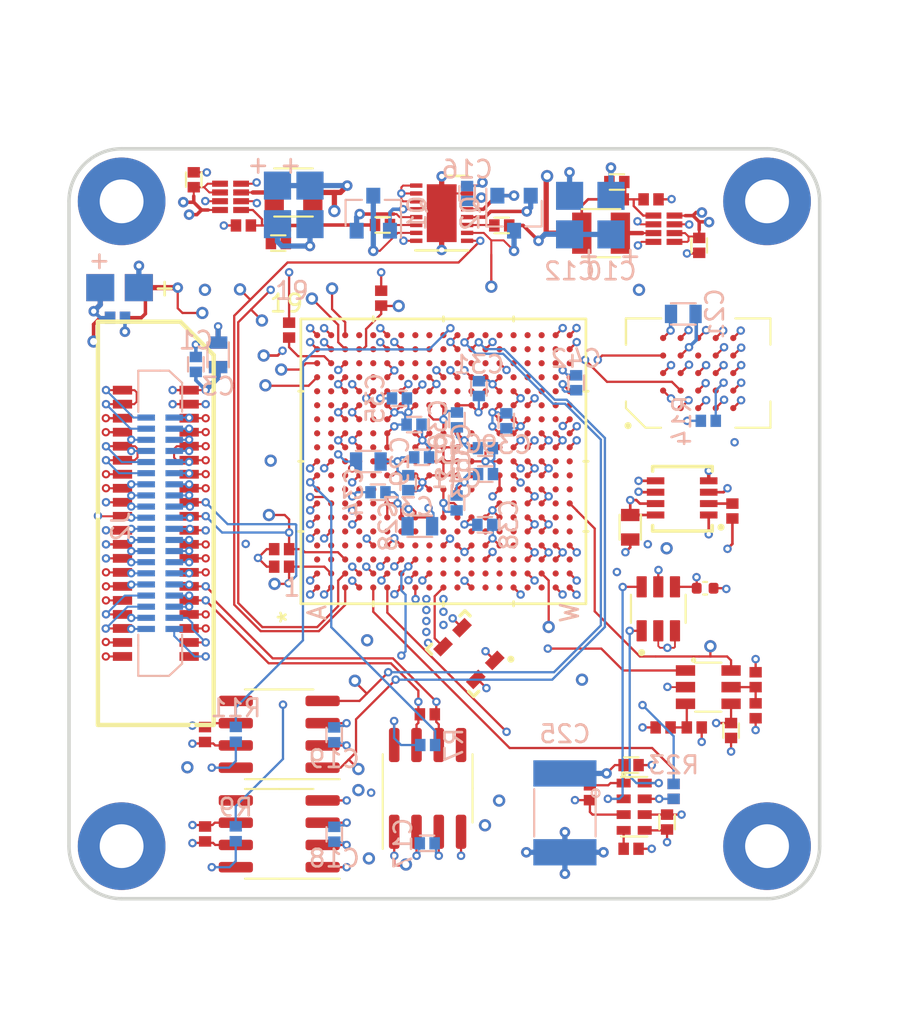
<source format=kicad_pcb>
(kicad_pcb (version 20211014) (generator pcbnew)
  (layers (0 "F.Cu" signal) (1 "In1.Cu" power "In1_GND.Cu") (2 "In2.Cu" signal) (3 "In3.Cu" signal) (4 "In4.Cu" power "In4_GND.Cu") (31 "B.Cu" signal) (34 "B.Paste" user) (35 "F.Paste" user) (36 "B.SilkS" user "B.Silkscreen") (37 "F.SilkS" user "F.Silkscreen") (38 "B.Mask" user) (39 "F.Mask" user) (44 "Edge.Cuts" user))
  (net 0 "")
  (net 1 "OBC_3V3")
  (net 2 "GND")
  (net 3 "Net-(C4-Pad2)")
  (net 4 "Net-(C8-Pad2)")
  (net 5 "Net-(C9-Pad2)")
  (net 6 "Net-(C14-Pad2)")
  (net 7 "Net-(C15-Pad2)")
  (net 8 "OBC_RTC_Vbackup")
  (net 9 "/Connectors/ADS_nRST")
  (net 10 "/CAN_XCVR_PL/CAN_H_PL")
  (net 11 "/CAN_XCVR_PL/CAN_L_PL")
  (net 12 "/CAN_XCVR_R/CAN_H_PL")
  (net 13 "/CAN_XCVR_R/CAN_L_PL")
  (net 14 "/Connectors/CAN_H_PA")
  (net 15 "/Connectors/CAN_L_PA")
  (net 16 "/Connectors/GPS_STS")
  (net 17 "/Connectors/GPS_P1PPS")
  (net 18 "/Connectors/GPS_RXD0")
  (net 19 "PAYLOAD_3V3")
  (net 20 "PAYLOAD_5V")
  (net 21 "Net-(R7-Pad2)")
  (net 22 "/CAN_XCVR_PL/CAN_PL_Rs")
  (net 23 "Net-(R9-Pad2)")
  (net 24 "/CAN_XCVR_R/CAN_PL_Rs")
  (net 25 "/TMS570_uC/CAN_PA_Rs")
  (net 26 "Net-(R11-Pad2)")
  (net 27 "/FRAM_1/FRAM_1_CIPO")
  (net 28 "Net-(R13-Pad2)")
  (net 29 "Net-(R14-Pad2)")
  (net 30 "/FL_1/FL_1_SO_IO1")
  (net 31 "/TMS570_uC/JTAG_nTRST")
  (net 32 "/TMS570_uC/uC_nRST")
  (net 33 "/Power/GATE_2")
  (net 34 "/Power/GATE_1")
  (net 35 "/CAN_XCVR_PL/CAN_PL_D")
  (net 36 "/CAN_XCVR_PL/CAN_PL_R")
  (net 37 "Net-(U4-Pad5)")
  (net 38 "Net-(U5-Pad5)")
  (net 39 "/CAN_XCVR_R/CAN_PL_R")
  (net 40 "/CAN_XCVR_R/CAN_PL_D")
  (net 41 "/TMS570_uC/CAN_PA_D")
  (net 42 "/TMS570_uC/CAN_PA_R")
  (net 43 "Net-(U6-Pad5)")
  (net 44 "Net-(U11-PadW17)")
  (net 45 "Net-(U11-PadW14)")
  (net 46 "Net-(U11-PadW10)")
  (net 47 "Net-(U11-PadW9)")
  (net 48 "Net-(U11-PadW8)")
  (net 49 "Net-(U11-PadW6)")
  (net 50 "Net-(U11-PadW5)")
  (net 51 "Net-(U11-PadW3)")
  (net 52 "Net-(U11-PadV18)")
  (net 53 "Net-(U11-PadV17)")
  (net 54 "Net-(U11-PadV16)")
  (net 55 "Net-(U11-PadV15)")
  (net 56 "Net-(U11-PadV14)")
  (net 57 "Net-(U11-PadV13)")
  (net 58 "Net-(U11-PadV10)")
  (net 59 "Net-(U11-PadV9)")
  (net 60 "Net-(U11-PadV8)")
  (net 61 "Net-(U11-PadV7)")
  (net 62 "Net-(U11-PadV6)")
  (net 63 "Net-(U11-PadV5)")
  (net 64 "Net-(U11-PadV2)")
  (net 65 "Net-(U11-PadU19)")
  (net 66 "Net-(U11-PadU18)")
  (net 67 "Net-(U11-PadU17)")
  (net 68 "Net-(U11-PadU16)")
  (net 69 "Net-(U11-PadU15)")
  (net 70 "Net-(U11-PadU14)")
  (net 71 "Net-(U11-PadU13)")
  (net 72 "/TMS570_uC/JTAG_TEST")
  (net 73 "Net-(U11-PadU1)")
  (net 74 "Net-(U11-PadT19)")
  (net 75 "Net-(U11-PadT18)")
  (net 76 "Net-(U11-PadT17)")
  (net 77 "Net-(U11-PadT16)")
  (net 78 "Net-(U11-PadT15)")
  (net 79 "Net-(U11-PadT12)")
  (net 80 "Net-(U11-PadT1)")
  (net 81 "Net-(U11-PadR19)")
  (net 82 "Net-(U11-PadR18)")
  (net 83 "Net-(U11-PadR17)")
  (net 84 "Net-(U11-PadR16)")
  (net 85 "Net-(U11-PadR2)")
  (net 86 "Net-(U11-PadP19)")
  (net 87 "Net-(U11-PadP18)")
  (net 88 "Net-(U11-PadP3)")
  (net 89 "Net-(U11-PadP2)")
  (net 90 "Net-(U11-PadP1)")
  (net 91 "Net-(U11-PadN19)")
  (net 92 "/FRAM_1/FRAM_1_nCS")
  (net 93 "Net-(U11-PadN2)")
  (net 94 "Net-(U11-PadM17)")
  (net 95 "Net-(U11-PadM3)")
  (net 96 "Net-(U11-PadM2)")
  (net 97 "Net-(U11-PadL17)")
  (net 98 "Net-(U11-PadL2)")
  (net 99 "Net-(U11-PadL1)")
  (net 100 "Net-(U11-PadK18)")
  (net 101 "Net-(U11-PadK17)")
  (net 102 "Net-(U11-PadK2)")
  (net 103 "/TMS570_uC/uC_OSC_IN")
  (net 104 "Net-(U11-PadJ17)")
  (net 105 "Net-(U11-PadJ5)")
  (net 106 "Net-(U11-PadJ4)")
  (net 107 "Net-(U11-PadJ3)")
  (net 108 "Net-(U11-PadJ1)")
  (net 109 "Net-(U11-PadH18)")
  (net 110 "Net-(U11-PadH17)")
  (net 111 "Net-(U11-PadH16)")
  (net 112 "Net-(U11-PadH5)")
  (net 113 "Net-(U11-PadH4)")
  (net 114 "/FL_1/FL_1_nHOLD_IO3")
  (net 115 "Net-(U11-PadG19)")
  (net 116 "Net-(U11-PadG17)")
  (net 117 "Net-(U11-PadG16)")
  (net 118 "/FL_1/FL_1_nCS2")
  (net 119 "Net-(U11-PadG2)")
  (net 120 "/FL_1/FL_1_SI_IO0")
  (net 121 "/FL_1/FL_1_CLK")
  (net 122 "/FL_1/FL_1_nCS1")
  (net 123 "/FL_1/FL_1_nRESET")
  (net 124 "Net-(U11-PadE18)")
  (net 125 "Net-(U11-PadE17)")
  (net 126 "Net-(U11-PadE16)")
  (net 127 "Net-(U11-PadE12)")
  (net 128 "Net-(U11-PadE3)")
  (net 129 "/FRAM_1/FRAM_1_CLK")
  (net 130 "Net-(U11-PadD19)")
  (net 131 "Net-(U11-PadD3)")
  (net 132 "/FRAM_1/FRAM_1_COPI")
  (net 133 "/TMS570_uC/JTAG_TMS")
  (net 134 "/TMS570_uC/JTAG_TDO")
  (net 135 "/TMS570_uC/JTAG_TCK")
  (net 136 "Net-(U11-PadB16)")
  (net 137 "Net-(U11-PadB15)")
  (net 138 "Net-(U11-PadB14)")
  (net 139 "Net-(U11-PadB13)")
  (net 140 "Net-(U11-PadB12)")
  (net 141 "Net-(U11-PadB11)")
  (net 142 "Net-(U11-PadB9)")
  (net 143 "Net-(U11-PadB8)")
  (net 144 "Net-(U11-PadB6)")
  (net 145 "Net-(U11-PadB4)")
  (net 146 "Net-(U11-PadB3)")
  (net 147 "/TMS570_uC/JTAG_TDI")
  (net 148 "/TMS570_uC/JTAG_RTCK")
  (net 149 "Net-(U11-PadA15)")
  (net 150 "Net-(U11-PadA14)")
  (net 151 "Net-(U11-PadA13)")
  (net 152 "Net-(U11-PadA12)")
  (net 153 "Net-(U11-PadA11)")
  (net 154 "Net-(U11-PadA8)")
  (net 155 "Net-(U11-PadA4)")
  (net 156 "Net-(U11-PadA3)")
  (net 157 "/Connectors/GPS_nRST")
  (net 158 "OBC_1V25_P")
  (net 159 "OBC_1V25")
  (net 160 "Net-(L1-Pad1)")
  (net 161 "Net-(L2-Pad1)")
  (net 162 "/Power/OBC_1V25_P_PG")
  (net 163 "/Power/OBC_1V25_R_PG")
  (net 164 "OBC_1V25_R")
  (net 165 "Net-(U11-PadC4)")
  (net 166 "Net-(U11-PadC5)")
  (net 167 "Net-(U11-PadC6)")
  (net 168 "Net-(U11-PadC7)")
  (net 169 "Net-(U11-PadC8)")
  (net 170 "Net-(U11-PadC9)")
  (net 171 "Net-(U11-PadC10)")
  (net 172 "Net-(U11-PadD4)")
  (net 173 "Net-(U11-PadD5)")
  (net 174 "Net-(U11-PadD16)")
  (net 175 "Net-(U11-PadD17)")
  (net 176 "Net-(U11-PadE5)")
  (net 177 "Net-(U11-PadE6)")
  (net 178 "Net-(U11-PadE7)")
  (net 179 "Net-(U11-PadE8)")
  (net 180 "Net-(U11-PadE9)")
  (net 181 "Net-(U11-PadE10)")
  (net 182 "Net-(U11-PadE11)")
  (net 183 "Net-(U11-PadE13)")
  (net 184 "Net-(U11-PadF5)")
  (net 185 "Net-(U11-PadG5)")
  (net 186 "Net-(U11-PadK3)")
  (net 187 "Net-(U11-PadK5)")
  (net 188 "Net-(U11-PadK15)")
  (net 189 "Net-(U11-PadL3)")
  (net 190 "Net-(U11-PadL5)")
  (net 191 "Net-(U11-PadL15)")
  (net 192 "Net-(U11-PadM5)")
  (net 193 "Net-(U11-PadM15)")
  (net 194 "Net-(U11-PadN5)")
  (net 195 "Net-(U11-PadN15)")
  (net 196 "Net-(U11-PadN17)")
  (net 197 "Net-(U11-PadP5)")
  (net 198 "Net-(U11-PadR3)")
  (net 199 "Net-(U11-PadR4)")
  (net 200 "Net-(U11-PadR5)")
  (net 201 "Net-(U11-PadR6)")
  (net 202 "Net-(U11-PadR7)")
  (net 203 "Net-(U11-PadR8)")
  (net 204 "/Connectors/GPS_TXD0")
  (net 205 "Net-(U8-PadC4)")
  (net 206 "/RTC/OBC_I2C_SCL")
  (net 207 "/RTC/OBC_I2C_SDA")
  (net 208 "/Supervisor/WDT")
  (net 209 "/Supervisor/WDR")
  (net 210 "/RTC/RTC_CLKOUT")
  (net 211 "Net-(R23-Pad1)")
  (net 212 "Net-(R24-Pad1)")
  (net 213 "Net-(R25-Pad2)")
  (net 214 "/RTC/RTC_nINT")
  (net 215 "/Supervisor/SPVSR_nRST")
  (net 216 "/Supervisor/SPVSR_PET")
  (net 217 "Net-(U11-PadE19)")
  (net 218 "Net-(U11-PadH19)")
  (net 219 "Net-(U11-PadJ18)")
  (net 220 "Net-(U11-PadJ19)")
  (net 221 "Net-(U11-PadN1)")
  (footprint "TFT_C_passive_SMD:0603_CAP" (layer "F.Cu") (at 97.4025 83.2609 180)
    (fp_text reference "C2" hide)
    (fp_text value "1u-10V-0603-10%-CER")
  )
  (footprint "TFT_C_passive_SMD:1206_CAP_TANT" (layer "F.Cu") (at 91.7811 79.4258 -90)
    (fp_text reference "C4" hide)
    (fp_text value "10u-10V-1206-10%-TANT")
  )
  (footprint "TFT_C_passive_SMD:0402_CAP" (layer "F.Cu") (at 124.83258 76.98684 180)
    (fp_text reference "C6" hide)
    (fp_text value "100n-10V-0402-5%-CER")
  )
  (footprint "TFT_C_passive_SMD:0402_CAP" (layer "F.Cu") (at 96.01268 73.29308)
    (fp_text reference "C7" hide)
    (fp_text value "100n-10V-0402-5%-CER")
  )
  (footprint "TFT_C_passive_SMD:0402_CAP" (layer "F.Cu") (at 120.11078 73.39534 -90)
    (fp_text reference "C8" hide)
    (fp_text value "10p-50V-0402-0.5p-CER")
  )
  (footprint "TFT_C_passive_SMD:0402_CAP" (layer "F.Cu") (at 100.8626 76.88276 90)
    (fp_text reference "C9" hide)
    (fp_text value "10p-50V-0402-0.5p-CER")
  )
  (footprint "TFT_C_passive_SMD:0402_CAP" (layer "F.Cu") (at 106.75 75.85 -90)
    (fp_text reference "C14" hide)
    (fp_text value "56n-16V-0402-10%-CER")
  )
  (footprint "TFT_C_passive_SMD:0402_CAP" (layer "F.Cu") (at 113.6 75.875 90)
    (fp_text reference "C15" hide)
    (fp_text value "56n-16V-0402-10%-CER")
  )
  (footprint "TFT_C_passive_SMD:0603_CAP" (layer "F.Cu") (at 120.9 93.1)
    (fp_text reference "C20" hide)
    (fp_text value "100n-10V-0402-5%-CER")
  )
  (footprint "MountingHole:MountingHole_2.5mm_Pad" (layer "F.Cu") (at 128.7 74.5)
    (fp_text reference "H1" hide)
    (fp_text value "MountingHole_Pad")
  )
  (footprint "MountingHole:MountingHole_2.5mm_Pad" (layer "F.Cu") (at 91.9 74.5)
    (fp_text reference "H2" hide)
    (fp_text value "MountingHole_Pad")
  )
  (footprint "MountingHole:MountingHole_2.5mm_Pad" (layer "F.Cu") (at 128.7 111.3)
    (fp_text reference "H4" hide)
    (fp_text value "MountingHole_Pad")
  )
  (footprint "TFT_connectors:ERM8-020-XX.X-X-DV" (layer "F.Cu") (at 93.85 92.875 -90)
    (fp_text reference "J1" hide)
    (fp_text value "ERM8-020-X")
  )
  (footprint "TFT_R_passive_SMD:0402_RES" (layer "F.Cu") (at 91.6666 81.1403 -90)
    (fp_text reference "R1" hide)
    (fp_text value "100K-50V-0402-1%")
  )
  (footprint "TFT_R_passive_SMD:0402_RES" (layer "F.Cu") (at 109.33088 103.77678 90)
    (fp_text reference "R8" hide)
    (fp_text value "120R-50V-0402-1%")
  )
  (footprint "TFT_R_passive_SMD:0402_RES" (layer "F.Cu") (at 96.65942 110.60376 180)
    (fp_text reference "R10" hide)
    (fp_text value "120R-50V-0402-1%")
  )
  (footprint "TFT_R_passive_SMD:0402_RES" (layer "F.Cu") (at 96.6532 104.93048 180)
    (fp_text reference "R12" hide)
    (fp_text value "120R-50V-0402-1%")
  )
  (footprint "TFT_R_passive_SMD:0402_RES" (layer "F.Cu") (at 126.725 92.175 180)
    (fp_text reference "R13" hide)
    (fp_text value "39R0-50V-0402-1%")
  )
  (footprint "TFT_R_passive_SMD:0402_RES" (layer "F.Cu") (at 106.7 80.025 180)
    (fp_text reference "R17" hide)
    (fp_text value "4K7-50V-0402-1%")
  )
  (footprint "TFT_R_passive_SMD:0402_RES" (layer "F.Cu") (at 101.45 81.85 180)
    (fp_text reference "R18" hide)
    (fp_text value "4K7-50V-0402-1%")
  )
  (footprint "TFT_R_passive_SMD:0402_RES" (layer "F.Cu") (at 101.025 95.35 90)
    (fp_text reference "R19" hide)
    (fp_text value "4K7-50V-0402-1%")
  )
  (footprint "TFT_R_passive_SMD:0402_RES" (layer "F.Cu") (at 101.025 94.35 90)
    (fp_text reference "R20" hide)
    (fp_text value "4K7-50V-0402-1%")
  )
  (footprint "Package_DFN_QFN:DFN-16-1EP_3x4mm_P0.45mm_EP1.7x3.3mm" (layer "F.Cu") (at 110.15 75.175)
    (fp_text reference "U3" hide)
    (fp_text value "LTC4353")
  )
  (footprint "Package_SO:SOIC-8_3.9x4.9mm_P1.27mm" (layer "F.Cu") (at 109.34812 108.00438 90)
    (fp_text reference "U4" hide)
    (fp_text value "SN65HVD230M-EP")
  )
  (footprint "Package_SO:SOIC-8_3.9x4.9mm_P1.27mm" (layer "F.Cu") (at 100.88598 110.59668 180)
    (fp_text reference "U5" hide)
    (fp_text value "SN65HVD230M-EP")
  )
  (footprint "Package_SO:SOIC-8_3.9x4.9mm_P1.27mm" (layer "F.Cu") (at 100.8838 104.91724 180)
    (fp_text reference "U6" hide)
    (fp_text value "SN65HVD230M-EP")
  )
  (footprint "MountingHole:MountingHole_2.5mm_Pad" (layer "F.Cu") (at 91.9 111.3)
    (fp_text reference "H3" hide)
    (fp_text value "MountingHole_Pad")
  )
  (footprint "TFT_BGA:ZWT337" (layer "F.Cu") (at 110.24792 89.33844 90)
    (fp_text reference "U11" hide)
    (fp_text value "TMS5701227CZWTQQ1" hide)
  )
  (footprint "TFT_R_passive_SMD:0402_RES" (layer "F.Cu") (at 120.10618 74.38594 90)
    (fp_text reference "R3" hide)
    (fp_text value "16K2-50V-0402-1%")
  )
  (footprint "TFT_R_passive_SMD:0402_RES" (layer "F.Cu") (at 122.08738 74.38594 90)
    (fp_text reference "R4" hide)
    (fp_text value "15K-50V-0402-1%")
  )
  (footprint "TFT_R_passive_SMD:0402_RES" (layer "F.Cu") (at 100.83548 75.87692 -90)
    (fp_text reference "R5" hide)
    (fp_text value "16K2-50V-0402-1%")
  )
  (footprint "TFT_R_passive_SMD:0402_RES" (layer "F.Cu") (at 98.84584 75.87692 -90)
    (fp_text reference "R6" hide)
    (fp_text value "15K-50V-0402-1%")
  )
  (footprint "TFT_SOT:SOT-583" (layer "F.Cu") (at 123.42288 76.81164 90)
    (fp_text reference "U1" hide)
    (fp_text value "TPS62850x-Q1")
  )
  (footprint "TFT_SOT:SOT-583" (layer "F.Cu") (at 97.51268 73.49308 -90)
    (fp_text reference "U2" hide)
    (fp_text value "TPS62850x-Q1")
  )
  (footprint "TFT_I_passive_SMD:2.5x2mm_I_SMD" (layer "F.Cu") (at 119.23678 76.31634 180)
    (fp_text reference "L1" hide)
    (fp_text value "470nH-4A-20%")
  )
  (footprint "TFT_I_passive_SMD:2.5x2mm_I_SMD" (layer "F.Cu") (at 101.7008 73.99224)
    (fp_text reference "L2" hide)
    (fp_text value "470nH-4A-20%")
  )
  (footprint "TFT_BGA:BGA-24_5x5_6.0x8.0mm" (layer "F.Cu") (at 124.775 84.3 90)
    (fp_text reference "U8" hide)
    (fp_text value "S70FL01GS")
  )
  (footprint "TFT_GQFN:CY15B108QI" (layer "F.Cu") (at 125.375 92.4 180)
    (fp_text reference "U7" hide)
    (fp_text value "CY15B108QI")
  )
  (footprint "TFT_C_passive_SMD:0402_CAP" (layer "F.Cu") (at 126.65 104.675 180)
    (fp_text reference "C22" hide)
    (fp_text value "100n-10V-0402-5%-CER")
  )
  (footprint "TFT_C_passive_SMD:0402_CAP" (layer "F.Cu") (at 123 109.9 180)
    (fp_text reference "C23" hide)
    (fp_text value "100n-10V-0402-5%-CER")
  )
  (footprint "TFT_C_passive_SMD:0402_CAP" (layer "F.Cu") (at 120.925 106.675 -90)
    (fp_text reference "C24" hide)
    (fp_text value "100n-10V-0402-5%-CER")
  )
  (footprint "TFT_R_passive_SMD:0402_RES" (layer "F.Cu") (at 122.775 104.525 90)
    (fp_text reference "R15" hide)
    (fp_text value "0R-50V-0402")
  )
  (footprint "TFT_R_passive_SMD:0402_RES" (layer "F.Cu") (at 124.55 104.525 90)
    (fp_text reference "R16" hide)
    (fp_text value "0R-50V-0402")
  )
  (footprint "TFT_R_passive_SMD:0402_RES" (layer "F.Cu") (at 128.05 101.8)
    (fp_text reference "R21" hide)
    (fp_text value "0R-50V-0402")
  )
  (footprint "TFT_R_passive_SMD:0402_RES" (layer "F.Cu") (at 128.05 103.575)
    (fp_text reference "R22" hide)
    (fp_text value "0R-50V-0402")
  )
  (footprint "TFT_R_passive_SMD:0402_RES" (layer "F.Cu") (at 123.375 108.175)
    (fp_text reference "R24" hide)
    (fp_text value "0R-50V-0402")
  )
  (footprint "TFT_R_passive_SMD:0402_RES" (layer "F.Cu") (at 120.95 111.45 -90)
    (fp_text reference "R25" hide)
    (fp_text value "10K-50V-0402-1%")
  )
  (footprint "TFT_R_passive_SMD:0402_RES" (layer "F.Cu") (at 118.6 108.25)
    (fp_text reference "R26" hide)
    (fp_text value "10K-50V-0402-1%")
  )
  (footprint "TFT_SOT:SOT-236" (layer "F.Cu") (at 125.35 102.225)
    (fp_text reference "U9" hide)
    (fp_text value "TPS3813K33-EP" hide)
  )
  (footprint "TFT_misc:RV-3032-C7" (layer "F.Cu") (at 121.125 109.05 -90)
    (fp_text reference "U10" hide)
    (fp_text value "RV-3032-C7")
  )
  (footprint "TFT_XTAL:LFTCXO075797" (layer "F.Cu") (at 113.175 100.7 135)
    (fp_text reference "X2" hide)
    (fp_text value "LFTCXO075797")
  )
  (footprint "Capacitor_SMD:C_0402_1005Metric" (layer "F.Cu") (at 125.17 96.58)
    (fp_text reference "C26" hide)
    (fp_text value "10n-10V-0402-5%-CER")
  )
  (footprint "TFT_SOT:SOT-23" (layer "F.Cu") (at 122.5 97.755 90)
    (fp_text reference "U12" hide)
    (fp_text value "TMP100" hide)
  )
  (footprint "TFT_TestPoints:TP_0.4mmholesize_0.3mmring" (layer "F.Cu") (at 122.975 94.3)
    (fp_text reference "TP15" hide)
    (fp_text value "TEST-POINT" hide)
  )
  (footprint "TFT_TestPoints:TP_0.4mmholesize_0.3mmring" (layer "F.Cu") (at 105.9 99.55)
    (fp_text reference "TP8" hide)
    (fp_text value "TEST-POINT")
  )
  (footprint "TFT_TestPoints:TP_0.4mmholesize_0.3mmring" (layer "F.Cu") (at 100.4 89.3)
    (fp_text reference "TP10" hide)
    (fp_text value "TEST-POINT")
  )
  (footprint "TFT_TestPoints:TP_0.4mmholesize_0.3mmring" (layer "F.Cu") (at 113.425 108.7)
    (fp_text reference "TP9" hide)
    (fp_text value "TEST-POINT")
  )
  (footprint "TFT_TestPoints:TP_0.4mmholesize_0.3mmring" (layer "F.Cu") (at 118.15 101.8)
    (fp_text reference "TP11" hide)
    (fp_text value "TEST-POINT")
  )
  (footprint "TFT_TestPoints:TP_0.4mmholesize_0.3mmring" (layer "F.Cu") (at 96.65 79.55)
    (fp_text reference "TP14" hide)
    (fp_text value "TEST-POINT")
  )
  (footprint "TFT_TestPoints:TP_0.4mmholesize_0.3mmring" (layer "F.Cu") (at 95.65 106.8)
    (fp_text reference "TP12" hide)
    (fp_text value "TEST-POINT")
  )
  (footprint "TFT_TestPoints:TP_0.4mmholesize_0.3mmring" (layer "F.Cu") (at 121.4 79.55)
    (fp_text reference "TP13" hide)
    (fp_text value "TEST-POINT" hide)
  )
  (footprint "TFT_TestPoints:TP_0.4mmholesize_0.3mmring" (layer "F.Cu") (at 107.7 80.47)
    (fp_text reference "TP4" hide)
    (fp_text value "TEST-POINT")
  )
  (footprint "TFT_TestPoints:TP_0.4mmholesize_0.3mmring" (layer "F.Cu") (at 103.9 79.475)
    (fp_text reference "TP7" hide)
    (fp_text value "TEST-POINT")
  )
  (footprint "TFT_TestPoints:TP_0.4mmholesize_0.3mmring" (layer "F.Cu") (at 102.75 80.05)
    (fp_text reference "TP6" hide)
    (fp_text value "TEST-POINT")
  )
  (footprint "TFT_TestPoints:TP_0.4mmholesize_0.3mmring" (layer "F.Cu") (at 98.65 79.525)
    (fp_text reference "TP36" hide)
    (fp_text value "TEST-POINT")
  )
  (footprint "TFT_TestPoints:TP_0.4mmholesize_0.3mmring" (layer "F.Cu") (at 99.9 81.3)
    (fp_text reference "TP37" hide)
    (fp_text value "TEST-POINT")
  )
  (footprint "TFT_TestPoints:TP_0.4mmholesize_0.3mmring" (layer "F.Cu") (at 100.1 85)
    (fp_text reference "TP1" hide)
    (fp_text value "TEST-POINT")
  )
  (footprint "TFT_TestPoints:TP_0.4mmholesize_0.3mmring" (layer "F.Cu") (at 101 84.1)
    (fp_text reference "TP2" hide)
    (fp_text value "TEST-POINT")
  )
  (footprint "TFT_TestPoints:TP_0.4mmholesize_0.3mmring" (layer "F.Cu") (at 100 83.3)
    (fp_text reference "TP5" hide)
    (fp_text value "TEST-POINT")
  )
  (footprint "TFT_TestPoints:TP_0.4mmholesize_0.3mmring" (layer "F.Cu") (at 90.3 82.5)
    (fp_text reference "TP16" hide)
    (fp_text value "TEST-POINT")
  )
  (footprint "TFT_TestPoints:TP_0.4mmholesize_0.3mmring" (layer "F.Cu") (at 100.3 92.4)
    (fp_text reference "TP29" hide)
    (fp_text value "TEST-POINT")
  )
  (footprint "TFT_TestPoints:TP_0.4mmholesize_0.3mmring" (layer "F.Cu") (at 105.4 108.1)
    (fp_text reference "TP20" hide)
    (fp_text value "TEST-POINT")
  )
  (footprint "TFT_TestPoints:TP_0.4mmholesize_0.3mmring" (layer "F.Cu") (at 106 112)
    (fp_text reference "TP21" hide)
    (fp_text value "TEST-POINT")
  )
  (footprint "TFT_TestPoints:TP_0.4mmholesize_0.3mmring" (layer "F.Cu") (at 105.4 106.9)
    (fp_text reference "TP25" hide)
    (fp_text value "TEST-POINT")
  )
  (footprint "TFT_TestPoints:TP_0.4mmholesize_0.3mmring" (layer "F.Cu") (at 108.11 112.35)
    (fp_text reference "TP22" hide)
    (fp_text value "TEST-POINT")
  )
  (footprint "TFT_TestPoints:TP_0.4mmholesize_0.3mmring" (layer "F.Cu") (at 112.62 110.11)
    (fp_text reference "TP24" hide)
    (fp_text value "TEST-POINT")
  )
  (footprint "TFT_TestPoints:TP_0.4mmholesize_0.3mmring" (layer "F.Cu") (at 125.47 99.89)
    (fp_text reference "TP27" hide)
    (fp_text value "TEST-POINT")
  )
  (footprint "TFT_TestPoints:TP_0.4mmholesize_0.3mmring" (layer "F.Cu") (at 116.25 98.79)
    (fp_text reference "TP3" hide)
    (fp_text value "TEST-POINT")
  )
  (footprint "TFT_TestPoints:TP_0.4mmholesize_0.3mmring" (layer "F.Cu") (at 100.62 96.33)
    (fp_text reference "TP28" hide)
    (fp_text value "TEST-POINT")
  )
  (footprint "TFT_TestPoints:TP_0.4mmholesize_0.3mmring" (layer "F.Cu") (at 112.98 79.37)
    (fp_text reference "TP19" hide)
    (fp_text value "TEST-POINT")
  )
  (footprint "TFT_TestPoints:TP_0.4mmholesize_0.3mmring" (layer "F.Cu") (at 116.16 73.06)
    (fp_text reference "TP17" hide)
    (fp_text value "TEST-POINT")
  )
  (footprint "TFT_TestPoints:TP_0.4mmholesize_0.3mmring" (layer "F.Cu") (at 105.2 101.86)
    (fp_text reference "TP23" hide)
    (fp_text value "TEST-POINT")
  )
  (footprint "TFT_TestPoints:TP_0.4mmholesize_0.3mmring" (layer "F.Cu") (at 104.03 75.05)
    (fp_text reference "TP18" hide)
    (fp_text value "TEST-POINT")
  )
  (footprint "TFT_TestPoints:TP_0.4mmholesize_0.3mmring" (layer "F.Cu") (at 96.5 80.87)
    (fp_text reference "TP26" hide)
    (fp_text value "TEST-POINT")
  )
  (footprint "TFT_C_passive_SMD:0402_CAP" (layer "B.Cu") (at 96.1325 83.8327 180)
    (fp_text reference "C1")
    (fp_text value "100n-10V-0402-5%-CER")
  )
  (footprint "TFT_C_passive_SMD:0603_CAP" (layer "B.Cu") (at 97.4025 83.2609)
    (fp_text reference "C3")
    (fp_text value "1u-10V-0603-10%-CER")
  )
  (footprint "TFT_C_passive_SMD:1206_CAP_TANT" (layer "B.Cu") (at 119.80338 75.28764)
    (fp_text reference "C10")
    (fp_text value "10u-10V-0603-10%-CER")
  )
  (footprint "TFT_C_passive_SMD:1206_CAP_TANT" (layer "B.Cu") (at 100.7864 74.70108 180)
    (fp_text reference "C11" hide)
    (fp_text value "10u-10V-0603-10%-CER")
  )
  (footprint "TFT_C_passive_SMD:1206_CAP_TANT" (layer "B.Cu") (at 117.44372 75.28436)
    (fp_text reference "C12")
    (fp_text value "10u-10V-0603-10%-CER")
  )
  (footprint "TFT_C_passive_SMD:1206_CAP_TANT" (layer "B.Cu") (at 102.6406 74.70108 180)
    (fp_text reference "C13" hide)
    (fp_text value "10u-10V-0603-10%-CER")
  )
  (footprint "TFT_C_passive_SMD:0402_CAP" (layer "B.Cu") (at 111.6 74.075 180)
    (fp_text reference "C16")
    (fp_text value "100n-10V-0402-5%-CER")
  )
  (footprint "TFT_C_passive_SMD:0402_CAP" (layer "B.Cu") (at 109.34812 111.1377 -90)
    (fp_text reference "C17")
    (fp_text value "100n-10V-0402-5%-CER")
  )
  (footprint "TFT_C_passive_SMD:0402_CAP" (layer "B.Cu") (at 104.02542 110.59668)
    (fp_text reference "C18")
    (fp_text value "100n-10V-0402-5%-CER")
  )
  (footprint "TFT_C_passive_SMD:0402_CAP" (layer "B.Cu") (at 104.0192 104.92232)
    (fp_text reference "C19")
    (fp_text value "100n-10V-0402-5%-CER")
  )
  (footprint "TFT_C_passive_SMD:0603_CAP" (layer "B.Cu") (at 123.925 80.925 90)
    (fp_text reference "C21")
    (fp_text value "100n-10V-0402-5%-CER")
  )
  (footprint "TFT_C_passive_SMD:0603_CAP" (layer "B.Cu") (at 108.90376 93.04196 -90)
    (fp_text reference "C28")
    (fp_text value "1u-10V-0603-10%-CER")
  )
  (footprint "TFT_C_passive_SMD:0603_CAP" (layer "B.Cu") (at 105.96752 89.3488 90)
    (fp_text reference "C29")
    (fp_text value "1u-10V-0603-10%-CER")
  )
  (footprint "TFT_C_passive_SMD:0402_CAP" (layer "B.Cu") (at 108.54852 87.2406 90)
    (fp_text reference "C30")
    (fp_text value "100n-10V-0402-5%-CER")
  )
  (footprint "TFT_C_passive_SMD:0402_CAP" (layer "B.Cu") (at 112.26956 85.21108 180)
    (fp_text reference "C31")
    (fp_text value "100n-10V-0402-5%-CER")
  )
  (footprint "TFT_C_passive_SMD:0402_CAP" (layer "B.Cu") (at 108.98032 89.11004 90)
    (fp_text reference "C32")
    (fp_text value "100n-10V-0402-5%-CER")
  )
  (footprint "TFT_C_passive_SMD:0402_CAP" (layer "B.Cu") (at 112.67336 90.06508 -90)
    (fp_text reference "C33")
    (fp_text value "100n-10V-0402-5%-CER")
  )
  (footprint "TFT_C_passive_SMD:0402_CAP" (layer "B.Cu") (at 106.541801 91.1014 -90)
    (fp_text reference "C34")
    (fp_text value "100n-10V-0402-5%-CER")
  )
  (footprint "TFT_C_passive_SMD:0402_CAP" (layer "B.Cu") (at 107.7662 85.74708 -90)
    (fp_text reference "C35")
    (fp_text value "100n-10V-0402-5%-CER")
  )
  (footprint "TFT_C_passive_SMD:0402_CAP" (layer "B.Cu") (at 112.6684 88.5868 -90)
    (fp_text reference "C36")
    (fp_text value "100n-10V-0402-5%-CER")
  )
  (footprint "TFT_C_passive_SMD:0402_CAP" (layer "B.Cu") (at 108.24112 90.52984)
    (fp_text reference "C37")
    (fp_text value "100n-10V-0402-5%-CER")
  )
  (footprint "TFT_C_passive_SMD:0402_CAP" (layer "B.Cu") (at 112.58192 92.96068 90)
    (fp_text reference "C38")
    (fp_text value "100n-10V-0402-5%-CER")
  )
  (footprint "TFT_C_passive_SMD:0402_CAP" (layer "B.Cu") (at 113.8342 86.9993)
    (fp_text reference "C39")
    (fp_text value "100n-10V-0402-5%-CER")
  )
  (footprint "TFT_C_passive_SMD:0402_CAP" (layer "B.Cu") (at 111.019879 86.94844)
    (fp_text reference "C40")
    (fp_text value "100n-10V-0402-5%-CER")
  )
  (footprint "TFT_C_passive_SMD:0402_CAP" (layer "B.Cu") (at 110.99956 91.7364 180)
    (fp_text reference "C41")
    (fp_text value "100n-10V-0402-5%-CER")
  )
  (footprint "TFT_R_passive_SMD:0402_RES" (layer "B.Cu") (at 91.666601 81.1403 -90)
    (fp_text reference "R2" hide)
    (fp_text value "100K-50V-0402-1%")
  )
  (footprint "TFT_R_passive_SMD:0402_RES" (layer "B.Cu") (at 109.3512 105.52938 90)
    (fp_text reference "R7")
    (fp_text value "10K-50V-0402-1%")
  )
  (footprint "TFT_R_passive_SMD:0402_RES" (layer "B.Cu") (at 98.40694 110.5936 180)
    (fp_text reference "R9")
    (fp_text value "10K-50V-0402-1%")
  )
  (footprint "TFT_R_passive_SMD:0402_RES" (layer "B.Cu") (at 98.41088 104.91924 180)
    (fp_text reference "R11")
    (fp_text value "10K-50V-0402-1%")
  )
  (footprint "TFT_R_passive_SMD:0402_RES" (layer "B.Cu") (at 125.35 87.025 -90)
    (fp_text reference "R14")
    (fp_text value "39R0-50V-0402-1%")
  )
  (footprint "TFT_C_passive_SMD:0402_CAP" (layer "B.Cu") (at 117.81692 84.878341 180)
    (fp_text reference "C42")
    (fp_text value "100n-10V-0402-5%-CER")
  )
  (footprint "Package_TO_SOT_SMD:SOT-23" (layer "B.Cu") (at 106.25 75.175 90)
    (fp_text reference "Q1")
    (fp_text value "MGSF1N02L")
  )
  (footprint "Package_TO_SOT_SMD:SOT-23" (layer "B.Cu") (at 114.275 75.175 -90)
    (fp_text reference "Q2")
    (fp_text value "MGSF1N02L")
  )
  (footprint "TFT_connectors:ERF6-020-XX.X-X-DV-A-XX-K" (layer "B.Cu") (at 94.1 92.872 -90)
    (fp_text reference "J2")
    (fp_text value "ERF6-020-X")
  )
  (footprint "TFT_misc:1812_BATT" (layer "B.Cu") (at 117.175 109.4 180)
    (fp_text reference "C25")
    (fp_text value "100uAH-1V8-4.4x3mm_LIon_batt")
  )
  (footprint "TFT_R_passive_SMD:0402_RES" (layer "B.Cu") (at 123.375 108.175 180)
    (fp_text reference "R23")
    (fp_text value "0R-50V-0402")
  )
  (footprint "TFT_C_passive_SMD:1206_CAP_TANT" (layer "B.Cu") (at 91.7829 79.4258 -90)
    (fp_text reference "C5" hide)
    (fp_text value "10u-10V-1206-10%-TANT")
  )
  (gr_line (start 131.7 111.3) (end 131.7 74.5) (layer "Edge.Cuts") (width 0.2))
  (gr_line (start 88.9 74.5) (end 88.9 111.3) (layer "Edge.Cuts") (width 0.2))
  (gr_arc (start 131.7 111.3) (mid 130.82132 113.42132) (end 128.7 114.3) (layer "Edge.Cuts") (width 0.2))
  (gr_line (start 128.7 71.5) (end 91.9 71.5) (layer "Edge.Cuts") (width 0.2))
  (gr_line (start 91.9 114.3) (end 128.7 114.3) (layer "Edge.Cuts") (width 0.2))
  (gr_arc (start 91.9 114.3) (mid 89.77868 113.42132) (end 88.9 111.3) (layer "Edge.Cuts") (width 0.2))
  (gr_arc (start 128.7 71.5) (mid 130.82132 72.37868) (end 131.7 74.5) (layer "Edge.Cuts") (width 0.2))
  (gr_arc (start 88.9 74.5) (mid 89.77868 72.37868) (end 91.9 71.5) (layer "Edge.Cuts") (width 0.2))
  (segment (start 107.04772 86.93864) (end 107.05972 86.93864) (width 0.13) (layer "F.Cu") (net 1))
  (segment (start 124.02778 76.31164) (end 124.22558 76.50944) (width 0.115) (layer "F.Cu") (net 1))
  (segment (start 124.61 96.5) (end 124.69 96.58) (width 0.13) (layer "F.Cu") (net 1))
  (segment (start 125.37868 75.66864) (end 125.39392 75.68388) (width 0.2) (layer "F.Cu") (net 1))
  (segment (start 111.04772 86.138641) (end 111.84772 86.138641) (width 0.13) (layer "F.Cu") (net 1))
  (segment (start 113.447719 86.138641) (end 113.04172 86.54464) (width 0.13) (layer "F.Cu") (net 1))
  (segment (start 108.48496 92.05644) (end 108.26652 92.05644) (width 0.13) (layer "F.Cu") (net 1))
  (segment (start 111.84792 92.539408) (end 111.44792 92.939408) (width 0.13) (layer "F.Cu") (net 1))
  (segment (start 107.04772 90.93864) (end 107.04772 91.73864) (width 0.13) (layer "F.Cu") (net 1))
  (segment (start 97.51268 73.99308) (end 96.905 73.99308) (width 0.115) (layer "F.Cu") (net 1))
  (segment (start 113.447719 86.93864) (end 113.43572 86.93864) (width 0.13) (layer "F.Cu") (net 1))
  (segment (start 113.43572 91.73864) (end 113.04172 92.13264) (width 0.13) (layer "F.Cu") (net 1))
  (segment (start 96.01268 74.551282) (end 96.454398 74.993) (width 0.2) (layer "F.Cu") (net 1))
  (segment (start 108.25128 86.53508) (end 108.25128 86.539561) (width 0.13) (layer "F.Cu") (net 1))
  (segment (start 95.422162 74.551282) (end 95.41684 74.54596) (width 0.2) (layer "F.Cu") (net 1))
  (segment (start 97.5126 74.993) (end 97.51268 74.99308) (width 0.115) (layer "F.Cu") (net 1))
  (segment (start 96.189 75.25716) (end 95.74704 75.25716) (width 0.2) (layer "F.Cu") (net 1))
  (segment (start 103.36098 109.96168) (end 104.73154 109.96168) (width 0.13) (layer "F.Cu") (net 1))
  (segment (start 113.43572 86.93864) (end 113.04172 86.54464) (width 0.13) (layer "F.Cu") (net 1))
  (segment (start 122.345 92.4) (end 120.9 92.4) (width 0.15) (layer "F.Cu") (net 1))
  (segment (start 108.647719 86.138641) (end 108.25128 86.53508) (width 0.13) (layer "F.Cu") (net 1))
  (segment (start 112.645279 86.138441) (end 112.24416 86.53956) (width 0.13) (layer "F.Cu") (net 1))
  (segment (start 124.22818 76.50684) (end 124.22558 76.50944) (width 0.115) (layer "F.Cu") (net 1))
  (segment (start 107.04772 92.53864) (end 107.04772 91.73864) (width 0.13) (layer "F.Cu") (net 1))
  (segment (start 96.69172 85.275) (end 96.69384 85.27288) (width 0.115) (layer "F.Cu") (net 1))
  (segment (start 95.37 80.87) (end 95.1 80.6) (width 0.13) (layer "F.Cu") (net 1))
  (segment (start 96.69332 86.075) (end 96.69384 86.07552) (width 0.115) (layer "F.Cu") (net 1))
  (segment (start 126.65 104.275) (end 125.8 104.275) (width 0.13) (layer "F.Cu") (net 1))
  (segment (start 107.84772 92.53864) (end 107.84772 91.95514) (width 0.13) (layer "F.Cu") (net 1))
  (segment (start 96.01268 74.19904) (end 96.01268 74.551282) (width 0.2) (layer "F.Cu") (net 1))
  (segment (start 112.64772 92.52664) (end 113.04172 92.13264) (width 0.13) (layer "F.Cu") (net 1))
  (segment (start 93.2561 80.9117) (end 93.2561 79.4258) (width 0.2) (layer "F.Cu") (net 1))
  (segment (start 96.605 73.69308) (end 96.01268 73.69308) (width 0.115) (layer "F.Cu") (net 1))
  (segment (start 112.64792 86.138442) (end 112.645279 86.138441) (width 0.13) (layer "F.Cu") (net 1))
  (segment (start 107.05972 86.93864) (end 107.45372 86.54464) (width 0.13) (layer "F.Cu") (net 1))
  (segment (start 113.447719 87.73864) (end 113.43562 87.73864) (width 0.13) (layer "F.Cu") (net 1))
  (segment (start 124.65478 75.13778) (end 124.98498 75.13778) (width 0.2) (layer "F.Cu") (net 1))
  (segment (start 101.45 81.425) (end 101.45 78.55) (width 0.13) (layer "F.Cu") (net 1))
  (segment (start 111.84792 86.14332) (end 112.24416 86.53956) (width 0.13) (layer "F.Cu") (net 1))
  (segment (start 126.65 104.275) (end 126.65 103.175) (width 0.13) (layer "F.Cu") (net 1))
  (segment (start 108.64792 92.53844) (end 108.64792 92.2194) (width 0.13) (layer "F.Cu") (net 1))
  (segment (start 107.04772 91.73864) (end 107.63122 91.73864) (width 0.13) (layer "F.Cu") (net 1))
  (segment (start 96.01268 73.69308) (end 96.01268 74.19904) (width 0.115) (layer "F.Cu") (net 1))
  (segment (start 124.22558 76.50944) (end 124.22558 76.74554) (width 0.115) (layer "F.Cu") (net 1))
  (segment (start 124.83258 76.12838) (end 124.83258 76.50684) (width 0.15) (layer "F.Cu") (net 1))
  (segment (start 103.3588 104.28224) (end 104.72532 104.28224) (width 0.13) (layer "F.Cu") (net 1))
  (segment (start 113.447719 90.13864) (end 113.447719 90.139141) (width 0.13) (layer "F.Cu") (net 1))
  (segment (start 113.447719 91.73864) (end 113.43572 91.73864) (width 0.13) (layer "F.Cu") (net 1))
  (segment (start 121.25 91.55) (end 121.45 91.75) (width 0.15) (layer "F.Cu") (net 1))
  (segment (start 122.35 104.525) (end 121.6 104.525) (width 0.13) (layer "F.Cu") (net 1))
  (segment (start 97.51268 73.49308) (end 96.805 73.49308) (width 0.115) (layer "F.Cu") (net 1))
  (segment (start 95.75 86.075) (end 94.80968 86.075) (width 0.13) (layer "F.Cu") (net 1))
  (segment (start 95.75 85.275) (end 94.81128 85.275) (width 0.13) (layer "F.Cu") (net 1))
  (segment (start 124.15948 76.81164) (end 124.22558 76.74554) (width 0.115) (layer "F.Cu") (net 1))
  (segment (start 123 109.5) (end 121.725 109.5) (width 0.13) (layer "F.Cu") (net 1))
  (segment (start 123.45 96.5) (end 124.61 96.5) (width 0.13) (layer "F.Cu") (net 1))
  (segment (start 97.4025 84.56422) (end 96.69384 85.27288) (width 0.3) (layer "F.Cu") (net 1))
  (segment (start 109.44772 92.53864) (end 108.64772 92.53864) (width 0.13) (layer "F.Cu") (net 1))
  (segment (start 124.249988 82.825012) (end 124.249988 82.825) (width 0.13) (layer "F.Cu") (net 1))
  (segment (start 96.454398 74.993) (end 96.45316 74.993) (width 0.2) (layer "F.Cu") (net 1))
  (segment (start 125.375 91.1) (end 126.22 91.1) (width 0.15) (layer "F.Cu") (net 1))
  (segment (start 123.42288 76.31164) (end 124.02778 76.31164) (width 0.115) (layer "F.Cu") (net 1))
  (segment (start 100.6 95.35) (end 100.175 95.35) (width 0.13) (layer "F.Cu") (net 1))
  (segment (start 123.42682 75.31558) (end 123.42288 75.31164) (width 0.15) (layer "F.Cu") (net 1))
  (segment (start 113.43562 87.73864) (end 113.04172 87.34474) (width 0.13) (layer "F.Cu") (net 1))
  (segment (start 123 109.5) (end 123.825 109.5) (width 0.13) (layer "F.Cu") (net 1))
  (segment (start 107.04772 87.73864) (end 107.44416 87.3422) (width 0.13) (layer "F.Cu") (net 1))
  (segment (start 107.04772 88.53864) (end 107.04772 87.73864) (width 0.13) (layer "F.Cu") (net 1))
  (segment (start 95.1 80.6) (end 95.1 79.425) (width 0.13) (layer "F.Cu") (net 1))
  (segment (start 107.44416 87.3422) (end 107.44864 87.3422) (width 0.13) (layer "F.Cu") (net 1))
  (segment (start 124.47952 75.31558) (end 124.47952 75.31304) (width 0.2) (layer "F.Cu") (net 1))
  (segment (start 100.175 95.35) (end 99.675 94.85) (width 0.13) (layer "F.Cu") (net 1))
  (segment (start 117.04792 84.938441) (end 117.447919 85.338441) (width 0.13) (layer "F.Cu") (net 1))
  (segment (start 113.447719 90.93864) (end 113.0468 91.339559) (width 0.13) (layer "F.Cu") (net 1))
  (segment (start 128.05 101.375) (end 128.05 100.625) (width 0.13) (layer "F.Cu") (net 1))
  (segment (start 120.9 92.4) (end 120.9 91.55) (width 0.15) (layer "F.Cu") (net 1))
  (segment (start 112.647721 86.138641) (end 112.64772 86.15064) (width 0.13) (layer "F.Cu") (net 1))
  (segment (start 107.047721 86.138641) (end 107.45372 86.54464) (width 0.13) (layer "F.Cu") (net 1))
  (segment (start 113.447719 92.53864) (end 113.447719 92.538639) (width 0.13) (layer "F.Cu") (net 1))
  (segment (start 96.454398 74.993) (end 96.83924 74.993) (width 0.2) (layer "F.Cu") (net 1))
  (segment (start 96.905 73.99308) (end 96.605 73.69308) (width 0.115) (layer "F.Cu") (net 1))
  (segment (start 126.22 91.1) (end 126.445 90.875) (width 0.15) (layer "F.Cu") (net 1))
  (segment (start 124.69 95.96) (end 124.68 95.95) (width 0.13) (layer "F.Cu") (net 1))
  (segment (start 124.69 96.58) (end 124.69 95.96) (width 0.13) (layer "F.Cu") (net 1))
  (segment (start 112.093127 101.781873) (end 112.201906 101.781873) (width 0.13) (layer "F.Cu") (net 1))
  (segment (start 96.45316 74.993) (end 96.189 75.25716) (width 0.2) (layer "F.Cu") (net 1))
  (segment (start 121.375 111.45) (end 122.125 111.45) (width 0.13) (layer "F.Cu") (net 1))
  (segment (start 95.75 86.075) (end 96.69332 86.075) (width 0.115) (layer "F.Cu") (net 1))
  (segment (start 94.81128 85.275) (end 94.80916 85.27288) (width 0.13) (layer "F.Cu") (net 1))
  (segment (start 109.98312 110.47938) (end 109.98312 111.8489) (width 0.13) (layer "F.Cu") (net 1))
  (segment (start 120.9 91.55) (end 121.25 91.55) (width 0.15) (layer "F.Cu") (net 1))
  (segment (start 108.64792 92.2194) (end 108.48496 92.05644) (width 0.13) (layer "F.Cu") (net 1))
  (segment (start 124.47952 75.31304) (end 124.65478 75.13778) (width 0.2) (layer "F.Cu") (net 1))
  (segment (start 107.84772 86.138641) (end 107.84772 86.150641) (width 0.13) (layer "F.Cu") (net 1))
  (segment (start 107.84772 91.95514) (end 107.63152 91.73894) (width 0.13) (layer "F.Cu") (net 1))
  (segment (start 113.447719 92.538639) (end 113.04172 92.13264) (width 0.13) (layer "F.Cu") (net 1))
  (segment (start 97.4025 84.0359) (end 97.4025 84.56422) (width 0.3) (layer "F.Cu") (net 1))
  (segment (start 113.0468 91.339559) (end 113.0468 91.340166) (width 0.13) (layer "F.Cu") (net 1))
  (segment (start 124.83258 75.66864) (end 125.37868 75.66864) (width 0.2) (layer "F.Cu") (net 1))
  (segment (start 92.8811 79.4258) (end 95.0992 79.4258) (width 0.3) (layer "F.Cu") (net 1))
  (segment (start 111.84792 92.53844) (end 111.84792 92.539408) (width 0.13) (layer "F.Cu") (net 1))
  (segment (start 123.42288 76.81164) (end 124.15948 76.81164) (width 0.115) (layer "F.Cu") (net 1))
  (segment (start 112.197168 74.5) (end 112.411084 74.286084) (width 0.115) (layer "F.Cu") (net 1))
  (segment (start 107.047721 86.138641) (end 107.047721 86.138641) (width 0.13) (layer "F.Cu") (net 1))
  (segment (start 112.201906 101.781873) (end 112.7 102.279967) (width 0.13) (layer "F.Cu") (net 1))
  (segment (start 107.84772 86.150641) (end 107.45372 86.54464) (width 0.13) (layer "F.Cu") (net 1))
  (segment (start 96.805 73.49308) (end 96.605 73.69308) (width 0.115) (layer "F.Cu") (net 1))
  (segment (start 112.64772 92.53864) (end 112.64772 92.52664) (width 0.13) (layer "F.Cu") (net 1))
  (segment (start 122.345 91.75) (end 121.45 91.75) (width 0.15) (layer "F.Cu") (net 1))
  (segment (start 96.83924 74.993) (end 97.5126 74.993) (width 0.115) (layer "F.Cu") (net 1))
  (segment (start 106.7 79.6) (end 106.7 78.55) (width 0.13) (layer "F.Cu") (net 1))
  (segment (start 111.6 74.5) (end 112.197168 74.5) (width 0.115) (layer "F.Cu") (net 1))
  (segment (start 117.047919 84.937473) (end 117.04792 84.938441) (width 0.13) (layer "F.Cu") (net 1))
  (segment (start 124.83258 75.66864) (end 124.83258 76.12838) (width 0.2) (layer "F.Cu") (net 1))
  (segment (start 94.80968 86.075) (end 94.80916 86.07552) (width 0.13) (layer "F.Cu") (net 1))
  (segment (start 92.1766 81.1403) (end 93.0275 81.1403) (width 0.2) (layer "F.Cu") (net 1))
  (segment (start 93.0275 81.1403) (end 93.2561 80.9117) (width 0.2) (layer "F.Cu") (net 1))
  (segment (start 95.0992 79.4258) (end 95.1 79.425) (width 0.3) (layer "F.Cu") (net 1))
  (segment (start 124.83258 76.50684) (end 124.22818 76.50684) (width 0.115) (layer "F.Cu") (net 1))
  (segment (start 124.83258 75.66864) (end 124.47952 75.31558) (width 0.2) (layer "F.Cu") (net 1))
  (segment (start 113.447719 90.13864) (end 113.447719 90.93864) (width 0.13) (layer "F.Cu") (net 1))
  (segment (start 100.6 94.35) (end 100.175 94.35) (width 0.13) (layer "F.Cu") (net 1))
  (segment (start 124.04518 75.31558) (end 123.42682 75.31558) (width 0.115) (layer "F.Cu") (net 1))
  (segment (start 96.5 80.87) (end 95.37 80.87) (width 0.13) (layer "F.Cu") (net 1))
  (segment (start 95.75 85.275) (end 96.69172 85.275) (width 0.115) (layer "F.Cu") (net 1))
  (segment (start 100.175 94.35) (end 99.675 94.85) (width 0.13) (layer "F.Cu") (net 1))
  (segment (start 96.01268 74.551282) (end 95.422162 74.551282) (width 0.2) (layer "F.Cu") (net 1))
  (segment (start 111.84792 86.138441) (end 111.84792 86.14332) (width 0.13) (layer "F.Cu") (net 1))
  (segment (start 107.63122 91.73864) (end 107.63152 91.73894) (width 0.13) (layer "F.Cu") (net 1))
  (segment (start 124.47952 75.31558) (end 124.04518 75.31558) (width 0.2) (layer "F.Cu") (net 1))
  (segment (start 123.775 83.3) (end 124.249988 82.825012) (width 0.13) (layer "F.Cu") (net 1))
  (via (at 124.68 95.95) (size 0.48) (drill 0.25) (layers "F.Cu" "B.Cu") (net 1))
  (via (at 121.6 104.525) (size 0.48) (drill 0.25) (layers "F.Cu" "B.Cu") (net 1))
  (via (at 104.73154 109.96168) (size 0.48) (drill 0.25) (layers "F.Cu" "B.Cu") (net 1))
  (via (at 124.98498 75.13778) (size 0.6) (drill 0.3) (layers "F.Cu" "B.Cu") (net 1))
  (via (at 123.825 109.5) (size 0.48) (drill 0.25) (layers "F.Cu" "B.Cu") (net 1))
  (via (at 112.411084 74.286084) (size 0.6) (drill 0.3) (layers "F.Cu" "B.Cu") (net 1))
  (via (at 120.9 91.55) (size 0.48) (drill 0.25) (layers "F.Cu" "B.Cu") (net 1))
  (via (at 109.98312 111.8489) (size 0.48) (drill 0.25) (layers "F.Cu" "B.Cu") (net 1))
  (via (at 95.41684 74.54596) (size 0.6) (drill 0.3) (layers "F.Cu" "B.Cu") (net 1))
  (via (at 122.125 111.45) (size 0.48) (drill 0.25) (layers "F.Cu" "B.Cu") (net 1))
  (via (at 96.69384 85.27288) (size 0.48) (drill 0.25) (layers "F.Cu" "B.Cu") (net 1))
  (via (at 94.80916 86.07552) (size 0.48) (drill 0.25) (layers "F.Cu" "B.Cu") (net 1))
  (via (at 108.25128 86.539561) (size 0.48) (drill 0.25) (layers "F.Cu" "B.Cu") (net 1))
  (via (at 112.7 102.279967) (size 0.48) (drill 0.25) (layers "F.Cu" "B.Cu") (net 1))
  (via (at 124.249988 82.825) (size 0.48) (drill 0.25) (layers "F.Cu" "B.Cu") (net 1))
  (via (at 107.44864 87.3422) (size 0.48) (drill 0.25) (layers "F.Cu" "B.Cu") (net 1))
  (via (at 104.72532 104.28224) (size 0.48) (drill 0.25) (layers "F.Cu" "B.Cu") (net 1))
  (via (at 125.8 104.275) (size 0.48) (drill 0.25) (layers "F.Cu" "B.Cu") (net 1))
  (via (at 117.047919 84.937473) (size 0.48) (drill 0.25) (layers "F.Cu" "B.Cu") (net 1))
  (via (at 108.26652 92.05644) (size 0.48) (drill 0.25) (layers "F.Cu" "B.Cu") (net 1))
  (via (at 113.0468 91.340166) (size 0.48) (drill 0.25) (layers "F.Cu" "B.Cu") (net 1))
  (via (at 113.04172 86.54464) (size 0.48) (drill 0.25) (layers "F.Cu" "B.Cu") (net 1))
  (via (at 107.63152 91.73894) (size 0.48) (drill 0.25) (layers "F.Cu" "B.Cu") (net 1))
  (via (at 111.44792 92.939408) (size 0.48) (drill 0.25) (layers "F.Cu" "B.Cu") (net 1))
  (via (at 106.7 78.55) (size 0.48) (drill 0.25) (layers "F.Cu" "B.Cu") (net 1))
  (via (at 94.80916 85.27288) (size 0.48) (drill 0.25) (layers "F.Cu" "B.Cu") (net 1))
  (via (at 112.24416 86.53956) (size 0.48) (drill 0.25) (layers "F.Cu" "B.Cu") (net 1))
  (via (at 95.1 79.425) (size 0.6) (drill 0.3) (layers "F.Cu" "B.Cu") (net 1))
  (via (at 95.74704 75.25716) (size 0.6) (drill 0.3) (layers "F.Cu" "B.Cu") (net 1))
  (via (at 99.675 94.85) (size 0.48) (drill 0.25) (layers "F.Cu" "B.Cu") (net 1))
  (via (at 128.05 100.625) (size 0.48) (drill 0.25) (layers "F.Cu" "B.Cu") (net 1))
  (via (at 107.45372 86.54464) (size 0.48) (drill 0.25) (layers "F.Cu" "B.Cu") (net 1))
  (via (at 126.445 90.875) (size 0.48) (drill 0.25) (layers "F.Cu" "B.Cu") (net 1))
  (via (at 113.04172 92.13264) (size 0.48) (drill 0.25) (layers "F.Cu" "B.Cu") (net 1))
  (via (at 125.39392 75.68388) (size 0.6) (drill 0.3) (layers "F.Cu" "B.Cu") (net 1))
  (via (at 96.69384 86.07552) (size 0.48) (drill 0.25) (layers "F.Cu" "B.Cu") (net 1))
  (via (at 113.04172 87.34474) (size 0.48) (drill 0.25) (layers "F.Cu" "B.Cu") (net 1))
  (via (at 101.45 78.55) (size 0.48) (drill 0.25) (layers "F.Cu" "B.Cu") (net 1))
  (segment (start 108.246199 86.53448) (end 108.25128 86.539561) (width 0.13) (layer "B.Cu") (net 1))
  (segment (start 112.222168 74.475) (end 112.411084 74.286084) (width 0.115) (layer "B.Cu") (net 1))
  (segment (start 104.0192 104.44232) (end 104.56524 104.44232) (width 0.13) (layer "B.Cu") (net 1))
  (segment (start 112.26956 85.691081) (end 112.26956 86.51416) (width 0.13) (layer "B.Cu") (net 1))
  (segment (start 112.10192 92.96068) (end 111.469191 92.96068) (width 0.13) (layer "B.Cu") (net 1))
  (segment (start 107.55024 87.2406) (end 107.44864 87.3422) (width 0.13) (layer "B.Cu") (net 1))
  (segment (start 108.06852 86.72232) (end 108.25128 86.539561) (width 0.13) (layer "B.Cu") (net 1))
  (segment (start 117.81692 85.35834) (end 117.15834 85.35834) (width 0.13) (layer "B.Cu") (net 1))
  (segment (start 113.04172 87.34474) (end 113.04172 86.54464) (width 0.13) (layer "B.Cu") (net 1))
  (segment (start 104.56524 104.44232) (end 104.72532 104.28224) (width 0.13) (layer "B.Cu") (net 1))
  (segment (start 111.6 74.475) (end 112.222168 74.475) (width 0.115) (layer "B.Cu") (net 1))
  (segment (start 107.43848 91.1014) (end 107.63152 91.29444) (width 0.13) (layer "B.Cu") (net 1))
  (segment (start 108.26652 92.05644) (end 107.94902 92.05644) (width 0.13) (layer "B.Cu") (net 1))
  (segment (start 97.4025 84.0359) (end 97.4025 84.56422) (width 0.3) (layer "B.Cu") (net 1))
  (segment (start 113.834201 86.5993) (end 113.421501 86.5993) (width 0.13) (layer "B.Cu") (net 1))
  (segment (start 108.12876 93.04196) (end 108.26652 92.9042) (width 0.13) (layer "B.Cu") (net 1))
  (segment (start 97.4025 84.56422) (end 96.69384 85.27288) (width 0.3) (layer "B.Cu") (net 1))
  (segment (start 104.02542 110.11668) (end 104.57654 110.11668) (width 0.13) (layer "B.Cu") (net 1))
  (segment (start 113.421501 86.5993) (end 113.36684 86.54464) (width 0.13) (layer "B.Cu") (net 1))
  (segment (start 109.82564 111.14018) (end 109.82812 111.1377) (width 0.13) (layer "B.Cu") (net 1))
  (segment (start 108.06852 87.2406) (end 107.55024 87.2406) (width 0.13) (layer "B.Cu") (net 1))
  (segment (start 117.05 85.25) (end 117.05 84.939554) (width 0.13) (layer "B.Cu") (net 1))
  (segment (start 113.05436 86.532) (end 113.04172 86.54464) (width 0.13) (layer "B.Cu") (net 1))
  (segment (start 112.26956 86.51416) (end 112.24416 86.53956) (width 0.13) (layer "B.Cu") (net 1))
  (segment (start 108.246199 85.74708) (end 108.246199 86.53448) (width 0.13) (layer "B.Cu") (net 1))
  (segment (start 104.57654 110.11668) (end 104.73154 109.96168) (width 0.13) (layer "B.Cu") (net 1))
  (segment (start 108.06852 87.2406) (end 108.06852 86.72232) (width 0.13) (layer "B.Cu") (net 1))
  (segment (start 111.469191 92.96068) (end 111.44792 92.939408) (width 0.13) (layer "B.Cu") (net 1))
  (segment (start 113.36684 86.54464) (end 113.04172 86.54464) (width 0.13) (layer "B.Cu") (net 1))
  (segment (start 107.45372 86.54464) (end 107.89084 86.54464) (width 0.13) (layer "B.Cu") (net 1))
  (segment (start 117.15834 85.35834) (end 117.05 85.25) (width 0.13) (layer "B.Cu") (net 1))
  (segment (start 124.665001 82.409987) (end 124.665001 80.965001) (width 0.2) (layer "B.Cu") (net 1))
  (segment (start 107.89084 86.54464) (end 108.06852 86.72232) (width 0.13) (layer "B.Cu") (net 1))
  (segment (start 107.0218 91.1014) (end 107.43848 91.1014) (width 0.13) (layer "B.Cu") (net 1))
  (segment (start 109.98312 111.8489) (end 109.82564 111.69142) (width 0.13) (layer "B.Cu") (net 1))
  (segment (start 96.1325 84.71154) (end 96.69384 85.27288) (width 0.2) (layer "B.Cu") (net 1))
  (segment (start 117.05 84.939554) (end 117.047919 84.937473) (width 0.13) (layer "B.Cu") (net 1))
  (segment (start 124.665001 80.965001) (end 124.625 80.925) (width 0.2) (layer "B.Cu") (net 1))
  (segment (start 124.249988 82.825012) (end 124.249988 82.825) (width 0.2) (layer "B.Cu") (net 1))
  (segment (start 108.26652 92.9042) (end 108.26652 92.05644) (width 0.13) (layer "B.Cu") (net 1))
  (segment (start 109.82564 111.69142) (end 109.82564 111.14018) (width 0.13) (layer "B.Cu") (net 1))
  (segment (start 107.63152 91.29444) (end 107.63152 91.73894) (width 0.13) (layer "B.Cu") (net 1))
  (segment (start 96.1325 84.3127) (end 96.1325 84.71154) (width 0.2) (layer "B.Cu") (net 1))
  (segment (start 107.94902 92.05644) (end 107.63152 91.73894) (width 0.13) (layer "B.Cu") (net 1))
  (segment (start 124.249988 82.825) (end 124.665001 82.409987) (width 0.2) (layer "B.Cu") (net 1))
  (segment (start 114.250609 86.138441) (end 114.64975 85.7393) (width 0.13) (layer "F.Cu") (net 2))
  (segment (start 96.68724 94.075) (end 96.69384 94.0816) (width 0.115) (layer "F.Cu") (net 2))
  (segment (start 124.775 82.3) (end 125.225 81.85) (width 0.13) (layer "F.Cu") (net 2))
  (segment (start 105.447294 89.33844) (end 105.047123 89.738611) (width 0.13) (layer "F.Cu") (net 2))
  (segment (start 111.847721 88.53864) (end 111.840401 88.53864) (width 0.13) (layer "F.Cu") (net 2))
  (segment (start 110.24792 90.13844) (end 111.04792 90.13844) (width 0.13) (layer "F.Cu") (net 2))
  (segment (start 91.95 100.475) (end 91 100.475) (width 0.115) (layer "F.Cu") (net 2))
  (segment (start 105.44792 85.337474) (end 105.047766 84.93732) (width 0.13) (layer "F.Cu") (net 2))
  (segment (start 115.847919 90.13844) (end 115.848886 90.13844) (width 0.13) (layer "F.Cu") (net 2))
  (segment (start 126.775 86.3) (end 127.21999 85.85501) (width 0.13) (layer "F.Cu") (net 2))
  (segment (start 117.447919 82.938441) (end 117.8474 82.53896) (width 0.13) (layer "F.Cu") (net 2))
  (segment (start 123.775 82.3) (end 124.225 81.85) (width 0.13) (layer "F.Cu") (net 2))
  (segment (start 121.542928 76.81164) (end 121.339488 77.01508) (width 0.115) (layer "F.Cu") (net 2))
  (segment (start 103.36098 111.23168) (end 104.72646 111.23168) (width 0.13) (layer "F.Cu") (net 2))
  (segment (start 122.775 82.3) (end 123.2 81.875) (width 0.13) (layer "F.Cu") (net 2))
  (segment (start 108.7 74.05) (end 107.85 74.05) (width 0.115) (layer "F.Cu") (net 2))
  (segment (start 111.04772 87.74596) (end 111.4466 88.144839) (width 0.13) (layer "F.Cu") (net 2))
  (segment (start 122.775 85.3) (end 123.225 85.75) (width 0.13) (layer "F.Cu") (net 2))
  (segment (start 95.75 98.875) (end 96.69172 98.875) (width 0.115) (layer "F.Cu") (net 2))
  (segment (start 105.44772 87.73864) (end 105.44772 87.74292) (width 0.13) (layer "F.Cu") (net 2))
  (segment (start 105.44792 92.53844) (end 105.44792 92.539408) (width 0.13) (layer "F.Cu") (net 2))
  (segment (start 115.847919 93.33844) (end 115.847919 93.334505) (width 0.13) (layer "F.Cu") (net 2))
  (segment (start 104.64772 88.53864) (end 104.652 88.53864) (width 0.13) (layer "F.Cu") (net 2))
  (segment (start 106.24792 85.338441) (end 106.247921 85.338889) (width 0.13) (layer "F.Cu") (net 2))
  (segment (start 96.68948 87.675) (end 96.69384 87.67064) (width 0.115) (layer "F.Cu") (net 2))
  (segment (start 97.4025 82.4859) (end 97.4025 81.6356) (width 0.3) (layer "F.Cu") (net 2))
  (segment (start 95.75 94.075) (end 96.68724 94.075) (width 0.115) (layer "F.Cu") (net 2))
  (segment (start 126.775 85.3) (end 127.225 84.85) (width 0.13) (layer "F.Cu") (net 2))
  (segment (start 106.24792 85.338441) (end 106.24792 85.34252) (width 0.13) (layer "F.Cu") (net 2))
  (segment (start 104.647112 86.93844) (end 104.247033 86.538361) (width 0.13) (layer "F.Cu") (net 2))
  (segment (start 115.04792 90.93844) (end 115.44964 91.34016) (width 0.13) (layer "F.Cu") (net 2))
  (segment (start 116.647919 94.93844) (end 117.048303 94.538056) (width 0.13) (layer "F.Cu") (net 2))
  (segment (start 99.52788 73.49308) (end 99.597691 73.423269) (width 0.115) (layer "F.Cu") (net 2))
  (segment (start 95.75 95.675) (end 96.69048 95.675) (width 0.115) (layer "F.Cu") (net 2))
  (segment (start 103.047921 96.538439) (end 102.64804 96.93832) (width 0.13) (layer "F.Cu") (net 2))
  (segment (start 126.775 83.3) (end 127.225 82.85) (width 0.13) (layer "F.Cu") (net 2))
  (segment (start 113.447717 84.538441) (end 113.047335 84.938824) (width 0.13) (layer "F.Cu") (net 2))
  (segment (start 115.047919 93.33844) (end 115.047919 93.337001) (width 0.13) (layer "F.Cu") (net 2))
  (segment (start 107.04792 84.538441) (end 107.04772 84.538441) (width 0.13) (layer "F.Cu") (net 2))
  (segment (start 116.647919 87.73844) (end 116.647919 87.742918) (width 0.13) (layer "F.Cu") (net 2))
  (segment (start 103.845481 96.538439) (end 103.4456 96.93832) (width 0.13) (layer "F.Cu") (net 2))
  (segment (start 95.75 86.875) (end 96.69068 86.875) (width 0.115) (layer "F.Cu") (net 2))
  (segment (start 117.447919 95.738439) (end 117.847402 96.137921) (width 0.13) (layer "F.Cu") (net 2))
  (segment (start 104.64792 86.138441) (end 104.646953 86.138442) (width 0.13) (layer "F.Cu") (net 2))
  (segment (start 125.65 96.58) (end 126.34 96.58) (width 0.13) (layer "F.Cu") (net 2))
  (segment (start 103.3588 105.55224) (end 104.72532 105.55224) (width 0.13) (layer "F.Cu") (net 2))
  (segment (start 113.175 100.7) (end 112.65 100.175) (width 0.13) (layer "F.Cu") (net 2))
  (segment (start 117.45116 87.73844) (end 117.85248 87.33712) (width 0.13) (layer "F.Cu") (net 2))
  (segment (start 115.847919 91.73844) (end 115.847919 91.734299) (width 0.13) (layer "F.Cu") (net 2))
  (segment (start 117.048303 94.538056) (end 117.048303 94.534968) (width 0.13) (layer "F.Cu") (net 2))
  (segment (start 91.007446 97.275) (end 91.007423 97.275023) (width 0.115) (layer "F.Cu") (net 2))
  (segment (start 105.446952 91.73844) (end 105.046952 92.138441) (width 0.13) (layer "F.Cu") (net 2))
  (segment (start 117.83724 81.74912) (end 117.83724 81.7288) (width 0.13) (layer "F.Cu") (net 2))
  (segment (start 123.45 99.01) (end 123.45 99.93) (width 0.1) (layer "F.Cu") (net 2))
  (segment (start 103.047921 82.138441) (end 103.047521 82.138441) (width 0.13) (layer "F.Cu") (net 2))
  (segment (start 115.04792 90.13844) (end 115.05116 90.13844) (width 0.13) (layer "F.Cu") (net 2))
  (segment (start 96.69212 88.475) (end 96.69384 88.47328) (width 0.115) (layer "F.Cu") (net 2))
  (segment (start 111.417909 94.508429) (end 111.449229 94.508429) (width 0.13) (layer "F.Cu") (net 2))
  (segment (start 115.047919 86.93844) (end 115.047919 86.939408) (width 0.13) (layer "F.Cu") (net 2))
  (segment (start 107.84792 85.338441) (end 107.84792 85.337467) (width 0.13) (layer "F.Cu") (net 2))
  (segment (start 103.047921 95.738439) (end 103.047921 95.740879) (width 0.13) (layer "F.Cu") (net 2))
  (segment (start 103.047521 82.138441) (end 102.64804 81.73896) (width 0.13) (layer "F.Cu") (net 2))
  (segment (start 91.95 99.675) (end 91.025 99.675) (width 0.115) (layer "F.Cu") (net 2))
  (segment (start 109.447719 90.13864) (end 109.04884 90.53752) (width 0.13) (layer "F.Cu") (net 2))
  (segment (start 96.69272 90.875) (end 96.69384 90.87612) (width 0.115) (layer "F.Cu") (net 2))
  (segment (start 123.24508 74.38594) (end 123.25778 74.37324) (width 0.13) (layer "F.Cu") (net 2))
  (segment (start 105.447519 90.93844) (end 105.047236 91.338723) (width 0.13) (layer "F.Cu") (net 2))
  (segment (start 104.64792 87.740081) (end 104.248257 88.139744) (width 0.13) (layer "F.Cu") (net 2))
  (segment (start 124.775 86.3) (end 125.224992 85.850008) (width 0.13) (layer "F.Cu") (net 2))
  (segment (start 106.24792 86.138441) (end 106.244881 86.138441) (width 0.13) (layer "F.Cu") (net 2))
  (segment (start 94.89044 88.62568) (end 94.89044 89.1286) (width 0.115) (layer "F.Cu") (net 2))
  (segment (start 117.44872 88.53844) (end 117.8474 88.13976) (width 0.13) (layer "F.Cu") (net 2))
  (segment (start 122.22288 76.81164) (end 121.542928 76.81164) (width 0.115) (layer "F.Cu") (net 2))
  (segment (start 91.95 95.675) (end 91.01268 95.675) (width 0.115) (layer "F.Cu") (net 2))
  (segment (start 125.775 82.3) (end 126.2 81.875) (width 0.13) (layer "F.Cu") (net 2))
  (segment (start 111.84792 84.538441) (end 111.84301 84.538441) (width 0.13) (layer "F.Cu") (net 2))
  (segment (start 120.9 94.250259) (end 120.625 94.525259) (width 0.15) (layer "F.Cu") (net 2))
  (segment (start 107.45 93.740521) (end 107.45 93.725) (width 0.13) (layer "F.Cu") (net 2))
  (segment (start 114.24792 86.138441) (end 114.250609 86.138441) (width 0.13) (layer "F.Cu") (net 2))
  (segment (start 95.03684 89.275) (end 95.75 89.275) (width 0.115) (layer "F.Cu") (net 2))
  (segment (start 115.847919 93.334505) (end 116.246439 92.935984) (width 0.13) (layer "F.Cu") (net 2))
  (segment (start 113.447919 83.738441) (end 113.834478 84.125) (width 0.13) (layer "F.Cu") (net 2))
  (segment (start 126.775 82.3) (end 127.2 81.875) (width 0.13) (layer "F.Cu") (net 2))
  (segment (start 95.75 87.675) (end 96.68948 87.675) (width 0.115) (layer "F.Cu") (net 2))
  (segment (start 111.04772 90.93864) (end 111.04772 90.9364) (width 0.13) (layer "F.Cu") (net 2))
  (segment (start 109.44772 90.93864) (end 109.44772 90.9364) (width 0.13) (layer "F.Cu") (net 2))
  (segment (start 117.447919 82.138441) (end 117.83724 81.74912) (width 0.13) (layer "F.Cu") (net 2))
  (segment (start 113.047854 82.538507) (end 113.047854 82.527468) (width 0.13) (layer "F.Cu") (net 2))
  (segment (start 117.04476 96.93528) (end 117.04476 96.938322) (width 0.13) (layer "F.Cu") (net 2))
  (segment (start 107.04792 85.338441) (end 107.04792 85.339407) (width 0.13) (layer "F.Cu") (net 2))
  (segment (start 123.775 84.3) (end 124.25 83.825) (width 0.13) (layer "F.Cu") (net 2))
  (segment (start 115.848885 89.338441) (end 116.248885 89.738441) (width 0.13) (layer "F.Cu") (net 2))
  (segment (start 114.247919 89.339408) (end 114.647748 89.739237) (width 0.13) (layer "F.Cu") (net 2))
  (segment (start 114.247919 85.338441) (end 114.248891 85.338441) (width 0.13) (layer "F.Cu") (net 2))
  (segment (start 105.44792 90.13844) (end 105.446952 90.13844) (width 0.13) (layer "F.Cu") (net 2))
  (segment (start 104.261361 84.125) (end 104.25 84.125) (width 0.13) (layer "F.Cu") (net 2))
  (segment (start 107.95 74.5) (end 107.85 74.4) (width 0.115) (layer "F.Cu") (net 2))
  (segment (start 124.13928 77.46684) (end 124.13408 77.47204) (width 0.115) (layer "F.Cu") (net 2))
  (segment (start 97.73332 75.87692) (end 97.72824 75.882) (width 0.13) (layer "F.Cu") (net 2))
  (segment (start 115.047919 86.939408) (end 114.648614 87.338713) (width 0.13) (layer "F.Cu") (net 2))
  (segment (start 113.047919 93.738441) (end 112.64792 94.13844) (width 0.13) (layer "F.Cu") (net 2))
  (segment (start 106.24792 85.34252) (end 105.84844 85.742) (width 0.13) (layer "F.Cu") (net 2))
  (segment (start 123.45 99.93) (end 123.4 99.98) (width 0.1) (layer "F.Cu") (net 2))
  (segment (start 115.048889 86.138441) (end 115.44748 85.73985) (width 0.13) (layer "F.Cu") (net 2))
  (segment (start 107.84792 85.32708) (end 108.25 84.925) (width 0.13) (layer "F.Cu") (net 2))
  (segment (start 123.035 102.225) (end 123.02 102.21) (width 0.1) (layer "F.Cu") (net 2))
  (segment (start 110.24792 84.537474) (end 109.84792 84.137474) (width 0.13) (layer "F.Cu") (net 2))
  (segment (start 107.04792 83.74792) (end 107.45 84.15) (width 0.13) (layer "F.Cu") (net 2))
  (segment (start 115.047919 90.93844) (end 115.04792 90.93844) (width 0.13) (layer "F.Cu") (net 2))
  (segment (start 121.725 110.4) (end 122.95 110.4) (width 0.13) (layer "F.Cu") (net 2))
  (segment (start 124.83258 77.46684) (end 124.13928 77.46684) (width 0.15) (layer "F.Cu") (net 2))
  (segment (start 115.847919 87.73844) (end 115.847918 87.740479) (width 0.13) (layer "F.Cu") (net 2))
  (segment (start 103.047921 82.93844) (end 103.047921 82.936401) (width 0.13) (layer "F.Cu") (net 2))
  (segment (start 122.6 99.98) (end 123.02 99.98) (width 0.1) (layer "F.Cu") (net 2))
  (segment (start 114.24792 89.33844) (end 114.247919 89.339408) (width 0.13) (layer "F.Cu") (net 2))
  (segment (start 114.24834 88.53844) (end 114.648613 88.138167) (width 0.13) (layer "F.Cu") (net 2))
  (segment (start 111.84772 87.74372) (end 111.4466 88.144839) (width 0.13) (layer "F.Cu") (net 2))
  (segment (start 107.95 73.6) (end 107.85 73.7) (width 0.115) (layer "F.Cu") (net 2))
  (segment (start 117.447919 88.53844) (end 117.44872 88.53844) (width 0.13) (layer "F.Cu") (net 2))
  (segment (start 113.446953 85.338441) (end 113.047335 84.938824) (width 0.13) (layer "F.Cu") (net 2))
  (segment (start 115.44964 94.536719) (end 115.44964 94.534968) (width 0.13) (layer "F.Cu") (net 2))
  (segment (start 105.44772 87.74292) (end 105.05596 88.13468) (width 0.13) (layer "F.Cu") (net 2))
  (segment (start 105.44772 88.53864) (end 105.44772 88.52644) (width 0.13) (layer "F.Cu") (net 2))
  (segment (start 115.847919 91.734299) (end 116.246338 91.335881) (width 0.13) (layer "F.Cu") (net 2))
  (segment (start 108.64772 87.73864) (end 109.04884 88.13976) (width 0.13) (layer "F.Cu") (net 2))
  (segment (start 111.04772 90.9364) (end 111.4466 90.53752) (width 0.13) (layer "F.Cu") (net 2))
  (segment (start 106.244881 86.138441) (end 105.84844 85.742) (width 0.13) (layer "F.Cu") (net 2))
  (segment (start 109.44792 89.33844) (end 109.99392 89.33844) (width 0.13) (layer "F.Cu") (net 2))
  (segment (start 98.71268 73.49308) (end 99.52788 73.49308) (width 0.115) (layer "F.Cu") (net 2))
  (segment (start 105.44792 90.93844) (end 105.447519 90.93844) (width 0.13) (layer "F.Cu") (net 2))
  (segment (start 91.95 86.875) (end 91 86.875) (width 0.13) (layer "F.Cu") (net 2))
  (segment (start 117.447919 96.538439) (end 117.83724 96.92776) (width 0.13) (layer "F.Cu") (net 2))
  (segment (start 108.64772 90.93864) (end 109.04884 90.53752) (width 0.13) (layer "F.Cu") (net 2))
  (segment (start 108.64792 85.338441) (end 108.661559 85.338441) (width 0.13) (layer "F.Cu") (net 2))
  (segment (start 105.446919 86.138441) (end 105.0458 86.53956) (width 0.13) (layer "F.Cu") (net 2))
  (segment (start 108.64792 85.338441) (end 108.64792 85.337473) (width 0.13) (layer "F.Cu") (net 2))
  (segment (start 111.04792 82.938441) (end 110.649573 82.540094) (width 0.13) (layer "F.Cu") (net 2))
  (segment (start 95.04112 88.475) (end 94.89044 88.62568) (width 0.115) (layer "F.Cu") (net 2))
  (segment (start 91.01268 95.675) (end 91.00932 95.67164) (width 0.115) (layer "F.Cu") (net 2))
  (segment (start 115.847919 92.53844) (end 115.848895 92.53844) (width 0.13) (layer "F.Cu") (net 2))
  (segment (start 106.24792 94.138441) (end 105.874826 93.765347) (width 0.13) (layer "F.Cu") (net 2))
  (segment (start 123.4 99.98) (end 123.02 99.98) (width 0.1) (layer "F.Cu") (net 2))
  (segment (start 104.64792 88.53844) (end 104.646953 88.53844) (width 0.13) (layer "F.Cu") (net 2))
  (segment (start 114.247919 87.73844) (end 114.248886 87.73844) (width 0.13) (layer "F.Cu") (net 2))
  (segment (start 110.24792 84.538441) (end 110.24792 84.537474) (width 0.13) (layer "F.Cu") (net 2))
  (segment (start 108.64996 88.53864) (end 109.04884 88.13976) (width 0.13) (layer "F.Cu") (net 2))
  (segment (start 126.65 105.125) (end 126.65 105.9) (width 0.13) (layer "F.Cu") (net 2))
  (segment (start 115.847919 94.938441) (end 116.2472 94.53916) (width 0.13) (layer "F.Cu") (net 2))
  (segment (start 104.64792 87.73844) (end 104.64772 87.73864) (width 0.13) (layer "F.Cu") (net 2))
  (segment (start 96.69332 98.075) (end 96.69384 98.07448) (width 0.115) (layer "F.Cu") (net 2))
  (segment (start 104.64772 87.73864) (end 104.65992 87.73864) (width 0.13) (layer "F.Cu") (net 2))
  (segment (start 117.447919 86.93844) (end 117.061359 87.325) (width 0.13) (layer "F.Cu") (net 2))
  (segment (start 113.447919 94.137473) (end 113.047919 93.737474) (width 0.13) (layer "F.Cu") (net 2))
  (segment (start 107.061559 84.538441) (end 107.45 84.15) (width 0.13) (layer "F.Cu") (net 2))
  (segment (start 123 110.35) (end 123 111.075) (width 0.13) (layer "F.Cu") (net 2))
  (segment (start 95.75 90.875) (end 96.69272 90.875) (width 0.115) (layer "F.Cu") (net 2))
  (segment (start 115.0528 92.53844) (end 115.44964 92.93528) (width 0.13) (layer "F.Cu") (net 2))
  (segment (start 111.84772 87.73864) (end 111.84772 87.74372) (width 0.13) (layer "F.Cu") (net 2))
  (segment (start 117.447919 94.13844) (end 117.844447 94.534968) (width 0.13) (layer "F.Cu") (net 2))
  (segment (start 113.834478 84.125) (end 113.847913 84.125) (width 0.13) (layer "F.Cu") (net 2))
  (segment (start 108.64772 88.53864) (end 108.64996 88.53864) (width 0.13) (layer "F.Cu") (net 2))
  (segment (start 115.05116 90.13844) (end 115.44964 89.73996) (width 0.13) (layer "F.Cu") (net 2))
  (segment (start 115.047919 89.33844) (end 115.04812 89.33844) (width 0.13) (layer "F.Cu") (net 2))
  (segment (start 104.64792 83.738441) (end 104.261361 84.125) (width 0.13) (layer "F.Cu") (net 2))
  (segment (start 113.047335 84.938824) (end 113.047335 84.937856) (width 0.13) (layer "F.Cu") (net 2))
  (segment (start 108.71312 110.47938) (end 108.71312 111.84382) (width 0.13) (layer "F.Cu") (net 2))
  (segment (start 105.44772 88.52644) (end 105.05596 88.13468) (width 0.13) (layer "F.Cu") (net 2))
  (segment (start 113.447919 85.338441) (end 113.446953 85.338441) (width 0.13) (layer "F.Cu") (net 2))
  (segment (start 115.047919 93.337001) (end 115.44964 92.93528) (width 0.13) (layer "F.Cu") (net 2))
  (segment (start 117.83724 96.92776) (end 117.83724 96.94848) (width 0.13) (layer "F.Cu") (net 2))
  (segment (start 111.045638 84.538441) (end 110.646294 84.139097) (width 0.13) (layer "F.Cu") (net 2))
  (segment (start 108.661559 85.338441) (end 109.05 84.95) (width 0.13) (layer "F.Cu") (net 2))
  (segment (start 95.75 90.075) (end 96.68724 90.075) (width 0.115) (layer "F.Cu") (net 2))
  (segment (start 115.047919 88.53844) (end 115.047919 88.537458) (width 0.13) (layer "F.Cu") (net 2))
  (segment (start 107.04792 83.738441) (end 107.04792 83.74792) (width 0.13) (layer "F.Cu") (net 2))
  (segment (start 108.7 73.6) (end 107.95 73.6) (width 0.115) (layer "F.Cu") (net 2))
  (segment (start 91.025 99.675) (end 91 99.65) (width 0.115) (layer "F.Cu") (net 2))
  (segment (start 113.047335 84.937856) (end 112.64792 84.538441) (width 0.13) (layer "F.Cu") (net 2))
  (segment (start 104.64792 87.73844) (end 104.64792 87.740081) (width 0.13) (layer "F.Cu") (net 2))
  (segment (start 114.247919 86.93844) (end 114.24834 86.93844) (width 0.13) (layer "F.Cu") (net 2))
  (segment (start 107.84792 94.138441) (end 107.45 93.740521) (width 0.13) (layer "F.Cu") (net 2))
  (segment (start 109.44772 87.73864) (end 109.44772 87.74088) (width 0.13) (layer "F.Cu") (net 2))
  (segment (start 111.047921 89.33844) (end 110.24792 89.33844) (width 0.13) (layer "F.Cu") (net 2))
  (segment (start 110.24792 94.13844) (end 110.625006 93.761354) (width 0.13) (layer "F.Cu") (net 2))
  (segment (start 115.04812 89.33844) (end 115.44964 89.73996) (width 0.13) (layer "F.Cu") (net 2))
  (segment (start 114.24834 86.93844) (end 114.648614 87.338713) (width 0.13) (layer "F.Cu") (net 2))
  (segment (start 109.44792 84.538441) (end 109.446953 84.538441) (width 0.13) (layer "F.Cu") (net 2))
  (segment (start 107.85 74.4) (end 107.85 74.05) (width 0.115) (layer "F.Cu") (net 2))
  (segment (start 91.95 90.875) (end 91.01328 90.875) (width 0.115) (layer "F.Cu") (net 2))
  (segment (start 110.24792 89.33844) (end 110.24792 88.53844) (width 0.13) (layer "F.Cu") (net 2))
  (segment (start 122.5 96.5) (end 122.5 95.48) (width 0.13) (layer "F.Cu") (net 2))
  (segment (start 117.061359 87.325) (end 117.05 87.325) (width 0.13) (layer "F.Cu") (net 2))
  (segment (start 111.053 88.53844) (end 111.4466 88.144839) (width 0.13) (layer "F.Cu") (net 2))
  (segment (start 111.6 74.05) (end 110.15 74.05) (width 0.115) (layer "F.Cu") (net 2))
  (segment (start 128.05 104) (end 128.05 104.675) (width 0.13) (layer "F.Cu") (net 2))
  (segment (start 111.04792 84.538441) (end 111.045638 84.538441) (width 0.13) (layer "F.Cu") (net 2))
  (segment (start 105.446952 90.13844) (end 105.046952 90.53844) (width 0.13) (layer "F.Cu") (net 2))
  (segment (start 109.44772 89.33864) (end 109.44772 89.34128) (width 0.13) (layer "F.Cu") (net 2))
  (segment (start 98.71268 74.49308) (end 99.502057 74.49308) (width 0.115) (layer "F.Cu") (net 2))
  (segment (start 116.647919 96.538439) (end 117.04476 96.93528) (width 0.13) (layer "F.Cu") (net 2))
  (segment (start 98.42084 75.87692) (end 97.73332 75.87692) (width 0.13) (layer "F.Cu") (net 2))
  (segment (start 123.42288 75.81164) (end 124.25168 75.81164) (width 0.115) (layer "F.Cu") (net 2))
  (segment (start 113.447919 94.13844) (end 113.447919 94.137473) (width 0.13) (layer "F.Cu") (net 2))
  (segment (start 105.44792 91.73844) (end 105.446952 91.73844) (width 0.13) (layer "F.Cu") (net 2))
  (segment (start 105.44468 86.93844) (end 105.0458 86.53956) (width 0.13) (layer "F.Cu") (net 2))
  (segment (start 125.375 90.45) (end 125.375 89.875) (width 0.2) (layer "F.Cu") (net 2))
  (segment (start 95.75 89.275) (end 96.69292 89.275) (width 0.115) (layer "F.Cu") (net 2))
  (segment (start 94.89044 89.1286) (end 95.03684 89.275) (width 0.115) (layer "F.Cu") (net 2))
  (segment (start 117.048504 84.139026) (end 117.447919 84.538441) (width 0.13) (layer "F.Cu") (net 2))
  (segment (start 105.44792 86.93844) (end 105.44468 86.93844) (width 0.13) (layer "F.Cu") (net 2))
  (segment (start 96.69292 89.275) (end 96.69384 89.27592) (width 0.115) (layer "F.Cu") (net 2))
  (segment (start 111.84548 90.13864) (end 111.4466 90.53752) (width 0.13) (layer "F.Cu") (net 2))
  (segment (start 110.24792 90.13844) (end 110.24792 89.33844) (width 0.13) (layer "F.Cu") (net 2))
  (segment (start 91.01084 90.075) (end 91.00932 90.07348) (width 0.115) (layer "F.Cu") (net 2))
  (segment (start 110.649573 82.540094) (end 110.649573 82.527468) (width 0.13) (layer "F.Cu") (net 2))
  (segment (start 117.447919 87.73844) (end 117.45116 87.73844) (width 0.13) (layer "F.Cu") (net 2))
  (segment (start 111.847721 90.13864) (end 111.84548 90.13864) (width 0.13) (layer "F.Cu") (net 2))
  (segment (start 117.048504 84.13806) (end 117.048504 84.139026) (width 0.13) (layer "F.Cu") (net 2))
  (segment (start 111.477932 94.508429) (end 111.449229 94.508429) (width 0.13) (layer "F.Cu") (net 2))
  (segment (start 115.848897 90.93844) (end 116.246338 91.335881) (width 0.13) (layer "F.Cu") (net 2))
  (segment (start 103.047921 82.936401) (end 102.64804 82.53652) (width 0.13) (layer "F.Cu") (net 2))
  (segment (start 107.04792 84.538441) (end 107.061559 84.538441) (width 0.13) (layer "F.Cu") (net 2))
  (segment (start 115.047919 94.138441) (end 115.053113 94.138441) (width 0.13) (layer "F.Cu") (net 2))
  (segment (start 125.775 86.3) (end 126.25 85.825) (width 0.13) (layer "F.Cu") (net 2))
  (segment (start 111.04792 88.53844) (end 110.24792 88.53844) (width 0.13) (layer "F.Cu") (net 2))
  (segment (start 96.7518 72.84308) (end 96.75796 72.84924) (width 0.115) (layer "F.Cu") (net 2))
  (segment (start 111.047921 82.138441) (end 110.658894 82.527468) (width 0.13) (layer "F.Cu") (net 2))
  (segment (start 117.844447 94.534968) (end 117.85248 94.534968) (width 0.13) (layer "F.Cu") (net 2))
  (segment (start 103.847921 82.13844) (end 103.845081 82.138441) (width 0.13) (layer "F.Cu") (net 2))
  (segment (start 116.244447 94.534968) (end 116.2472 94.534968) (width 0.13) (layer "F.Cu") (net 2))
  (segment (start 111.6 73.6) (end 112.3 73.6) (width 0.115) (layer "F.Cu") (net 2))
  (segment (start 110.15 74.05) (end 110.15 75.175) (width 0.115) (layer "F.Cu") (net 2))
  (segment (start 116.647919 82.138441) (end 117.049838 81.736522) (width 0.13) (layer "F.Cu") (net 2))
  (segment (start 117.8474 82.53896) (end 117.8474 82.53652) (width 0.13) (layer "F.Cu") (net 2))
  (segment (start 115.05136 91.73844) (end 115.44964 91.34016) (width 0.13) (layer "F.Cu") (net 2))
  (segment (start 116.647919 94.138441) (end 117.044446 94.534968) (width 0.13) (layer "F.Cu") (net 2))
  (segment (start 115.047919 88.537458) (end 115.445024 88.140353) (width 0.13) (layer "F.Cu") (net 2))
  (segment (start 120.9 93.8) (end 120.9 94.250259) (width 0.15) (layer "F.Cu") (net 2))
  (segment (start 115.847919 88.53844) (end 115.84852 88.53844) (width 0.13) (layer "F.Cu") (net 2))
  (segment (start 115.847918 87.740479) (end 116.2472 88.13976) (width 0.13) (layer "F.Cu") (net 2))
  (segment (start 115.047919 86.138441) (end 115.048889 86.138441) (width 0.13) (layer "F.Cu") (net 2))
  (segment (start 116.647919 88.53844) (end 116.647919 88.536601) (width 0.13) (layer "F.Cu") (net 2))
  (segment (start 122.95 110.4) (end 123 110.35) (width 0.13) (layer "F.Cu") (net 2))
  (segment (start 106.24772 94.13864) (end 106.24772 94.139607) (width 0.13) (layer "F.Cu") (net 2))
  (segment (start 113.047919 93.737474) (end 113.047919 93.738441) (width 0.13) (layer "F.Cu") (net 2))
  (segment (start 91.95 90.075) (end 91.01084 90.075) (width 0.115) (layer "F.Cu") (net 2))
  (segment (start 91.95 97.275) (end 91.007446 97.275) (width 0.115) (layer "F.Cu") (net 2))
  (segment (start 111.84301 84.538441) (end 111.444974 84.140405) (width 0.13) (layer "F.Cu") (net 2))
  (segment (start 109.44772 87.74088) (end 109.04884 88.13976) (width 0.13) (layer "F.Cu") (net 2))
  (segment (start 114.247919 88.53844) (end 114.24834 88.53844) (width 0.13) (layer "F.Cu") (net 2))
  (segment (start 109.44792 88.53844) (end 110.24792 88.53844) (width 0.13) (layer "F.Cu") (net 2))
  (segment (start 124.25168 75.81164) (end 124.26108 75.82104) (width 0.115) (layer "F.Cu") (net 2))
  (segment (start 111.04772 87.73864) (end 111.04772 87.74596) (width 0.13) (layer "F.Cu") (net 2))
  (segment (start 91.01004 96.475) (end 91.00932 96.47428) (width 0.115) (layer "F.Cu") (net 2))
  (segment (start 109.44792 85.338441) (end 109.44792 85.32708) (width 0.13) (layer "F.Cu") (net 2))
  (segment (start 124.975 104.525) (end 124.975 105.35) (width 0.13) (layer "F.Cu") (net 2))
  (segment (start 115.847919 94.13844) (end 116.244447 94.534968) (width 0.13) (layer "F.Cu") (net 2))
  (segment (start 108.64996 90.13864) (end 109.04884 90.53752) (width 0.13) (layer "F.Cu") (net 2))
  (segment (start 91.01328 90.875) (end 91.00932 90.87104) (width 0.115) (layer "F.Cu") (net 2))
  (segment (start 99.502057 74.49308) (end 99.609652 74.600675) (width 0.115) (layer "F.Cu") (net 2))
  (segment (start 116.647919 88.536601) (end 117.04476 88.13976) (width 0.13) (layer "F.Cu") (net 2))
  (segment (start 109.463441 84.538441) (end 109.85 84.925) (width 0.13) (layer "F.Cu") (net 2))
  (segment (start 110.625006 93.761354) (end 110.625006 93.75) (width 0.13) (layer "F.Cu") (net 2))
  (segment (start 107.04792 83.738441) (end 107.046954 83.738441) (width 0.13) (layer "F.Cu") (net 2))
  (segment (start 111.04772 90.13864) (end 111.4466 90.53752) (width 0.13) (layer "F.Cu") (net 2))
  (segment (start 110.15 75.175) (end 110.15 73.075) (width 0.3) (layer "F.Cu") (net 2))
  (segment (start 127.21999 85.85501) (end 127.21999 85.85) (width 0.13) (layer "F.Cu") (net 2))
  (segment (start 103.847921 96.538439) (end 103.845481 96.538439) (width 0.13) (layer "F.Cu") (net 2))
  (segment (start 112.3 73.6) (end 112.475 73.425) (width 0.115) (layer "F.Cu") (net 2))
  (segment (start 107.45 93.73636) (end 107.45 93.725) (width 0.13) (layer "F.Cu") (net 2))
  (segment (start 124.775 84.3) (end 125.225 83.85) (width 0.13) (layer "F.Cu") (net 2))
  (segment (start 97.51268 74.49308) (end 96.67968 74.49308) (width 0.115) (layer "F.Cu") (net 2))
  (segment (start 114.248891 85.338441) (end 114.64975 85.7393) (width 0.13) (layer "F.Cu") (net 2))
  (segment (start 116.647919 87.742918) (end 117.04476 88.13976) (width 0.13) (layer "F.Cu") (net 2))
  (segment (start 110.24772 90.13864) (end 110.24508 90.13864) (width 0.13) (layer "F.Cu") (net 2))
  (segment (start 104.646953 85.338441) (end 104.246954 84.938442) (width 0.13) (layer "F.Cu") (net 2))
  (segment (start 104.646955 84.538441) (end 104.246954 84.938442) (width 0.13) (layer "F.Cu") (net 2))
  (segment (start 117.044446 94.534968) (end 117.048303 94.534968) (width 0.13) (layer "F.Cu") (net 2))
  (segment (start 115.84852 88.53844) (end 116.2472 88.13976) (width 0.13) (layer "F.Cu") (net 2))
  (segment (start 111.04792 94.13844) (end 111.417909 94.508429) (width 0.13) (layer "F.Cu") (net 2))
  (segment (start 105.44792 89.33844) (end 105.447294 89.33844) (width 0.13) (layer "F.Cu") (net 2))
  (segment (start 114.248896 96.538439) (end 114.650437 96.93998) (width 0.13) (layer "F.Cu") (net 2))
  (segment (start 110.658894 82.527468) (end 110.649573 82.527468) (width 0.13) (layer "F.Cu") (net 2))
  (segment (start 109.44792 84.538441) (end 109.463441 84.538441) (width 0.13) (layer "F.Cu") (net 2))
  (segment (start 96.01268 72.84308) (end 96.7518 72.84308) (width 0.115) (layer "F.Cu") (net 2))
  (segment (start 111.84792 94.138441) (end 111.477932 94.508429) (width 0.13) (layer "F.Cu") (net 2))
  (segment (start 104.64792 85.338441) (end 104.646953 85.338441) (width 0.13) (layer "F.Cu") (net 2))
  (segment (start 107.85 73.7) (end 107.85 74.05) (width 0.115) (layer "F.Cu") (net 2))
  (segment (start 91.95 96.475) (end 91.01004 96.475) (width 0.115) (layer "F.Cu") (net 2))
  (segment (start 105.874826 93.765347) (end 105.874826 93.743717) (width 0.13) (layer "F.Cu") (net 2))
  (segment (start 95.75 88.475) (end 95.04112 88.475) (width 0.115) (layer "F.Cu") (net 2))
  (segment (start 104.646953 88.53844) (end 104.248257 88.139744) (width 0.13) (layer "F.Cu") (net 2))
  (segment (start 122.5 99.88) (end 122.6 99.98) (width 0.1) (layer "F.Cu") (net 2))
  (segment (start 114.247919 96.538439) (end 114.248896 96.538439) (width 0.13) (layer "F.Cu") (net 2))
  (segment (start 117.049838 81.736522) (end 117.049838 81.733881) (width 0.13) (layer "F.Cu") (net 2))
  (segment (start 109.44792 90.13844) (end 110.24792 90.13844) (width 0.13) (layer "F.Cu") (net 2))
  (segment (start 113.447919 84.538441) (end 113.447717 84.538441) (width 0.13) (layer "F.Cu") (net 2))
  (segment (start 108.71312 111.84382) (end 108.7182 111.8489) (width 0.13) (layer "F.Cu") (net 2))
  (segment (start 95.75 94.875) (end 96.69292 94.875) (width 0.115) (layer "F.Cu") (net 2))
  (segment (start 122.5 95.48) (end 122.51 95.47) (width 0.13) (layer "F.Cu") (net 2))
  (segment (start 115.847919 89.338441) (end 115.848885 89.338441) (width 0.13) (layer "F.Cu") (net 2))
  (segment (start 96.69068 86.875) (end 96.69384 86.87816) (width 0.115) (layer "F.Cu") (net 2))
  (segment (start 108.64772 90.13864) (end 108.64996 90.13864) (width 0.13) (layer "F.Cu") (net 2))
  (segment (start 96.69048 95.675) (end 96.69384 95.67164) (width 0.115) (layer "F.Cu") (net 2))
  (segment (start 115.047919 94.93844) (end 115.44964 94.536719) (width 0.13) (layer "F.Cu") (net 2))
  (segment (start 103.845081 82.138441) (end 103.4456 81.73896) (width 0.13) (layer "F.Cu") (net 2))
  (segment (start 115.047919 95.739407) (end 115.446913 96.138401) (width 0.13) (layer "F.Cu") (net 2))
  (segment (start 115.848886 90.13844) (end 116.248885 89.738441) (width 0.13) (layer "F.Cu") (net 2))
  (segment (start 112.64792 82.938441) (end 113.047854 82.538507) (width 0.13) (layer "F.Cu") (net 2))
  (segment (start 103.047921 95.740879) (end 102.64804 96.14076) (width 0.13) (layer "F.Cu") (net 2))
  (segment (start 124.05 102.225) (end 123.035 102.225) (width 0.1) (layer "F.Cu") (net 2))
  (segment (start 121.375 106.675) (end 122.125 106.675) (width 0.13) (layer "F.Cu") (net 2))
  (segment (start 106.648179 85.739148) (end 106.647213 85.739148) (width 0.13) (layer "F.Cu") (net 2))
  (segment (start 104.64792 84.538441) (end 104.646955 84.538441) (width 0.13) (layer "F.Cu") (net 2))
  (segment (start 109.44792 85.32708) (end 109.85 84.925) (width 0.13) (layer "F.Cu") (net 2))
  (segment (start 111.840401 88.53864) (end 111.4466 88.144839) (width 0.13) (layer "F.Cu") (net 2))
  (segment (start 126.775 84.3) (end 127.225 83.85) (width 0.13) (layer "F.Cu") (net 2))
  (segment (start 109.44792 85.338441) (end 109.44792 85.33844) (width 0.13) (layer "F.Cu") (net 2))
  (segment (start 123.775 86.3) (end 124.225 85.85) (width 0.13) (layer "F.Cu") (net 2))
  (segment (start 121.486042 75.81164) (end 121.314482 75.64008) (width 0.115) (layer "F.Cu") (net 2))
  (segment (start 122.5 99.01) (end 122.5 99.88) (width 0.1) (layer "F.Cu") (net 2))
  (segment (start 126.34 96.58) (end 126.378879 96.618879) (width 0.13) (layer "F.Cu") (net 2))
  (segment (start 96.68724 90.075) (end 96.69384 90.0684) (width 0.115) (layer "F.Cu") (net 2))
  (segment (start 96.69172 98.875) (end 96.69384 98.87712) (width 0.115) (layer "F.Cu") (net 2))
  (segment (start 107.84792 85.338441) (end 107.84792 85.32708) (width 0.13) (layer "F.Cu") (net 2))
  (segment (start 111.04792 88.53844) (end 111.053 88.53844) (width 0.13) (layer "F.Cu") (net 2))
  (segment (start 115.047919 91.73844) (end 115.05136 91.73844) (width 0.13) (layer "F.Cu") (net 2))
  (segment (start 115.053113 94.138441) (end 115.44964 94.534968) (width 0.13) (layer "F.Cu") (net 2))
  (segment (start 111.84772 90.93864) (end 111.4466 90.53752) (width 0.13) (layer "F.Cu") (net 2))
  (segment (start 104.646953 86.138442) (end 104.247033 86.538361) (width 0.13) (layer "F.Cu") (net 2))
  (segment (start 107.04792 85.339407) (end 106.648179 85.739148) (width 0.13) (layer "F.Cu") (net 2))
  (segment (start 95.75 88.475) (end 96.69212 88.475) (width 0.115) (layer "F.Cu") (net 2))
  (segment (start 122.22288 75.81164) (end 121.486042 75.81164) (width 0.115) (layer "F.Cu") (net 2))
  (segment (start 115.047919 95.738439) (end 115.047919 95.739407) (width 0.13) (layer "F.Cu") (net 2))
  (segment (start 105.44792 86.138441) (end 105.446919 86.138441) (width 0.13) (layer "F.Cu") (net 2))
  (segment (start 109.44772 90.9364) (end 109.04884 90.53752) (width 0.13) (layer "F.Cu") (net 2))
  (segment (start 110.15 75.175) (end 110.15 77.275) (width 0.3) (layer "F.Cu") (net 2))
  (segment (start 91.95 87.675) (end 91 87.675) (width 0.13) (layer "F.Cu") (net 2))
  (segment (start 104.64792 86.93844) (end 104.647112 86.93844) (width 0.13) (layer "F.Cu") (net 2))
  (segment (start 115.847919 90.938439) (end 115.848897 90.93844) (width 0.13) (layer "F.Cu") (net 2))
  (segment (start 115.848895 92.53844) (end 116.246439 92.935984) (width 0.13) (layer "F.Cu") (net 2))
  (segment (start 105.44792 85.338441) (end 105.44792 85.337474) (width 0.13) (layer "F.Cu") (net 2))
  (segment (start 107.04792 94.13844) (end 107.45 93.73636) (width 0.13) (layer "F.Cu") (net 2))
  (segment (start 96.67968 74.49308) (end 96.6716 74.485) (width 0.115) (layer "F.Cu") (net 2))
  (segment (start 109.99392 89.33844) (end 110.24792 89.33844) (width 0.13) (layer "F.Cu") (net 2))
  (segment (start 117.847402 96.137921) (end 117.847402 96.14076) (width 0.13) (layer "F.Cu") (net 2))
  (segment (start 114.248886 87.73844) (end 114.648614 87.338713) (width 0.13) (layer "F.Cu") (net 2))
  (segment (start 125.224992 85.850008) (end 125.225 85.850008) (width 0.13) (layer "F.Cu") (net 2))
  (segment (start 105.44792 92.539408) (end 105.048933 92.938395) (width 0.13) (layer "F.Cu") (net 2))
  (segment (start 116.2472 94.53916) (end 116.2472 94.534968) (width 0.13) (layer "F.Cu") (net 2))
  (segment (start 111.308238 98.833238) (end 110.775 98.3) (width 0.13) (layer "F.Cu") (net 2))
  (segment (start 96.69292 94.875) (end 96.69384 94.87408) (width 0.115) (layer "F.Cu") (net 2))
  (segment (start 95.75 98.075) (end 96.69332 98.075) (width 0.115) (layer "F.Cu") (net 2))
  (segment (start 122.59738 74.38594) (end 123.24508 74.38594) (width 0.13) (layer "F.Cu") (net 2))
  (segment (start 109.447719 88.53864) (end 109.04884 88.13976) (width 0.13) (layer "F.Cu") (net 2))
  (segment (start 108.7 74.5) (end 107.95 74.5) (width 0.115) (layer "F.Cu") (net 2))
  (segment (start 115.047919 92.53844) (end 115.0528 92.53844) (width 0.13) (layer "F.Cu") (net 2))
  (via blind (at 96.69384 98.87712) (size 0.48) (drill 0.25) (layers "F.Cu" "In1.Cu") (net 2))
  (via blind (at 91 86.875) (size 0.48) (drill 0.25) (layers "F.Cu" "In1.Cu") (net 2))
  (via (at 109.275 98.45) (size 0.48) (drill 0.25) (layers "F.Cu" "B.Cu") (net 2))
  (via (at 102.64804 81.73896) (size 0.48) (drill 0.25) (layers "F.Cu" "B.Cu") (net 2))
  (via (at 105.046952 92.138441) (size 0.48) (drill 0.25) (layers "F.Cu" "B.Cu") (net 2))
  (via (at 108.7182 111.8489) (size 0.48) (drill 0.25) (layers "F.Cu" "B.Cu") (net 2))
  (via (at 111.449229 94.508429) (size 0.48) (drill 0.25) (layers "F.Cu" "B.Cu") (net 2))
  (via (at 97.72824 75.882) (size 0.48) (drill 0.25) (layers "F.Cu" "B.Cu") (net 2))
  (via (at 124.13408 77.47204) (size 0.48) (drill 0.25) (layers "F.Cu" "B.Cu") (net 2))
  (via (at 125.225 81.85) (size 0.48) (drill 0.25) (layers "F.Cu" "B.Cu") (net 2))
  (via (at 113.047919 93.737474) (size 0.48) (drill 0.25) (layers "F.Cu" "B.Cu") (net 2))
  (via (at 117.8474 82.53652) (size 0.48) (drill 0.25) (layers "F.Cu" "B.Cu") (net 2))
  (via (at 102.64804 82.53652) (size 0.48) (drill 0.25) (layers "F.Cu" "B.Cu") (net 2))
  (via (at 114.650437 96.93998) (size 0.48) (drill 0.25) (layers "F.Cu" "B.Cu") (net 2))
  (via (at 116.246338 91.335881) (size 0.48) (drill 0.25) (layers "F.Cu" "B.Cu") (net 2))
  (via (at 117.048303 94.534968) (size 0.48) (drill 0.25) (layers "F.Cu" "B.Cu") (net 2))
  (via blind (at 96.69384 87.67064) (size 0.48) (drill 0.25) (layers "F.Cu" "In1.Cu") (net 2))
  (via (at 127.21999 85.85) (size 0.48) (drill 0.25) (layers "F.Cu" "B.Cu") (net 2))
  (via blind (at 96.69384 89.27592) (size 0.48) (drill 0.25) (layers "F.Cu" "In1.Cu") (net 2))
  (via (at 110.15 73.075) (size 0.6) (drill 0.3) (layers "F.Cu" "B.Cu") (net 2))
  (via (at 116.246439 92.935984) (size 0.48) (drill 0.25) (layers "F.Cu" "B.Cu") (net 2))
  (via blind (at 91 99.65) (size 0.48) (drill 0.25) (layers "F.Cu" "In1.Cu") (net 2))
  (via (at 128.05 104.675) (size 0.48) (drill 0.25) (layers "F.Cu" "B.Cu") (net 2))
  (via (at 109.275 99.075) (size 0.48) (drill 0.25) (layers "F.Cu" "B.Cu") (net 2))
  (via (at 120.625 94.525259) (size 0.48) (drill 0.25) (layers "F.Cu" "B.Cu") (net 2))
  (via (at 105.048933 92.938395) (size 0.48) (drill 0.25) (layers "F.Cu" "B.Cu") (net 2))
  (via (at 117.05 87.325) (size 0.48) (drill 0.25) (layers "F.Cu" "B.Cu") (net 2))
  (via (at 123.2 81.875) (size 0.48) (drill 0.25) (layers "F.Cu" "B.Cu") (net 2))
  (via (at 114.648613 88.138167) (size 0.48) (drill 0.25) (layers "F.Cu" "B.Cu") (net 2))
  (via (at 96.1325 82.677) (size 0.48) (drill 0.25) (layers "F.Cu" "B.Cu") (net 2))
  (via (at 116.2472 94.534968) (size 0.48) (drill 0.25) (layers "F.Cu" "B.Cu") (net 2))
  (via (at 110.25 98.675) (size 0.48) (drill 0.25) (layers "F.Cu" "B.Cu") (net 2))
  (via blind (at 91 100.475) (size 0.48) (drill 0.25) (layers "F.Cu" "In1.Cu") (net 2))
  (via (at 111.4466 90.53752) (size 0.48) (drill 0.25) (layers "F.Cu" "B.Cu") (net 2))
  (via (at 126.378879 96.618879) (size 0.48) (drill 0.25) (layers "F.Cu" "B.Cu") (net 2))
  (via (at 102.63552 77.0504) (size 0.6) (drill 0.3) (layers "F.Cu" "B.Cu") (net 2))
  (via (at 109.04884 90.53752) (size 0.48) (drill 0.25) (layers "F.Cu" "B.Cu") (net 2))
  (via (at 105.047236 91.338723) (size 0.48) (drill 0.25) (layers "F.Cu" "B.Cu") (net 2))
  (via (at 123.02 102.21) (size 0.48) (drill 0.25) (layers "F.Cu" "B.Cu") (net 2))
  (via (at 127.225 83.85) (size 0.48) (drill 0.25) (layers "F.Cu" "B.Cu") (net 2))
  (via (at 109.85 84.925) (size 0.48) (drill 0.25) (layers "F.Cu" "B.Cu") (net 2))
  (via (at 108.25 84.925) (size 0.48) (drill 0.25) (layers "F.Cu" "B.Cu") (net 2))
  (via (at 111.4466 88.144839) (size 0.48) (drill 0.25) (layers "F.Cu" "B.Cu") (net 2))
  (via (at 114.64975 85.7393) (size 0.48) (drill 0.25) (layers "F.Cu" "B.Cu") (net 2))
  (via (at 105.05596 88.13468) (size 0.48) (drill 0.25) (layers "F.Cu" "B.Cu") (net 2))
  (via (at 125.225 85.850008) (size 0.48) (drill 0.25) (layers "F.Cu" "B.Cu") (net 2))
  (via (at 127.2 81.875) (size 0.48) (drill 0.25) (layers "F.Cu" "B.Cu") (net 2))
  (via (at 117.04476 88.13976) (size 0.48) (drill 0.25) (layers "F.Cu" "B.Cu") (net 2))
  (via (at 122.125 106.675) (size 0.48) (drill 0.25) (layers "F.Cu" "B.Cu") (net 2))
  (via blind (at 91.00932 90.07348) (size 0.48) (drill 0.25) (layers "F.Cu" "In1.Cu") (net 2))
  (via (at 105.046952 90.53844) (size 0.48) (drill 0.25) (layers "F.Cu" "B.Cu") (net 2))
  (via (at 99.609652 74.600675) (size 0.48) (drill 0.25) (layers "F.Cu" "B.Cu") (net 2))
  (via (at 113.047854 82.527468) (size 0.48) (drill 0.25) (layers "F.Cu" "B.Cu") (net 2))
  (via (at 117.175 112.875) (size 0.6) (drill 0.3) (layers "F.Cu" "B.Cu") (net 2))
  (via (at 96.75796 72.84924) (size 0.48) (drill 0.25) (layers "F.Cu" "B.Cu") (net 2))
  (via (at 119.375 111.65) (size 0.6) (drill 0.3) (layers "F.Cu" "B.Cu") (net 2))
  (via (at 117.048504 84.13806) (size 0.48) (drill 0.25) (layers "F.Cu" "B.Cu") (net 2))
  (via (at 110.25 97.2) (size 0.48) (drill 0.25) (layers "F.Cu" "B.Cu") (net 2))
  (via blind (at 96.69384 88.47328) (size 0.48) (drill 0.25) (layers "F.Cu" "In1.Cu") (net 2))
  (via (at 102.64804 96.93832) (size 0.48) (drill 0.25) (layers "F.Cu" "B.Cu") (net 2))
  (via (at 111.444974 84.140405) (size 0.48) (drill 0.25) (layers "F.Cu" "B.Cu") (net 2))
  (via (at 117.04476 96.938322) (size 0.48) (drill 0.25) (layers "F.Cu" "B.Cu") (net 2))
  (via (at 104.25 84.125) (size 0.48) (drill 0.25) (layers "F.Cu" "B.Cu") (net 2))
  (via (at 127.225 84.85) (size 0.48) (drill 0.25) (layers "F.Cu" "B.Cu") (net 2))
  (via (at 115.44964 92.93528) (size 0.48) (drill 0.25) (layers "F.Cu" "B.Cu") (net 2))
  (via (at 115.44964 91.34016) (size 0.48) (drill 0.25) (layers "F.Cu" "B.Cu") (net 2))
  (via blind (at 96.69384 90.87612) (size 0.48) (drill 0.25) (layers "F.Cu" "In1.Cu") (net 2))
  (via (at 114.975 111.65) (size 0.6) (drill 0.3) (layers "F.Cu" "B.Cu") (net 2))
  (via (at 104.247033 86.538361) (size 0.48) (drill 0.25) (layers "F.Cu" "B.Cu") (net 2))
  (via (at 117.049838 81.733881) (size 0.48) (drill 0.25) (layers "F.Cu" "B.Cu") (net 2))
  (via (at 92.8878 78.1812) (size 0.6) (drill 0.3) (layers "F.Cu" "B.Cu") (net 2))
  (via (at 123.25778 74.37324) (size 0.48) (drill 0.25) (layers "F.Cu" "B.Cu") (net 2))
  (via (at 109.04884 88.13976) (size 0.48) (drill 0.25) (layers "F.Cu" "B.Cu") (net 2))
  (via (at 109.84792 84.137474) (size 0.48) (drill 0.25) (layers "F.Cu" "B.Cu") (net 2))
  (via (at 124.225 85.85) (size 0.48) (drill 0.25) (layers "F.Cu" "B.Cu") (net 2))
  (via (at 99.597691 73.423269) (size 0.48) (drill 0.25) (layers "F.Cu" "B.Cu") (net 2))
  (via (at 117.83724 96.94848) (size 0.48) (drill 0.25) (layers "F.Cu" "B.Cu") (net 2))
  (via (at 110.646294 84.139097) (size 0.48) (drill 0.25) (layers "F.Cu" "B.Cu") (net 2))
  (via (at 116.2472 88.13976) (size 0.48) (drill 0.25) (layers "F.Cu" "B.Cu") (net 2))
  (via (at 107.45 93.725) (size 0.48) (drill 0.25) (layers "F.Cu" "B.Cu") (net 2))
  (via (at 110.625006 93.75) (size 0.48) (drill 0.25) (layers "F.Cu" "B.Cu") (net 2))
  (via (at 109.4 92.00564) (size 0.48) (drill 0.25) (layers "F.Cu" "B.Cu") (net 2))
  (via (at 123.02 99.98) (size 0.48) (drill 0.25) (layers "F.Cu" "B.Cu") (net 2))
  (via (at 117.85248 87.33712) (size 0.48) (drill 0.25) (layers "F.Cu" "B.Cu") (net 2))
  (via (at 114.648614 87.338713) (size 0.48) (drill 0.25) (layers "F.Cu" "B.Cu") (net 2))
  (via blind (at 91.00932 95.67164) (size 0.48) (drill 0.25) (layers "F.Cu" "In1.Cu") (net 2))
  (via (at 115.44964 89.73996) (size 0.48) (drill 0.25) (layers "F.Cu" "B.Cu") (net 2))
  (via (at 104.72532 105.55224) (size 0.48) (drill 0.25) (layers "F.Cu" "B.Cu") (net 2))
  (via blind (at 105.047123 89.738611) (size 0.48) (drill 0.25) (layers "F.Cu" "In1.Cu") (net 2))
  (via (at 115.44964 94.534968) (size 0.48) (drill 0.25) (layers "F.Cu" "B.Cu") (net 2))
  (via (at 109.275 97.825) (size 0.48) (drill 0.25) (layers "F.Cu" "B.Cu") (net 2))
  (via (at 105.047766 84.93732) (size 0.48) (drill 0.25) (layers "F.Cu" "B.Cu") (net 2))
  (via (at 105.874826 93.743717) (size 0.48) (drill 0.25) (layers "F.Cu" "B.Cu") (net 2))
  (via (at 104.24792 88.939408) (size 0.48) (drill 0.25) (layers "F.Cu" "B.Cu") (net 2))
  (via (at 125.225 83.85) (size 0.48) (drill 0.25) (layers "F.Cu" "B.Cu") (net 2))
  (via (at 113.847913 84.125) (size 0.48) (drill 0.25) (layers "F.Cu" "B.Cu") (net 2))
  (via blind (at 96.69384 94.0816) (size 0.48) (drill 0.25) (layers "F.Cu" "In1.Cu") (net 2))
  (via blind (at 96.69384 86.87816) (size 0.48) (drill 0.25) (layers "F.Cu" "In1.Cu") (net 2))
  (via blind (at 91.007423 97.275023) (size 0.48) (drill 0.25) (layers "F.Cu" "In1.Cu") (net 2))
  (via (at 114.647748 89.739237) (size 0.48) (drill 0.25) (layers "F.Cu" "B.Cu") (net 2))
  (via (at 117.847402 96.14076) (size 0.48) (drill 0.25) (layers "F.Cu" "B.Cu") (net 2))
  (via (at 117.85248 94.534968) (size 0.48) (drill 0.25) (layers "F.Cu" "B.Cu") (net 2))
  (via blind (at 91.00932 96.47428) (size 0.48) (drill 0.25) (layers "F.Cu" "In1.Cu") (net 2))
  (via (at 102.64804 96.14076) (size 0.48) (drill 0.25) (layers "F.Cu" "B.Cu") (net 2))
  (via (at 97.4025 81.6356) (size 0.48) (drill 0.25) (layers "F.Cu" "B.Cu") (net 2))
  (via (at 115.446913 96.138401) (size 0.48) (drill 0.25) (layers "F.Cu" "B.Cu") (net 2))
  (via (at 110.25 97.925) (size 0.48) (drill 0.25) (layers "F.Cu" "B.Cu") (net 2))
  (via (at 104.72646 111.23168) (size 0.48) (drill 0.25) (layers "F.Cu" "B.Cu") (net 2))
  (via (at 104.246954 84.938442) (size 0.48) (drill 0.25) (layers "F.Cu" "B.Cu") (net 2))
  (via (at 110.775 98.3) (size 0.48) (drill 0.25) (layers "F.Cu" "B.Cu") (net 2))
  (via (at 109.275 97.2) (size 0.48) (drill 0.25) (layers "F.Cu" "B.Cu") (net 2))
  (via (at 121.314482 75.64008) (size 0.48) (drill 0.25) (layers "F.Cu" "B.Cu") (net 2))
  (via (at 125.375 89.875) (size 0.48) (drill 0.25) (layers "F.Cu" "B.Cu") (net 2))
  (via (at 124.975 105.35) (size 0.48) (drill 0.25) (layers "F.Cu" "B.Cu") (net 2))
  (via (at 124.25 83.825) (size 0.48) (drill 0.25) (layers "F.Cu" "B.Cu") (net 2))
  (via (at 107.85 74.05) (size 0.48) (drill 0.25) (layers "F.Cu" "B.Cu") (net 2))
  (via (at 116.248885 89.738441) (size 0.48) (drill 0.25) (layers "F.Cu" "B.Cu") (net 2))
  (via (at 126.65 105.9) (size 0.48) (drill 0.25) (layers "F.Cu" "B.Cu") (net 2))
  (via blind (at 91.00932 90.87104) (size 0.48) (drill 0.25) (layers "F.Cu" "In1.Cu") (net 2))
  (via (at 126.25 85.825) (size 0.48) (drill 0.25) (layers "F.Cu" "B.Cu") (net 2))
  (via (at 115.44748 85.73985) (size 0.48) (drill 0.25) (layers "F.Cu" "B.Cu") (net 2))
  (via (at 127.225 82.85) (size 0.48) (drill 0.25) (layers "F.Cu" "B.Cu") (net 2))
  (via (at 119.80084 72.57492) (size 0.6) (drill 0.3) (layers "F.Cu" "B.Cu") (net 2))
  (via (at 112.475 73.425) (size 0.6) (drill 0.3) (layers "F.Cu" "B.Cu") (net 2))
  (via (at 122.51 95.54) (size 0.48) (drill 0.25) (layers "F.Cu" "B.Cu") (net 2))
  (via (at 113.047335 84.937856) (size 0.48) (drill 0.25) (layers "F.Cu" "B.Cu") (net 2))
  (via (at 117.43864 72.83908) (size 0.6) (drill 0.3) (layers "F.Cu" "B.Cu") (net 2))
  (via (at 103.4456 96.93832) (size 0.48) (drill 0.25) (layers "F.Cu" "B.Cu") (net 2))
  (via (at 104.248257 88.139744) (size 0.48) (drill 0.25) (layers "F.Cu" "B.Cu") (net 2))
  (via (at 121.339488 77.01508) (size 0.48) (drill 0.25) (layers "F.Cu" "B.Cu") (net 2))
  (via (at 92.0877 81.940302) (size 0.6) (drill 0.3) (layers "F.Cu" "B.Cu") (net 2))
  (via blind (at 96.69384 90.0684) (size 0.48) (drill 0.25) (layers "F.Cu" "In1.Cu") (net 2))
  (via (at 103.4456 81.73896) (size 0.48) (drill 0.25) (layers "F.Cu" "B.Cu") (net 2))
  (via (at 112.65 100.175) (size 0.48) (drill 0.25) (layers "F.Cu" "B.Cu") (net 2))
  (via (at 109.05 84.95) (size 0.48) (drill 0.25) (layers "F.Cu" "B.Cu") (net 2))
  (via (at 124.225 81.85) (size 0.48) (drill 0.25) (layers "F.Cu" "B.Cu") (net 2))
  (via (at 105.0458 86.53956) (size 0.48) (drill 0.25) (layers "F.Cu" "B.Cu") (net 2))
  (via (at 117.83724 81.7288) (size 0.48) (drill 0.25) (layers "F.Cu" "B.Cu") (net 2))
  (via (at 126.2 81.875) (size 0.48) (drill 0.25) (layers "F.Cu" "B.Cu") (net 2))
  (via (at 110.649573 82.527468) (size 0.48) (drill 0.25) (layers "F.Cu" "B.Cu") (net 2))
  (via (at 117.175 110.5) (size 0.6) (drill 0.3) (layers "F.Cu" "B.Cu") (net 2))
  (via blind (at 91 87.675) (size 0.48) (drill 0.25) (layers "F.Cu" "In1.Cu") (net 2))
  (via blind (at 96.69384 98.07448) (size 0.48) (drill 0.25) (layers "F.Cu" "In1.Cu") (net 2))
  (via (at 105.84844 85.742) (size 0.48) (drill 0.25) (layers "F.Cu" "B.Cu") (net 2))
  (via (at 123.225 85.75) (size 0.48) (drill 0.25) (layers "F.Cu" "B.Cu") (net 2))
  (via blind (at 96.69384 94.87408) (size 0.48) (drill 0.25) (layers "F.Cu" "In1.Cu") (net 2))
  (via (at 96.6716 74.485) (size 0.48) (drill 0.25) (layers "F.Cu" "B.Cu") (net 2))
  (via (at 117.8474 88.13976) (size 0.48) (drill 0.25) (layers "F.Cu" "B.Cu") (net 2))
  (via (at 124.26108 75.82104) (size 0.48) (drill 0.25) (layers "F.Cu" "B.Cu") (net 2))
  (via (at 107.45 84.15) (size 0.48) (drill 0.25) (layers "F.Cu" "B.Cu") (net 2))
  (via (at 123 111.075) (size 0.48) (drill 0.25) (layers "F.Cu" "B.Cu") (net 2))
  (via blind (at 96.69384 95.67164) (size 0.48) (drill 0.25) (layers "F.Cu" "In1.Cu") (net 2))
  (via (at 109.375 99.7) (size 0.48) (drill 0.25) (layers "F.Cu" "B.Cu") (net 2))
  (via (at 106.648179 85.739148) (size 0.48) (drill 0.25) (layers "F.Cu" "B.Cu") (net 2))
  (via (at 110.15 77.275) (size 0.6) (drill 0.3) (layers "F.Cu" "B.Cu") (net 2))
  (via (at 115.445024 88.140353) (size 0.48) (drill 0.25) (layers "F.Cu" "B.Cu") (net 2))
  (via blind (at 92.45 98.275) (size 0.48) (drill 0.25) (layers "In4.Cu" "B.Cu") (net 2))
  (via blind (at 95.75 97) (size 0.48) (drill 0.25) (layers "In4.Cu" "B.Cu") (net 2))
  (via blind (at 95.75 89.375) (size 0.48) (drill 0.25) (layers "In4.Cu" "B.Cu") (net 2))
  (via blind (at 95.79468 91.9226) (size 0.48) (drill 0.25) (layers "In4.Cu" "B.Cu") (net 2))
  (via blind (at 95.75 86.85) (size 0.48) (drill 0.25) (layers "In4.Cu" "B.Cu") (net 2))
  (via blind (at 92.45 88.75) (size 0.48) (drill 0.25) (layers "In4.Cu" "B.Cu") (net 2))
  (via blind (at 92.45 95.725) (size 0.48) (drill 0.25) (layers "In4.Cu" "B.Cu") (net 2))
  (via blind (at 95.75 90.65) (size 0.48) (drill 0.25) (layers "In4.Cu" "B.Cu") (net 2))
  (via blind (at 92.45 98.9) (size 0.48) (drill 0.25) (layers "In4.Cu" "B.Cu") (net 2))
  (via blind (at 95.75 95.1) (size 0.48) (drill 0.25) (layers "In4.Cu" "B.Cu") (net 2))
  (via blind (at 92.45 95.1) (size 0.48) (drill 0.25) (layers "In4.Cu" "B.Cu") (net 2))
  (via blind (at 95.75 95.725) (size 0.48) (drill 0.25) (layers "In4.Cu" "B.Cu") (net 2))
  (via blind (at 92.45 93.1926) (size 0.48) (drill 0.25) (layers "In4.Cu" "B.Cu") (net 2))
  (via blind (at 95.75 88.1) (size 0.48) (drill 0.25) (layers "In4.Cu" "B.Cu") (net 2))
  (via blind (at 95.75 91.275) (size 0.48) (drill 0.25) (layers "In4.Cu" "B.Cu") (net 2))
  (via blind (at 95.75 93.825) (size 0.48) (drill 0.25) (layers "In4.Cu" "B.Cu") (net 2))
  (via blind (at 95.79468 92.5576) (size 0.48) (drill 0.25) (layers "In4.Cu" "B.Cu") (net 2))
  (via blind (at 95.75 94.45) (size 0.48) (drill 0.25) (layers "In4.Cu" "B.Cu") (net 2))
  (via blind (at 95.75 90.025) (size 0.48) (drill 0.25) (layers "In4.Cu" "B.Cu") (net 2))
  (via blind (at 95.75 96.375) (size 0.48) (drill 0.25) (layers "In4.Cu" "B.Cu") (net 2))
  (via blind (at 92.45 88.1) (size 0.48) (drill 0.25) (layers "In4.Cu" "B.Cu") (net 2))
  (via blind (at 92.45 93.8276) (size 0.48) (drill 0.25) (layers "In4.Cu" "B.Cu") (net 2))
  (via blind (at 92.45 91.91752) (size 0.48) (drill 0.25) (layers "In4.Cu" "B.Cu") (net 2))
  (via blind (at 92.45 92.55252) (size 0.48) (drill 0.25) (layers "In4.Cu" "B.Cu") (net 2))
  (via blind (at 92.45 96.375) (size 0.48) (drill 0.25) (layers "In4.Cu" "B.Cu") (net 2))
  (via blind (at 92.45 94.4626) (size 0.48) (drill 0.25) (layers "In4.Cu" "B.Cu") (net 2))
  (via blind (at 92.45 90.65) (size 0.48) (drill 0.25) (layers "In4.Cu" "B.Cu") (net 2))
  (via blind (at 92.45 91.3) (size 0.48) (drill 0.25) (layers "In4.Cu" "B.Cu") (net 2))
  (via blind (at 95.75 87.475) (size 0.48) (drill 0.25) (layers "In4.Cu" "B.Cu") (net 2))
  (via blind (at 95.75 88.75) (size 0.48) (drill 0.25) (layers "In4.Cu" "B.Cu") (net 2))
  (via blind (at 95.75 97.625) (size 0.48) (drill 0.25) (layers "In4.Cu" "B.Cu") (net 2))
  (via blind (at 95.79468 93.1926) (size 0.48) (drill 0.25) (layers "In4.Cu" "B.Cu") (net 2))
  (segment (start 95.7495 93.8245) (end 95.75 93.825) (width 0.115) (layer "B.Cu") (net 2))
  (segment (start 92.4555 98.2695) (end 92.45 98.275) (width 0.13) (layer "B.Cu") (net 2))
  (segment (start 104.02542 111.07668) (end 104.57146 111.07668) (width 0.13) (layer "B.Cu") (net 2))
  (segment (start 95.7395 90.0145) (end 95.75 90.025) (width 0.115) (layer "B.Cu") (net 2))
  (segment (start 95.7395 96.3645) (end 95.75 96.375) (width 0.13) (layer "B.Cu") (net 2))
  (segment (start 111.21292 88.14484) (end 111.4466 88.144839) (width 0.13) (layer "B.Cu") (net 2))
  (segment (start 110.999559 90.72548) (end 111.18752 90.53752) (width 0.13) (layer "B.Cu") (net 2))
  (segment (start 100.7864 75.80108) (end 100.7864 76.7964) (width 0.3) (layer "B.Cu") (net 2))
  (segment (start 117.175 111.65) (end 119.375 111.65) (width 0.3) (layer "B.Cu") (net 2))
  (segment (start 93.3 91.2845) (end 92.4655 91.2845) (width 0.115) (layer "B.Cu") (net 2))
  (segment (start 117.175 111.65) (end 117.175 110.5) (width 0.3) (layer "B.Cu") (net 2))
  (segment (start 97.4025 82.4859) (end 97.4025 81.6356) (width 0.3) (layer "B.Cu") (net 2))
  (segment (start 94.9 93.1895) (end 95.79158 93.1895) (width 0.115) (layer "B.Cu") (net 2))
  (segment (start 112.19336 90.06508) (end 111.65996 90.06508) (width 0.13) (layer "B.Cu") (net 2))
  (segment (start 101.0404 77.0504) (end 102.63552 77.0504) (width 0.3) (layer "B.Cu") (net 2))
  (segment (start 93.3 98.2695) (end 92.4555 98.2695) (width 0.115) (layer "B.Cu") (net 2))
  (segment (start 94.9 93.8245) (end 95.7495 93.8245) (width 0.115) (layer "B.Cu") (net 2))
  (segment (start 111.4466 90.278439) (end 111.4466 90.53752) (width 0.13) (layer "B.Cu") (net 2))
  (segment (start 113.06192 92.96068) (end 113.06192 93.723472) (width 0.13) (layer "B.Cu") (net 2))
  (segment (start 93.3 88.7445) (end 92.4555 88.7445) (width 0.115) (layer "B.Cu") (net 2))
  (segment (start 109.02852 88.11944) (end 109.04884 88.13976) (width 0.13) (layer "B.Cu") (net 2))
  (segment (start 112.1884 88.5868) (end 111.63456 88.5868) (width 0.13) (layer "B.Cu") (net 2))
  (segment (start 104.0192 105.40232) (end 104.5754 105.40232) (width 0.13) (layer "B.Cu") (net 2))
  (segment (start 92.4605 96.3645) (end 92.45 96.375) (width 0.13) (layer "B.Cu") (net 2))
  (segment (start 111.4466 88.398841) (end 111.4466 88.144839) (width 0.13) (layer "B.Cu") (net 2))
  (segment (start 117.81692 84.398339) (end 117.308784 84.39834) (width 0.13) (layer "B.Cu") (net 2))
  (segment (start 95.7405 97.6345) (end 95.75 97.625) (width 0.13) (layer "B.Cu") (net 2))
  (segment (start 119.80338 74.18764) (end 119.80338 72.57746) (width 0.3) (layer "B.Cu") (net 2))
  (segment (start 94.9 96.9995) (end 95.7495 96.9995) (width 0.115) (layer "B.Cu") (net 2))
  (segment (start 94.9 90.6495) (end 95.7495 90.6495) (width 0.115) (layer "B.Cu") (net 2))
  (segment (start 106.656111 85.74708) (end 106.648179 85.739148) (width 0.13) (layer "B.Cu") (net 2))
  (segment (start 109.02852 87.2406) (end 109.02852 88.11944) (width 0.13) (layer "B.Cu") (net 2))
  (segment (start 109.46032 89.11004) (end 109.46032 88.551241) (width 0.13) (layer "B.Cu") (net 2))
  (segment (start 94.9 91.9195) (end 95.79158 91.9195) (width 0.115) (layer "B.Cu") (net 2))
  (segment (start 95.7495 87.4745) (end 95.75 87.475) (width 0.115) (layer "B.Cu") (net 2))
  (segment (start 93.3 91.9195) (end 92.45198 91.9195) (width 0.115) (layer "B.Cu") (net 2))
  (segment (start 112.840559 84.73108) (end 113.047335 84.937856) (width 0.13) (layer "B.Cu") (net 2))
  (segment (start 93.3 88.1095) (end 92.4595 88.1095) (width 0.115) (layer "B.Cu") (net 2))
  (segment (start 105.284559 91.1014) (end 105.047236 91.338723) (width 0.13) (layer "B.Cu") (net 2))
  (segment (start 94.9 95.7295) (end 95.7455 95.7295) (width 0.115) (layer "B.Cu") (net 2))
  (segment (start 95.7445 88.7445) (end 95.75 88.75) (width 0.115) (layer "B.Cu") (net 2))
  (segment (start 95.7405 94.4595) (end 95.75 94.45) (width 0.115) (layer "B.Cu") (net 2))
  (segment (start 93.3 93.8245) (end 92.4531 93.8245) (width 0.115) (layer "B.Cu") (net 2))
  (segment (start 111.01988 87.9518) (end 111.21292 88.14484) (width 0.13) (layer "B.Cu") (net 2))
  (segment (start 112.275 73.625) (end 112.475 73.425) (width 0.115) (layer "B.Cu") (net 2))
  (segment (start 119.80338 72.57746) (end 119.80084 72.57492) (width 0.3) (layer "B.Cu") (net 2))
  (segment (start 92.4505 90.6495) (end 92.45 90.65) (width 0.13) (layer "B.Cu") (net 2))
  (segment (start 94.9 88.7445) (end 95.7445 88.7445) (width 0.115) (layer "B.Cu") (net 2))
  (segment (start 123.225 80.925) (end 123.2 80.95) (width 0.2) (layer "B.Cu") (net 2))
  (segment (start 111.63456 88.5868) (end 111.4466 88.398841) (width 0.13) (layer "B.Cu") (net 2))
  (segment (start 94.9 87.4745) (end 95.7495 87.4745) (width 0.115) (layer "B.Cu") (net 2))
  (segment (start 92.45198 91.9195) (end 92.45 91.91752) (width 0.115) (layer "B.Cu") (net 2))
  (segment (start 92.4531 93.1895) (end 92.45 93.1926) (width 0.115) (layer "B.Cu") (net 2))
  (segment (start 92.45198 92.5545) (end 92.45 92.55252) (width 0.115) (layer "B.Cu") (net 2))
  (segment (start 95.7405 91.2845) (end 95.75 91.275) (width 0.115) (layer "B.Cu") (net 2))
  (segment (start 111.18752 90.53752) (end 111.4466 90.53752) (width 0.13) (layer "B.Cu") (net 2))
  (segment (start 95.7455 89.3795) (end 95.75 89.375) (width 0.115) (layer "B.Cu") (net 2))
  (segment (start 93.3 94.4595) (end 92.4531 94.4595) (width 0.115) (layer "B.Cu") (net 2))
  (segment (start 105.26752 89.3488) (end 104.7283 89.3488) (width 0.13) (layer "B.Cu") (net 2))
  (segment (start 93.3 95.7295) (end 92.4545 95.7295) (width 0.115) (layer "B.Cu") (net 2))
  (segment (start 92.4545 95.7295) (end 92.45 95.725) (width 0.13) (layer "B.Cu") (net 2))
  (segment (start 92.4555 95.0945) (end 92.45 95.1) (width 0.115) (layer "B.Cu") (net 2))
  (segment (start 96.1325 83.3527) (end 96.1325 82.677) (width 0.2) (layer "B.Cu") (net 2))
  (segment (start 94.9 89.3795) (end 95.7455 89.3795) (width 0.115) (layer "B.Cu") (net 2))
  (segment (start 106.091801 91.1014) (end 105.284559 91.1014) (width 0.13) (layer "B.Cu") (net 2))
  (segment (start 107.2862 85.74708) (end 106.656111 85.74708) (width 0.13) (layer "B.Cu") (net 2))
  (segment (start 117.175 111.65) (end 117.175 112.875) (width 0.3) (layer "B.Cu") (net 2))
  (segment (start 95.7395 86.8395) (end 95.75 86.85) (width 0.115) (layer "B.Cu") (net 2))
  (segment (start 93.3 98.9045) (end 92.4545 98.9045) (width 0.115) (layer "B.Cu") (net 2))
  (segment (start 92.4555 88.7445) (end 92.45 88.75) (width 0.13) (layer "B.Cu") (net 2))
  (segment (start 108.24112 91.00984) (end 108.90672 91.00984) (width 0.13) (layer "B.Cu") (net 2))
  (segment (start 94.9 97.6345) (end 95.7405 97.6345) (width 0.115) (layer "B.Cu") (net 2))
  (segment (start 110.99956 91.256401) (end 110.999559 90.72548) (width 0.13) (layer "B.Cu") (net 2))
  (segment (start 92.4531 94.4595) (end 92.45 94.4626) (width 0.115) (layer "B.Cu") (net 2))
  (segment (start 102.6406 75.80108) (end 102.6406 77.07072) (width 0.3) (layer "B.Cu") (net 2))
  (segment (start 95.7495 90.6495) (end 95.75 90.65) (width 0.115) (layer "B.Cu") (net 2))
  (segment (start 112.26956 84.73108) (end 112.840559 84.73108) (width 0.13) (layer "B.Cu") (net 2))
  (segment (start 95.7495 96.9995) (end 95.75 97) (width 0.13) (layer "B.Cu") (net 2))
  (segment (start 109.67876 92.2844) (end 109.4 92.00564) (width 0.13) (layer "B.Cu") (net 2))
  (segment (start 94.9 96.3645) (end 95.7395 96.3645) (width 0.115) (layer "B.Cu") (net 2))
  (segment (start 94.9 90.0145) (end 95.7395 90.0145) (width 0.115) (layer "B.Cu") (net 2))
  (segment (start 93.3 90.6495) (end 92.4505 90.6495) (width 0.115) (layer "B.Cu") (net 2))
  (segment (start 94.9 95.0945) (end 95.7445 95.0945) (width 0.115) (layer "B.Cu") (net 2))
  (segment (start 94.9 88.1095) (end 95.7405 88.1095) (width 0.115) (layer "B.Cu") (net 2))
  (segment (start 92.4531 93.8245) (end 92.45 93.8276) (width 0.115) (layer "B.Cu") (net 2))
  (segment (start 117.44372 73.80936) (end 117.44372 72.84416) (width 0.3) (layer "B.Cu") (net 2))
  (segment (start 117.44372 72.84416) (end 117.43864 72.83908) (width 0.2) (layer "B.Cu") (net 2))
  (segment (start 92.4655 91.2845) (end 92.45 91.3) (width 0.13) (layer "B.Cu") (net 2))
  (segment (start 95.79158 92.5545) (end 95.79468 92.5576) (width 0.115) (layer "B.Cu") (net 2))
  (segment (start 123.2 80.95) (end 123.2 81.875) (width 0.2) (layer "B.Cu") (net 2))
  (segment (start 111.019879 87.42844) (end 111.01988 87.9518) (width 0.13) (layer "B.Cu") (net 2))
  (segment (start 109.67876 93.04196) (end 109.67876 92.2844) (width 0.13) (layer "B.Cu") (net 2))
  (segment (start 92.8829 78.1861) (end 92.8878 78.1812) (width 0.3) (layer "B.Cu") (net 2))
  (segment (start 95.7455 95.7295) (end 95.75 95.725) (width 0.13) (layer "B.Cu") (net 2))
  (segment (start 109.04884 90.86772) (end 109.04884 90.53752) (width 0.13) (layer "B.Cu") (net 2))
  (segment (start 95.7405 88.1095) (end 95.75 88.1) (width 0.115) (layer "B.Cu") (net 2))
  (segment (start 104.5754 105.40232) (end 104.72532 105.55224) (width 0.13) (layer "B.Cu") (net 2))
  (segment (start 95.79158 91.9195) (end 95.79468 91.9226) (width 0.115) (layer "B.Cu") (net 2))
  (segment (start 93.3 96.3645) (end 93.2355 96.3645) (width 0.13) (layer "B.Cu") (net 2))
  (segment (start 92.091601 81.936401) (end 92.0877 81.940302) (width 0.2) (layer "B.Cu") (net 2))
  (segment (start 92.8829 79.4258) (end 92.8829 78.1861) (width 0.3) (layer "B.Cu") (net 2))
  (segment (start 117.308784 84.39834) (end 117.048504 84.13806) (width 0.13) (layer "B.Cu") (net 2))
  (segment (start 93.3 92.5545) (end 92.45198 92.5545) (width 0.115) (layer "B.Cu") (net 2))
  (segment (start 108.90672 91.00984) (end 109.04884 90.86772) (width 0.13) (layer "B.Cu") (net 2))
  (segment (start 94.9 92.5545) (end 95.79158 92.5545) (width 0.115) (layer "B.Cu") (net 2))
  (segment (start 113.06192 93.723472) (end 113.047919 93.737474) (width 0.13) (layer "B.Cu") (net 2))
  (segment (start 94.9 91.2845) (end 95.7405 91.2845) (width 0.115) (layer "B.Cu") (net 2))
  (segment (start 104.57146 111.07668) (end 104.72646 111.23168) (width 0.13) (layer "B.Cu") (net 2))
  (segment (start 104.657313 89.3488) (end 104.24792 88.939408) (width 0.13) (layer "B.Cu") (net 2))
  (segment (start 92.4595 88.1095) (end 92.45 88.1) (width 0.13) (layer "B.Cu") (net 2))
  (segment (start 113.8342 87.449299) (end 114.538026 87.4493) (width 0.13) (layer "B.Cu") (net 2))
  (segment (start 92.091601 81.1403) (end 92.091601 81.936401) (width 0.2) (layer "B.Cu") (net 2))
  (segment (start 92.4545 98.9045) (end 92.45 98.9) (width 0.13) (layer "B.Cu") (net 2))
  (segment (start 100.7864 76.7964) (end 101.0404 77.0504) (width 0.3) (layer "B.Cu") (net 2))
  (segment (start 95.79158 93.1895) (end 95.79468 93.1926) (width 0.115) (layer "B.Cu") (net 2))
  (segment (start 93.3 95.0945) (end 92.4555 95.0945) (width 0.115) (layer "B.Cu") (net 2))
  (segment (start 108.7182 111.8489) (end 108.8706 111.6965) (width 0.13) (layer "B.Cu") (net 2))
  (segment (start 114.538026 87.4493) (end 114.648614 87.338713) (width 0.13) (layer "B.Cu") (net 2))
  (segment (start 104.7283 89.3488) (end 104.657313 89.3488) (width 0.13) (layer "B.Cu") (net 2))
  (segment (start 111.6 73.625) (end 112.275 73.625) (width 0.115) (layer "B.Cu") (net 2))
  (segment (start 117.175 111.65) (end 114.9 111.65) (width 0.3) (layer "B.Cu") (net 2))
  (segment (start 95.7445 95.0945) (end 95.75 95.1) (width 0.115) (layer "B.Cu") (net 2))
  (segment (start 109.46032 88.551241) (end 109.04884 88.13976) (width 0.13) (layer "B.Cu") (net 2))
  (segment (start 93.3 96.3645) (end 92.4605 96.3645) (width 0.115) (layer "B.Cu") (net 2))
  (segment (start 94.9 94.4595) (end 95.7405 94.4595) (width 0.115) (layer "B.Cu") (net 2))
  (segment (start 94.9 86.8395) (end 95.7395 86.8395) (width 0.115) (layer "B.Cu") (net 2))
  (segment (start 111.65996 90.06508) (end 111.4466 90.278439) (width 0.13) (layer "B.Cu") (net 2))
  (segment (start 93.3 93.1895) (end 92.4531 93.1895) (width 0.115) (layer "B.Cu") (net 2))
  (segment (start 108.8706 111.6965) (end 108.8706 111.15294) (width 0.13) (layer "B.Cu") (net 2))
  (segment (start 90.3 82.5) (end 90.3 81.5183) (width 0.2) (layer "F.Cu") (net 3))
  (segment (start 90.6811 80.4006) (end 90.3097 80.772) (width 0.3) (layer "F.Cu") (net 3))
  (segment (start 91.2416 81.1403) (end 90.678 81.1403) (width 0.2) (layer "F.Cu") (net 3))
  (segment (start 90.3 81.5183) (end 90.678 81.1403) (width 0.2) (layer "F.Cu") (net 3))
  (segment (start 90.6811 79.4258) (end 90.6811 80.4006) (width 0.3) (layer "F.Cu") (net 3))
  (segment (start 90.678 81.1403) (end 90.3097 80.772) (width 0.2) (layer "F.Cu") (net 3))
  (segment (start 90.3061 79.4258) (end 90.297 79.4349) (width 0.2) (layer "F.Cu") (net 3))
  (via (at 90.3097 80.772) (size 0.6) (drill 0.3) (layers "F.Cu" "B.Cu") (net 3))
  (segment (start 90.297 79.4367) (end 90.3079 79.4258) (width 0.2) (layer "B.Cu") (net 3))
  (segment (start 90.6829 79.4258) (end 90.6829 80.3988) (width 0.3) (layer "B.Cu") (net 3))
  (segment (start 90.678 81.1403) (end 90.3097 80.772) (width 0.2) (layer "B.Cu") (net 3))
  (segment (start 90.6829 80.3988) (end 90.3097 80.772) (width 0.3) (layer "B.Cu") (net 3))
  (segment (start 91.241601 81.1403) (end 90.678 81.1403) (width 0.2) (layer "B.Cu") (net 3))
  (segment (start 121.09878 74.76754) (end 121.09878 74.38594) (width 0.13) (layer "F.Cu") (net 4))
  (segment (start 121.09878 74.38594) (end 120.61618 74.38594) (width 0.13) (layer "F.Cu") (net 4))
  (segment (start 121.64288 75.31164) (end 121.09878 74.76754) (width 0.13) (layer "F.Cu") (net 4))
  (segment (start 120.61618 74.38594) (end 120.61618 73.42074) (width 0.13) (layer "F.Cu") (net 4))
  (segment (start 121.57738 74.38594) (end 121.09878 74.38594) (width 0.13) (layer "F.Cu") (net 4))
  (segment (start 122.22288 75.31164) (end 121.64288 75.31164) (width 0.13) (layer "F.Cu") (net 4))
  (segment (start 120.61618 73.42074) (end 120.59078 73.39534) (width 0.13) (layer "F.Cu") (net 4))
  (segment (start 99.90248 75.51624) (end 99.90248 75.87692) (width 0.13) (layer "F.Cu") (net 5))
  (segment (start 99.90248 75.87692) (end 100.41048 75.87692) (width 0.13) (layer "F.Cu") (net 5))
  (segment (start 100.41048 76.88064) (end 100.4126 76.88276) (width 0.13) (layer "F.Cu") (net 5))
  (segment (start 98.71268 74.99308) (end 99.37932 74.99308) (width 0.13) (layer "F.Cu") (net 5))
  (segment (start 99.37932 74.99308) (end 99.90248 75.51624) (width 0.13) (layer "F.Cu") (net 5))
  (segment (start 100.41048 75.87692) (end 100.41048 76.88064) (width 0.13) (layer "F.Cu") (net 5))
  (segment (start 99.27084 75.87692) (end 99.90248 75.87692) (width 0.13) (layer "F.Cu") (net 5))
  (segment (start 108.7 75.85) (end 107.2 75.85) (width 0.115) (layer "F.Cu") (net 6))
  (segment (start 113.125 75.85) (end 113.15 75.875) (width 0.115) (layer "F.Cu") (net 7))
  (segment (start 111.6 75.85) (end 113.125 75.85) (width 0.115) (layer "F.Cu") (net 7))
  (segment (start 120.525 106.675) (end 120.025 106.675) (width 0.13) (layer "F.Cu") (net 8))
  (segment (start 120.525 106.675) (end 120.525 107.7) (width 0.13) (layer "F.Cu") (net 8))
  (segment (start 119.775 107.7) (end 120.525 107.7) (width 0.13) (layer "F.Cu") (net 8))
  (segment (start 120.025 106.675) (end 119.55 107.15) (width 0.13) (layer "F.Cu") (net 8))
  (segment (start 119.65 107.825) (end 119.775 107.7) (width 0.13) (layer "F.Cu") (net 8))
  (segment (start 118.6 107.825) (end 119.65 107.825) (width 0.13) (layer "F.Cu") (net 8))
  (via (at 119.55 107.15) (size 0.6) (drill 0.3) (layers "F.Cu" "B.Cu") (net 8))
  (segment (start 117.175 107.15) (end 119.55 107.15) (width 0.3) (layer "B.Cu") (net 8))
  (segment (start 111.838439 96.538439) (end 111.45 96.15) (width 0.13) (layer "F.Cu") (net 9))
  (segment (start 95.75 93.275) (end 96.68988 93.275) (width 0.115) (layer "F.Cu") (net 9))
  (segment (start 111.84792 96.538439) (end 111.838439 96.538439) (width 0.13) (layer "F.Cu") (net 9))
  (segment (start 96.68988 93.275) (end 96.69384 93.27896) (width 0.115) (layer "F.Cu") (net 9))
  (via (at 111.45 96.15) (size 0.48) (drill 0.25) (layers "F.Cu" "B.Cu") (net 9))
  (via (at 96.69384 93.27896) (size 0.48) (drill 0.25) (layers "F.Cu" "B.Cu") (net 9))
  (via (at 98.975 94.05) (size 0.48) (drill 0.25) (layers "F.Cu" "B.Cu") (net 9))
  (segment (start 107.255408 100.8634) (end 108.8198 102.427792) (width 0.13) (layer "F.Cu") (net 10))
  (segment (start 108.82088 104.26338) (end 108.71312 104.37114) (width 0.13) (layer "F.Cu") (net 10))
  (segment (start 96.69068 97.275) (end 96.69384 97.27184) (width 0.115) (layer "F.Cu") (net 10))
  (segment (start 108.82088 103.77678) (end 108.82088 103.06158) (width 0.13) (layer "F.Cu") (net 10))
  (segment (start 108.82088 103.06158) (end 108.8198 103.0605) (width 0.13) (layer "F.Cu") (net 10))
  (segment (start 108.71312 104.37114) (end 108.71312 105.52938) (width 0.13) (layer "F.Cu") (net 10))
  (segment (start 95.75 97.275) (end 96.69068 97.275) (width 0.115) (layer "F.Cu") (net 10))
  (segment (start 100.2854 100.8634) (end 107.255408 100.8634) (width 0.13) (layer "F.Cu") (net 10))
  (segment (start 108.82088 103.77678) (end 108.82088 104.26338) (width 0.13) (layer "F.Cu") (net 10))
  (segment (start 96.69384 97.27184) (end 100.2854 100.8634) (width 0.13) (layer "F.Cu") (net 10))
  (segment (start 108.8198 102.427792) (end 108.8198 103.0605) (width 0.13) (layer "F.Cu") (net 10))
  (via (at 96.69384 97.27184) (size 0.48) (drill 0.25) (layers "F.Cu" "B.Cu") (net 10))
  (via (at 108.8198 103.0605) (size 0.48) (drill 0.25) (layers "F.Cu" "B.Cu") (net 10))
  (segment (start 96.68804 96.475) (end 96.69384 96.4692) (width 0.115) (layer "F.Cu") (net 11))
  (segment (start 109.98312 104.35082) (end 109.98312 105.52938) (width 0.13) (layer "F.Cu") (net 11))
  (segment (start 97.148841 96.924201) (end 97.148841 97.218841) (width 0.13) (layer "F.Cu") (net 11))
  (segment (start 95.75 96.475) (end 96.68804 96.475) (width 0.115) (layer "F.Cu") (net 11))
  (segment (start 109.84088 103.77678) (end 109.84088 103.06812) (width 0.13) (layer "F.Cu") (net 11))
  (segment (start 107.37139 100.58339) (end 109.8485 103.0605) (width 0.13) (layer "F.Cu") (net 11))
  (segment (start 96.69384 96.4692) (end 97.148841 96.924201) (width 0.13) (layer "F.Cu") (net 11))
  (segment (start 100.51339 100.58339) (end 107.37139 100.58339) (width 0.13) (layer "F.Cu") (net 11))
  (segment (start 97.148841 97.218841) (end 100.51339 100.58339) (width 0.13) (layer "F.Cu") (net 11))
  (segment (start 109.84088 103.77678) (end 109.84088 104.20858) (width 0.13) (layer "F.Cu") (net 11))
  (segment (start 109.84088 104.20858) (end 109.98312 104.35082) (width 0.13) (layer "F.Cu") (net 11))
  (segment (start 109.84088 103.06812) (end 109.8485 103.0605) (width 0.13) (layer "F.Cu") (net 11))
  (via (at 96.69384 96.4692) (size 0.48) (drill 0.25) (layers "F.Cu" "B.Cu") (net 11))
  (via (at 109.8485 103.0605) (size 0.48) (drill 0.25) (layers "F.Cu" "B.Cu") (net 11))
  (segment (start 96.65942 111.11376) (end 97.11554 111.11376) (width 0.13) (layer "F.Cu") (net 12))
  (segment (start 95.75 99.675) (end 96.69352 99.675) (width 0.115) (layer "F.Cu") (net 12))
  (segment (start 96.69352 99.675) (end 96.69384 99.67468) (width 0.115) (layer "F.Cu") (net 12))
  (segment (start 96.65942 111.11376) (end 95.95184 111.11376) (width 0.13) (layer "F.Cu") (net 12))
  (segment (start 97.23346 111.23168) (end 98.41098 111.23168) (width 0.13) (layer "F.Cu") (net 12))
  (segment (start 95.95184 111.11376) (end 95.9406 111.125) (width 0.13) (layer "F.Cu") (net 12))
  (segment (start 97.11554 111.11376) (end 97.23346 111.23168) (width 0.13) (layer "F.Cu") (net 12))
  (via (at 95.9406 111.125) (size 0.48) (drill 0.25) (layers "F.Cu" "B.Cu") (net 12))
  (via (at 96.69384 99.67468) (size 0.48) (drill 0.25) (layers "F.Cu" "B.Cu") (net 12))
  (segment (start 95.93184 98.90684) (end 96.69384 99.66884) (width 0.115) (layer "B.Cu") (net 12))
  (segment (start 95.63918 98.2695) (end 95.93184 98.56216) (width 0.115) (layer "B.Cu") (net 12))
  (segment (start 96.69384 99.66884) (end 96.69384 99.67468) (width 0.115) (layer "B.Cu") (net 12))
  (segment (start 95.93184 98.56216) (end 95.93184 98.90684) (width 0.115) (layer "B.Cu") (net 12))
  (segment (start 94.9 98.2695) (end 95.63918 98.2695) (width 0.115) (layer "B.Cu") (net 12))
  (segment (start 96.69108 100.475) (end 96.69384 100.47224) (width 0.115) (layer "F.Cu") (net 13))
  (segment (start 97.08106 110.09376) (end 97.21314 109.96168) (width 0.13) (layer "F.Cu") (net 13))
  (segment (start 95.75 100.475) (end 96.69108 100.475) (width 0.115) (layer "F.Cu") (net 13))
  (segment (start 95.94314 110.09376) (end 95.9406 110.0963) (width 0.13) (layer "F.Cu") (net 13))
  (segment (start 97.21314 109.96168) (end 98.41098 109.96168) (width 0.13) (layer "F.Cu") (net 13))
  (segment (start 96.65942 110.09376) (end 97.08106 110.09376) (width 0.13) (layer "F.Cu") (net 13))
  (segment (start 96.65942 110.09376) (end 95.94314 110.09376) (width 0.13) (layer "F.Cu") (net 13))
  (via (at 96.69384 100.47224) (size 0.48) (drill 0.25) (layers "F.Cu" "B.Cu") (net 13))
  (via (at 95.9406 110.0963) (size 0.48) (drill 0.25) (layers "F.Cu" "B.Cu") (net 13))
  (segment (start 96.06392 100.47224) (end 96.69384 100.47224) (width 0.115) (layer "B.Cu") (net 13))
  (segment (start 94.9 98.9045) (end 94.9 99.30832) (width 0.115) (layer "B.Cu") (net 13))
  (segment (start 94.9 99.30832) (end 96.06392 100.47224) (width 0.115) (layer "B.Cu") (net 13))
  (segment (start 96.6532 105.44048) (end 95.94708 105.44048) (width 0.13) (layer "F.Cu") (net 14))
  (segment (start 91.95 98.075) (end 91.01746 98.075) (width 0.115) (layer "F.Cu") (net 14))
  (segment (start 95.94708 105.44048) (end 95.93692 105.45064) (width 0.13) (layer "F.Cu") (net 14))
  (segment (start 97.2374 105.55224) (end 98.4088 105.55224) (width 0.13) (layer "F.Cu") (net 14))
  (segment (start 96.6532 105.44048) (end 97.12564 105.44048) (width 0.13) (layer "F.Cu") (net 14))
  (segment (start 91.01746 98.075) (end 91.00932 98.06686) (width 0.115) (layer "F.Cu") (net 14))
  (segment (start 97.12564 105.44048) (end 97.2374 105.55224) (width 0.13) (layer "F.Cu") (net 14))
  (via (at 91.00932 98.06686) (size 0.48) (drill 0.25) (layers "F.Cu" "B.Cu") (net 14))
  (via (at 95.93692 105.45064) (size 0.48) (drill 0.25) (layers "F.Cu" "B.Cu") (net 14))
  (segment (start 92.07668 96.9995) (end 91.00932 98.06686) (width 0.115) (layer "B.Cu") (net 14))
  (segment (start 93.3 96.9995) (end 92.07668 96.9995) (width 0.115) (layer "B.Cu") (net 14))
  (segment (start 97.25264 104.28224) (end 98.4088 104.28224) (width 0.13) (layer "F.Cu") (net 15))
  (segment (start 91.95 98.875) (end 91.0027 98.875) (width 0.115) (layer "F.Cu") (net 15))
  (segment (start 96.6532 104.42048) (end 95.94092 104.42048) (width 0.13) (layer "F.Cu") (net 15))
  (segment (start 97.1144 104.42048) (end 97.25264 104.28224) (width 0.13) (layer "F.Cu") (net 15))
  (segment (start 91.0027 98.875) (end 90.995497 98.882203) (width 0.115) (layer "F.Cu") (net 15))
  (segment (start 96.6532 104.42048) (end 97.1144 104.42048) (width 0.13) (layer "F.Cu") (net 15))
  (via (at 95.93692 104.42448) (size 0.48) (drill 0.25) (layers "F.Cu" "B.Cu") (net 15))
  (via (at 90.995497 98.882203) (size 0.48) (drill 0.25) (layers "F.Cu" "B.Cu") (net 15))
  (segment (start 93.3 97.6345) (end 92.2432 97.6345) (width 0.115) (layer "B.Cu") (net 15))
  (segment (start 92.2432 97.6345) (end 90.995497 98.882203) (width 0.115) (layer "B.Cu") (net 15))
  (segment (start 91.01348 94.875) (end 91.00932 94.87916) (width 0.115) (layer "F.Cu") (net 16))
  (segment (start 91.95 94.875) (end 91.01348 94.875) (width 0.115) (layer "F.Cu") (net 16))
  (segment (start 103.047921 93.33844) (end 103.047921 93.339428) (width 0.1) (layer "F.Cu") (net 16))
  (segment (start 103.047921 93.339428) (end 102.644635 93.742714) (width 0.13) (layer "F.Cu") (net 16))
  (segment (start 102.644635 93.742714) (end 102.644623 93.742714) (width 0.13) (layer "F.Cu") (net 16))
  (via (at 102.644623 93.742714) (size 0.48) (drill 0.25) (layers "F.Cu" "B.Cu") (net 16))
  (via (at 91.00932 94.87916) (size 0.48) (drill 0.25) (layers "F.Cu" "B.Cu") (net 16))
  (segment (start 91.01084 94.075) (end 91.00932 94.07652) (width 0.115) (layer "F.Cu") (net 17))
  (segment (start 91.95 94.075) (end 91.01653 94.075) (width 0.13) (layer "F.Cu") (net 17))
  (segment (start 103.047921 92.53844) (end 103.047921 92.539443) (width 0.1) (layer "F.Cu") (net 17))
  (segment (start 103.047921 92.539443) (end 102.654652 92.932712) (width 0.13) (layer "F.Cu") (net 17))
  (segment (start 91.01653 94.075) (end 91.01501 94.07652) (width 0.13) (layer "F.Cu") (net 17))
  (segment (start 102.654652 92.932712) (end 102.644614 92.932712) (width 0.13) (layer "F.Cu") (net 17))
  (via (at 102.644614 92.932712) (size 0.48) (drill 0.25) (layers "F.Cu" "B.Cu") (net 17))
  (via (at 91.00932 94.07652) (size 0.48) (drill 0.25) (layers "F.Cu" "B.Cu") (net 17))
  (segment (start 103.847921 91.73844) (end 103.484481 91.375) (width 0.13) (layer "F.Cu") (net 18))
  (segment (start 90.575 92.475) (end 90.55 92.45) (width 0.115) (layer "F.Cu") (net 18))
  (segment (start 103.484481 91.375) (end 102.644613 91.375) (width 0.13) (layer "F.Cu") (net 18))
  (segment (start 91.95 92.475) (end 90.575 92.475) (width 0.115) (layer "F.Cu") (net 18))
  (via (at 90.55 92.45) (size 0.48) (drill 0.25) (layers "F.Cu" "B.Cu") (net 18))
  (via (at 102.644613 91.375) (size 0.48) (drill 0.25) (layers "F.Cu" "B.Cu") (net 18))
  (segment (start 91.95 88.475) (end 92.66204 88.475) (width 0.115) (layer "F.Cu") (net 19))
  (segment (start 91.95 88.475) (end 91.01268 88.475) (width 0.115) (layer "F.Cu") (net 19))
  (segment (start 91.95 89.275) (end 91.01024 89.275) (width 0.115) (layer "F.Cu") (net 19))
  (segment (start 91.01024 89.275) (end 91.00932 89.27592) (width 0.115) (layer "F.Cu") (net 19))
  (segment (start 92.80764 88.6206) (end 92.80764 89.11336) (width 0.115) (layer "F.Cu") (net 19))
  (segment (start 91.01268 88.475) (end 91.00932 88.47836) (width 0.115) (layer "F.Cu") (net 19))
  (segment (start 92.80764 89.11336) (end 92.646 89.275) (width 0.115) (layer "F.Cu") (net 19))
  (segment (start 92.646 89.275) (end 91.95 89.275) (width 0.115) (layer "F.Cu") (net 19))
  (segment (start 92.66204 88.475) (end 92.80764 88.6206) (width 0.115) (layer "F.Cu") (net 19))
  (via (at 91.00932 89.27592) (size 0.48) (drill 0.25) (layers "F.Cu" "B.Cu") (net 19))
  (via (at 91.00932 88.47836) (size 0.48) (drill 0.25) (layers "F.Cu" "B.Cu") (net 19))
  (segment (start 91.7479 90.0145) (end 91.00932 89.27592) (width 0.115) (layer "B.Cu") (net 19))
  (segment (start 91.91046 89.3795) (end 91.00932 88.47836) (width 0.115) (layer "B.Cu") (net 19))
  (segment (start 93.3 89.3795) (end 91.91046 89.3795) (width 0.115) (layer "B.Cu") (net 19))
  (segment (start 93.3 90.0145) (end 91.7479 90.0145) (width 0.115) (layer "B.Cu") (net 19))
  (segment (start 91.01144 85.275) (end 91.00932 85.27288) (width 0.115) (layer "F.Cu") (net 20))
  (segment (start 91.95 85.275) (end 92.63196 85.275) (width 0.115) (layer "F.Cu") (net 20))
  (segment (start 92.63196 85.275) (end 92.75684 85.39988) (width 0.115) (layer "F.Cu") (net 20))
  (segment (start 91.00984 86.075) (end 91.00932 86.07552) (width 0.115) (layer "F.Cu") (net 20))
  (segment (start 92.75684 85.39988) (end 92.75684 85.93836) (width 0.115) (layer "F.Cu") (net 20))
  (segment (start 91.95 86.075) (end 91.00984 86.075) (width 0.115) (layer "F.Cu") (net 20))
  (segment (start 92.6202 86.075) (end 91.95 86.075) (width 0.115) (layer "F.Cu") (net 20))
  (segment (start 92.75684 85.93836) (end 92.6202 86.075) (width 0.115) (layer "F.Cu") (net 20))
  (segment (start 91.95 85.275) (end 91.01144 85.275) (width 0.115) (layer "F.Cu") (net 20))
  (via (at 91.00932 86.07552) (size 0.48) (drill 0.25) (layers "F.Cu" "B.Cu") (net 20))
  (via (at 91.00932 85.27288) (size 0.48) (drill 0.25) (layers "F.Cu" "B.Cu") (net 20))
  (segment (start 92.4083 87.4745) (end 91.00932 86.07552) (width 0.115) (layer "B.Cu") (net 20))
  (segment (start 93.3 86.8395) (end 92.57594 86.8395) (width 0.115) (layer "B.Cu") (net 20))
  (segment (start 92.57594 86.8395) (end 91.00932 85.27288) (width 0.115) (layer "B.Cu") (net 20))
  (segment (start 93.3 87.4745) (end 92.4083 87.4745) (width 0.115) (layer "B.Cu") (net 20))
  (segment (start 107.44312 104.16286) (end 107.43804 104.15778) (width 0.13) (layer "F.Cu") (net 21))
  (segment (start 107.44312 105.52938) (end 107.44312 104.16286) (width 0.13) (layer "F.Cu") (net 21))
  (via (at 107.43804 104.15778) (size 0.48) (drill 0.25) (layers "F.Cu" "B.Cu") (net 21))
  (segment (start 107.43804 104.15778) (end 107.43804 105.13314) (width 0.13) (layer "B.Cu") (net 21))
  (segment (start 107.43804 105.13314) (end 107.83428 105.52938) (width 0.13) (layer "B.Cu") (net 21))
  (segment (start 107.83428 105.52938) (end 108.8412 105.52938) (width 0.13) (layer "B.Cu") (net 21))
  (segment (start 103.047922 90.13844) (end 103.047921 90.139438) (width 0.1) (layer "F.Cu") (net 22))
  (segment (start 103.047921 90.139438) (end 102.651994 90.535364) (width 0.13) (layer "F.Cu") (net 22))
  (via (at 102.651994 90.535364) (size 0.48) (drill 0.25) (layers "F.Cu" "B.Cu") (net 22))
  (segment (start 109.7762 104.7262) (end 109.7762 105.52938) (width 0.13) (layer "B.Cu") (net 22))
  (segment (start 103.852922 91.852922) (end 103.852922 98.802922) (width 0.13) (layer "B.Cu") (net 22))
  (segment (start 103.852922 98.802922) (end 109.7762 104.7262) (width 0.13) (layer "B.Cu") (net 22))
  (segment (start 103.85 91.85) (end 103.852922 91.852922) (width 0.13) (layer "B.Cu") (net 22))
  (segment (start 102.651994 90.535364) (end 103.85 91.73337) (width 0.13) (layer "B.Cu") (net 22))
  (segment (start 103.85 91.73337) (end 103.85 91.85) (width 0.13) (layer "B.Cu") (net 22))
  (segment (start 98.41098 112.50168) (end 97.04042 112.50168) (width 0.13) (layer "F.Cu") (net 23))
  (via (at 97.04042 112.50168) (size 0.48) (drill 0.25) (layers "F.Cu" "B.Cu") (net 23))
  (segment (start 97.04042 112.50168) (end 98.05642 112.50168) (width 0.13) (layer "B.Cu") (net 23))
  (segment (start 98.40694 112.15116) (end 98.40694 111.1036) (width 0.13) (layer "B.Cu") (net 23))
  (segment (start 98.05642 112.50168) (end 98.40694 112.15116) (width 0.13) (layer "B.Cu") (net 23))
  (segment (start 107.84792 96.538439) (end 107.846923 96.538439) (width 0.13) (layer "F.Cu") (net 24))
  (segment (start 107.461359 96.925) (end 107.45501 96.925) (width 0.13) (layer "F.Cu") (net 24))
  (segment (start 107.84792 96.538439) (end 107.461359 96.925) (width 0.13) (layer "F.Cu") (net 24))
  (via (at 107.45501 96.925) (size 0.48) (drill 0.25) (layers "F.Cu" "B.Cu") (net 24))
  (via (at 101.1 103.225) (size 0.48) (drill 0.25) (layers "F.Cu" "B.Cu") (net 24))
  (segment (start 98.40694 109.01806) (end 101.1 106.325) (width 0.13) (layer "B.Cu") (net 24))
  (segment (start 98.40694 110.1686) (end 98.40694 109.01806) (width 0.13) (layer "B.Cu") (net 24))
  (segment (start 101.1 106.325) (end 101.1 103.225) (width 0.13) (layer "B.Cu") (net 24))
  (segment (start 110.248899 82.13844) (end 110.646168 81.741171) (width 0.13) (layer "F.Cu") (net 25))
  (segment (start 110.24792 82.138441) (end 110.248899 82.13844) (width 0.13) (layer "F.Cu") (net 25))
  (via (at 110.646168 81.741171) (size 0.48) (drill 0.25) (layers "F.Cu" "B.Cu") (net 25))
  (segment (start 110.646168 81.741171) (end 109.437339 82.95) (width 0.13) (layer "B.Cu") (net 25))
  (segment (start 109.437339 82.95) (end 102.975 82.95) (width 0.13) (layer "B.Cu") (net 25))
  (segment (start 98.41088 103.38308) (end 98.41088 104.40924) (width 0.13) (layer "B.Cu") (net 25))
  (segment (start 102.239613 83.685387) (end 102.239613 99.554347) (width 0.13) (layer "B.Cu") (net 25))
  (segment (start 102.239613 99.554347) (end 98.41088 103.38308) (width 0.13) (layer "B.Cu") (net 25))
  (segment (start 102.975 82.95) (end 102.239613 83.685387) (width 0.13) (layer "B.Cu") (net 25))
  (segment (start 98.4088 106.82224) (end 97.03928 106.82224) (width 0.13) (layer "F.Cu") (net 26))
  (via (at 97.03928 106.82224) (size 0.48) (drill 0.25) (layers "F.Cu" "B.Cu") (net 26))
  (segment (start 98.02988 106.82224) (end 98.41088 106.44124) (width 0.13) (layer "B.Cu") (net 26))
  (segment (start 97.03928 106.82224) (end 98.02988 106.82224) (width 0.13) (layer "B.Cu") (net 26))
  (segment (start 98.41088 106.44124) (end 98.41088 105.42924) (width 0.13) (layer "B.Cu") (net 26))
  (segment (start 105.44792 95.738439) (end 105.059481 95.35) (width 0.13) (layer "F.Cu") (net 27))
  (segment (start 126.725 92.6) (end 126.725 94.05) (width 0.15) (layer "F.Cu") (net 27))
  (segment (start 105.059481 95.35) (end 105.05 95.35) (width 0.13) (layer "F.Cu") (net 27))
  (segment (start 126.725 94.05) (end 126.445 94.33) (width 0.15) (layer "F.Cu") (net 27))
  (via (at 105.05 95.35) (size 0.48) (drill 0.25) (layers "F.Cu" "B.Cu") (net 27))
  (via (at 126.445 94.33) (size 0.48) (drill 0.25) (layers "F.Cu" "B.Cu") (net 27))
  (segment (start 125.375 91.75) (end 126.725 91.75) (width 0.15) (layer "F.Cu") (net 28))
  (segment (start 125.775 85.3) (end 126.225 84.85) (width 0.13) (layer "F.Cu") (net 29))
  (via (at 126.225 84.85) (size 0.48) (drill 0.25) (layers "F.Cu" "B.Cu") (net 29))
  (segment (start 125.775 85.3) (end 125.775 87.025) (width 0.13) (layer "B.Cu") (net 29))
  (segment (start 126.225 84.85) (end 125.775 85.3) (width 0.13) (layer "B.Cu") (net 29))
  (segment (start 107.84792 82.93844) (end 107.448169 82.538689) (width 0.13) (layer "F.Cu") (net 30))
  (segment (start 107.448169 82.538689) (end 107.448169 82.527468) (width 0.13) (layer "F.Cu") (net 30))
  (via (at 107.448169 82.527468) (size 0.48) (drill 0.25) (layers "F.Cu" "B.Cu") (net 30))
  (via (at 124.15 87.025) (size 0.48) (drill 0.25) (layers "F.Cu" "B.Cu") (net 30))
  (segment (start 124.925 87.025) (end 124.15 87.025) (width 0.13) (layer "B.Cu") (net 30))
  (segment (start 105.84 82.76) (end 105.84 81.785) (width 0.13) (layer "F.Cu") (net 31))
  (segment (start 105.84 81.785) (end 106.5 81.125) (width 0.13) (layer "F.Cu") (net 31))
  (segment (start 106.7 80.45) (end 106.7 80.925) (width 0.13) (layer "F.Cu") (net 31))
  (segment (start 105.661559 82.938441) (end 105.84 82.76) (width 0.13) (layer "F.Cu") (net 31))
  (segment (start 105.438441 82.938441) (end 105.44792 82.938441) (width 0.1) (layer "F.Cu") (net 31))
  (segment (start 106.72 80.47) (end 106.7 80.45) (width 0.13) (layer "F.Cu") (net 31))
  (segment (start 106.7 80.925) (end 106.5 81.125) (width 0.13) (layer "F.Cu") (net 31))
  (segment (start 105.44792 82.938441) (end 105.661559 82.938441) (width 0.13) (layer "F.Cu") (net 31))
  (segment (start 106.5 81.125) (end 106.5 81.13) (width 0.13) (layer "F.Cu") (net 31))
  (segment (start 107.7 80.47) (end 106.72 80.47) (width 0.13) (layer "F.Cu") (net 31))
  (segment (start 101.45 82.825) (end 101.45 82.275) (width 0.13) (layer "F.Cu") (net 32))
  (segment (start 101.963442 83.338442) (end 101.45 82.825) (width 0.13) (layer "F.Cu") (net 32))
  (segment (start 103.446953 83.338442) (end 101.963442 83.338442) (width 0.13) (layer "F.Cu") (net 32))
  (segment (start 103.847921 83.738441) (end 103.846952 83.738441) (width 0.13) (layer "F.Cu") (net 32))
  (segment (start 103.846952 83.738441) (end 103.446953 83.338442) (width 0.13) (layer "F.Cu") (net 32))
  (segment (start 107.425 75.225) (end 107.575 75.225) (width 0.115) (layer "F.Cu") (net 33))
  (segment (start 107.75 75.4) (end 108.7 75.4) (width 0.115) (layer "F.Cu") (net 33))
  (segment (start 107.575 75.225) (end 107.75 75.4) (width 0.115) (layer "F.Cu") (net 33))
  (segment (start 107.425 75.225) (end 105.475 75.225) (width 0.2) (layer "F.Cu") (net 33))
  (via (at 105.475 75.225) (size 0.6) (drill 0.3) (layers "F.Cu" "B.Cu") (net 33))
  (segment (start 105.3 75.4) (end 105.3 76.175) (width 0.3) (layer "B.Cu") (net 33))
  (segment (start 105.475 75.225) (end 105.3 75.4) (width 0.3) (layer "B.Cu") (net 33))
  (segment (start 112.94499 75.075) (end 112.61999 75.4) (width 0.2) (layer "F.Cu") (net 34))
  (segment (start 111.6 75.4) (end 112.125 75.4) (width 0.115) (layer "F.Cu") (net 34))
  (segment (start 115 75.075) (end 112.94499 75.075) (width 0.2) (layer "F.Cu") (net 34))
  (segment (start 112.61999 75.4) (end 112.125 75.4) (width 0.2) (layer "F.Cu") (net 34))
  (via (at 115 75.075) (size 0.6) (drill 0.3) (layers "F.Cu" "B.Cu") (net 34))
  (segment (start 115.225 74.85) (end 115 75.075) (width 0.3) (layer "B.Cu") (net 34))
  (segment (start 115.225 74.175) (end 115.225 74.85) (width 0.3) (layer "B.Cu") (net 34))
  (segment (start 103.047921 89.339435) (end 102.645069 89.742287) (width 0.13) (layer "F.Cu") (net 35))
  (segment (start 107.4482 112.3482) (end 107.4482 111.8489) (width 0.13) (layer "F.Cu") (net 35))
  (segment (start 108.1 112.4) (end 107.5 112.4) (width 0.13) (layer "F.Cu") (net 35))
  (segment (start 103.047921 89.33844) (end 103.047921 89.339435) (width 0.1) (layer "F.Cu") (net 35))
  (segment (start 107.44312 110.47938) (end 107.44312 111.84382) (width 0.13) (layer "F.Cu") (net 35))
  (segment (start 107.44312 111.84382) (end 107.4482 111.8489) (width 0.13) (layer "F.Cu") (net 35))
  (segment (start 107.5 112.4) (end 107.4482 112.3482) (width 0.13) (layer "F.Cu") (net 35))
  (via (at 107.4482 111.8489) (size 0.48) (drill 0.25) (layers "F.Cu" "B.Cu") (net 35))
  (via (at 102.645069 89.742287) (size 0.48) (drill 0.25) (layers "F.Cu" "B.Cu") (net 35))
  (segment (start 103.847921 89.338441) (end 103.846929 89.33844) (width 0.1) (layer "F.Cu") (net 36))
  (segment (start 103.846929 89.33844) (end 103.450624 89.734745) (width 0.13) (layer "F.Cu") (net 36))
  (segment (start 111.25312 110.47938) (end 111.25312 111.8489) (width 0.13) (layer "F.Cu") (net 36))
  (via (at 111.25312 111.8489) (size 0.48) (drill 0.25) (layers "F.Cu" "B.Cu") (net 36))
  (via (at 103.450624 89.734745) (size 0.48) (drill 0.25) (layers "F.Cu" "B.Cu") (net 36))
  (segment (start 103.36098 108.69168) (end 104.73154 108.69168) (width 0.13) (layer "F.Cu") (net 39))
  (segment (start 108.64792 96.538439) (end 108.64792 97.18998) (width 0.13) (layer "F.Cu") (net 39))
  (segment (start 108.64792 96.538439) (end 108.647919 96.54168) (width 0.13) (layer "F.Cu") (net 39))
  (segment (start 108.64792 97.18998) (end 108.66002 97.20208) (width 0.13) (layer "F.Cu") (net 39))
  (via (at 108.66002 97.20208) (size 0.48) (drill 0.25) (layers "F.Cu" "B.Cu") (net 39))
  (via (at 104.73154 108.69168) (size 0.48) (drill 0.25) (layers "F.Cu" "B.Cu") (net 39))
  (segment (start 108.64792 95.738439) (end 108.646952 95.738439) (width 0.13) (layer "F.Cu") (net 40))
  (segment (start 108.64792 95.738439) (end 108.261359 96.125) (width 0.13) (layer "F.Cu") (net 40))
  (segment (start 108.261359 96.125) (end 108.25501 96.125) (width 0.13) (layer "F.Cu") (net 40))
  (segment (start 103.36098 112.50168) (end 104.73154 112.50168) (width 0.13) (layer "F.Cu") (net 40))
  (via (at 106.125 108.25) (size 0.48) (drill 0.25) (layers "F.Cu" "B.Cu") (net 40))
  (via (at 108.25501 96.125) (size 0.48) (drill 0.25) (layers "F.Cu" "B.Cu") (net 40))
  (via (at 104.73154 112.50168) (size 0.48) (drill 0.25) (layers "F.Cu" "B.Cu") (net 40))
  (segment (start 104.82565 106.38155) (end 105.265999 105.941201) (width 0.13) (layer "F.Cu") (net 41))
  (segment (start 111.84792 82.93844) (end 112.243522 82.542838) (width 0.13) (layer "F.Cu") (net 41))
  (segment (start 104.87645 106.38155) (end 104.82565 106.38155) (width 0.13) (layer "F.Cu") (net 41))
  (segment (start 105.4416 106.9467) (end 104.87645 106.38155) (width 0.13) (layer "F.Cu") (net 41))
  (segment (start 103.3588 106.82224) (end 104.38496 106.82224) (width 0.13) (layer "F.Cu") (net 41))
  (segment (start 106.046933 103.278067) (end 107.525 101.8) (width 0.13) (layer "F.Cu") (net 41))
  (segment (start 112.243522 82.542838) (end 112.263723 82.542838) (width 0.13) (layer "F.Cu") (net 41))
  (segment (start 104.38496 106.82224) (end 104.82565 106.38155) (width 0.13) (layer "F.Cu") (net 41))
  (segment (start 105.265999 105.941201) (end 105.265999 104.059001) (width 0.13) (layer "F.Cu") (net 41))
  (segment (start 105.265999 104.059001) (end 106.046933 103.278067) (width 0.13) (layer "F.Cu") (net 41))
  (via (at 112.263723 82.542838) (size 0.48) (drill 0.25) (layers "F.Cu" "B.Cu") (net 41))
  (via (at 107.525 101.8) (size 0.48) (drill 0.25) (layers "F.Cu" "B.Cu") (net 41))
  (segment (start 116.595272 85.81999) (end 113.707751 82.932469) (width 0.13) (layer "B.Cu") (net 41))
  (segment (start 117.270273 85.81999) (end 116.595272 85.81999) (width 0.13) (layer "B.Cu") (net 41))
  (segment (start 119.455001 98.794999) (end 119.455001 88.004718) (width 0.13) (layer "B.Cu") (net 41))
  (segment (start 113.707751 82.932469) (end 112.653354 82.932469) (width 0.13) (layer "B.Cu") (net 41))
  (segment (start 112.653354 82.932469) (end 112.263723 82.542838) (width 0.13) (layer "B.Cu") (net 41))
  (segment (start 116.45 101.8) (end 119.455001 98.794999) (width 0.13) (layer "B.Cu") (net 41))
  (segment (start 119.455001 88.004718) (end 117.270273 85.81999) (width 0.13) (layer "B.Cu") (net 41))
  (segment (start 107.525 101.8) (end 116.45 101.8) (width 0.13) (layer "B.Cu") (net 41))
  (segment (start 105.451758 103.01224) (end 105.46276 103.01224) (width 0.13) (layer "F.Cu") (net 42))
  (segment (start 105.2384 101.9556) (end 105.875 102.5922) (width 0.13) (layer "F.Cu") (net 42))
  (segment (start 105.875 102.5922) (end 105.875 102.6) (width 0.13) (layer "F.Cu") (net 42))
  (segment (start 111.449986 82.536375) (end 111.449986 82.55) (width 0.13) (layer "F.Cu") (net 42))
  (segment (start 105.875 102.6) (end 107.1 101.375) (width 0.13) (layer "F.Cu") (net 42))
  (segment (start 111.84792 82.138441) (end 111.449986 82.536375) (width 0.13) (layer "F.Cu") (net 42))
  (segment (start 103.3588 103.01224) (end 105.451758 103.01224) (width 0.13) (layer "F.Cu") (net 42))
  (segment (start 105.46276 103.01224) (end 105.875 102.6) (width 0.13) (layer "F.Cu") (net 42))
  (via (at 111.449986 82.55) (size 0.48) (drill 0.25) (layers "F.Cu" "B.Cu") (net 42))
  (via (at 107.1 101.375) (size 0.48) (drill 0.25) (layers "F.Cu" "B.Cu") (net 42))
  (segment (start 116.5 86.05) (end 113.65 83.2) (width 0.13) (layer "B.Cu") (net 42))
  (segment (start 113.65 83.2) (end 112.099986 83.2) (width 0.13) (layer "B.Cu") (net 42))
  (segment (start 116.549718 101.375) (end 119.224991 98.699727) (width 0.13) (layer "B.Cu") (net 42))
  (segment (start 119.224991 88.099991) (end 117.175 86.05) (width 0.13) (layer "B.Cu") (net 42))
  (segment (start 112.099986 83.2) (end 111.449986 82.55) (width 0.13) (layer "B.Cu") (net 42))
  (segment (start 117.175 86.05) (end 116.5 86.05) (width 0.13) (layer "B.Cu") (net 42))
  (segment (start 119.224991 98.699727) (end 119.224991 88.099991) (width 0.13) (layer "B.Cu") (net 42))
  (segment (start 107.1 101.375) (end 116.549718 101.375) (width 0.13) (layer "B.Cu") (net 42))
  (segment (start 115.847919 95.738439) (end 116.25 96.14052) (width 0.13) (layer "F.Cu") (net 72))
  (segment (start 116.25 96.14052) (end 116.25 98.625) (width 0.13) (layer "F.Cu") (net 72))
  (segment (start 115.847919 95.738439) (end 115.847919 95.739407) (width 0.13) (layer "F.Cu") (net 72))
  (segment (start 112.64792 94.938441) (end 112.64792 94.939405) (width 0.13) (layer "F.Cu") (net 92))
  (segment (start 112.64792 94.93844) (end 113.05 94.53636) (width 0.15) (layer "F.Cu") (net 92))
  (segment (start 125.375 92.4) (end 125.375 93.5) (width 0.15) (layer "F.Cu") (net 92))
  (segment (start 113.05 94.53636) (end 113.05 94.508429) (width 0.15) (layer "F.Cu") (net 92))
  (via (at 125.375 93.5) (size 0.48) (drill 0.25) (layers "F.Cu" "B.Cu") (net 92))
  (via (at 113.05 94.508429) (size 0.48) (drill 0.25) (layers "F.Cu" "B.Cu") (net 92))
  (segment (start 110.226365 99.915111) (end 109.75 99.438746) (width 0.13) (layer "F.Cu") (net 103))
  (segment (start 109.75 99.438746) (end 109.75 97.036359) (width 0.13) (layer "F.Cu") (net 103))
  (segment (start 110.24792 96.538439) (end 110.246925 96.538439) (width 0.13) (layer "F.Cu") (net 103))
  (segment (start 109.75 97.036359) (end 110.24792 96.538439) (width 0.13) (layer "F.Cu") (net 103))
  (segment (start 108.646954 94.93844) (end 108.246953 95.33844) (width 0.13) (layer "F.Cu") (net 114))
  (segment (start 108.647919 94.93844) (end 108.646954 94.93844) (width 0.13) (layer "F.Cu") (net 114))
  (segment (start 125.775 83.3) (end 126.25 82.825) (width 0.13) (layer "F.Cu") (net 114))
  (via (at 108.246953 95.33844) (size 0.48) (drill 0.25) (layers "F.Cu" "B.Cu") (net 114))
  (via (at 107.85 100.425) (size 0.48) (drill 0.25) (layers "F.Cu" "B.Cu") (net 114))
  (via (at 126.25 82.825) (size 0.48) (drill 0.25) (layers "F.Cu" "B.Cu") (net 114))
  (segment (start 107.85 95.735393) (end 108.246953 95.33844) (width 0.13) (layer "B.Cu") (net 114))
  (segment (start 108.089999 96.954236) (end 107.85 96.714237) (width 0.13) (layer "B.Cu") (net 114))
  (segment (start 107.85 96.714237) (end 107.85 95.735393) (width 0.13) (layer "B.Cu") (net 114))
  (segment (start 108.089999 100.185001) (end 108.089999 96.954236) (width 0.13) (layer "B.Cu") (net 114))
  (segment (start 107.85 100.425) (end 108.089999 100.185001) (width 0.13) (layer "B.Cu") (net 114))
  (segment (start 107.846952 94.938441) (end 107.446953 95.33844) (width 0.13) (layer "F.Cu") (net 118))
  (segment (start 122.775 84.3) (end 123.225 83.85) (width 0.13) (layer "F.Cu") (net 118))
  (segment (start 107.84792 94.93844) (end 107.846952 94.938441) (width 0.13) (layer "F.Cu") (net 118))
  (segment (start 122.775 84.3) (end 122.775 84.325) (width 0.13) (layer "F.Cu") (net 118))
  (via (at 126.85 88.25) (size 0.48) (drill 0.25) (layers "F.Cu" "B.Cu") (net 118))
  (via (at 107.446953 95.33844) (size 0.48) (drill 0.25) (layers "F.Cu" "B.Cu") (net 118))
  (via (at 123.225 83.85) (size 0.48) (drill 0.25) (layers "F.Cu" "B.Cu") (net 118))
  (segment (start 125.775 84.3) (end 126.225 83.85) (width 0.13) (layer "F.Cu") (net 120))
  (segment (start 107.04792 82.13844) (end 107.046952 82.138441) (width 0.13) (layer "F.Cu") (net 120))
  (segment (start 107.046952 82.138441) (end 106.648092 81.739581) (width 0.13) (layer "F.Cu") (net 120))
  (via (at 106.648092 81.739581) (size 0.48) (drill 0.25) (layers "F.Cu" "B.Cu") (net 120))
  (via (at 126.225 83.85) (size 0.48) (drill 0.25) (layers "F.Cu" "B.Cu") (net 120))
  (segment (start 107.04792 82.938441) (end 107.04792 82.937472) (width 0.13) (layer "F.Cu") (net 121))
  (segment (start 123.275 84.8) (end 119.575 84.8) (width 0.13) (layer "F.Cu") (net 121))
  (segment (start 107.04792 82.937472) (end 106.64792 82.537473) (width 0.13) (layer "F.Cu") (net 121))
  (segment (start 119.575 84.8) (end 118.325 83.55) (width 0.13) (layer "F.Cu") (net 121))
  (segment (start 123.775 85.3) (end 123.275 84.8) (width 0.13) (layer "F.Cu") (net 121))
  (via (at 106.64792 82.537473) (size 0.48) (drill 0.25) (layers "F.Cu" "B.Cu") (net 121))
  (via (at 118.325 83.55) (size 0.48) (drill 0.25) (layers "F.Cu" "B.Cu") (net 121))
  (segment (start 124.775 85.3) (end 125.2 84.875) (width 0.13) (layer "F.Cu") (net 122))
  (segment (start 107.04792 94.938441) (end 107.04792 94.939407) (width 0.13) (layer "F.Cu") (net 122))
  (segment (start 107.04792 94.939407) (end 106.64792 95.339406) (width 0.13) (layer "F.Cu") (net 122))
  (via (at 106.64792 95.339406) (size 0.48) (drill 0.25) (layers "F.Cu" "B.Cu") (net 122))
  (via (at 125.2 84.875) (size 0.48) (drill 0.25) (layers "F.Cu" "B.Cu") (net 122))
  (segment (start 119.3 83.3) (end 119.05 83.55) (width 0.13) (layer "F.Cu") (net 123))
  (segment (start 106.717009 96.06935) (end 106.717009 96.140264) (width 0.13) (layer "F.Cu") (net 123))
  (segment (start 122.775 83.3) (end 119.3 83.3) (width 0.13) (layer "F.Cu") (net 123))
  (segment (start 107.04792 95.738439) (end 106.717009 96.06935) (width 0.13) (layer "F.Cu") (net 123))
  (via (at 106.717009 96.140264) (size 0.48) (drill 0.25) (layers "F.Cu" "B.Cu") (net 123))
  (via (at 119.05 83.55) (size 0.48) (drill 0.25) (layers "F.Cu" "B.Cu") (net 123))
  (segment (start 106.24792 95.738439) (end 105.859481 95.35) (width 0.13) (layer "F.Cu") (net 129))
  (segment (start 122.345 91.1) (end 121.4 91.1) (width 0.15) (layer "F.Cu") (net 129))
  (segment (start 121.4 91.1) (end 121.375 91.075) (width 0.15) (layer "F.Cu") (net 129))
  (segment (start 105.859481 95.35) (end 105.847919 95.35) (width 0.13) (layer "F.Cu") (net 129))
  (via (at 120.14 95.655) (size 0.48) (drill 0.25) (layers "F.Cu" "B.Cu") (net 129))
  (via (at 121.375 91.075) (size 0.48) (drill 0.25) (layers "F.Cu" "B.Cu") (net 129))
  (via (at 105.847919 95.35) (size 0.48) (drill 0.25) (layers "F.Cu" "B.Cu") (net 129))
  (segment (start 122.345 90.45) (end 121.375 90.45) (width 0.15) (layer "F.Cu") (net 132))
  (segment (start 105.44792 96.538439) (end 105.438439 96.538439) (width 0.13) (layer "F.Cu") (net 132))
  (segment (start 105.438439 96.538439) (end 105.05 96.15) (width 0.13) (layer "F.Cu") (net 132))
  (via (at 121.9 94.07) (size 0.48) (drill 0.25) (layers "F.Cu" "B.Cu") (net 132))
  (via (at 105.05 96.15) (size 0.48) (drill 0.25) (layers "F.Cu" "B.Cu") (net 132))
  (via (at 121.375 90.45) (size 0.48) (drill 0.25) (layers "F.Cu" "B.Cu") (net 132))
  (segment (start 103.9 80.65) (end 104.64792 81.39792) (width 0.13) (layer "F.Cu") (net 133))
  (segment (start 104.64792 81.39792) (end 104.64792 82.138441) (width 0.13) (layer "F.Cu") (net 133))
  (segment (start 103.9 79.475) (end 103.9 80.65) (width 0.13) (layer "F.Cu") (net 133))
  (segment (start 104.25 81.55) (end 104.25 82.540521) (width 0.13) (layer "F.Cu") (net 134))
  (segment (start 104.25 82.540521) (end 104.64792 82.938441) (width 0.13) (layer "F.Cu") (net 134))
  (segment (start 102.75 80.05) (end 104.25 81.55) (width 0.13) (layer "F.Cu") (net 134))
  (segment (start 103.846954 82.938441) (end 103.446954 82.538441) (width 0.13) (layer "F.Cu") (net 135))
  (segment (start 103.847921 82.938441) (end 103.846954 82.938441) (width 0.13) (layer "F.Cu") (net 135))
  (segment (start 100.8 83.3) (end 101.075 83.025) (width 0.15) (layer "F.Cu") (net 135))
  (segment (start 100.025 83.3) (end 100.8 83.3) (width 0.15) (layer "F.Cu") (net 135))
  (via (at 101.075 83.025) (size 0.48) (drill 0.25) (layers "F.Cu" "B.Cu") (net 135))
  (via (at 103.446954 82.538441) (size 0.48) (drill 0.25) (layers "F.Cu" "B.Cu") (net 135))
  (segment (start 102.411559 83.738441) (end 102.05 84.1) (width 0.13) (layer "F.Cu") (net 147))
  (segment (start 102.05 84.1) (end 101.05 84.1) (width 0.13) (layer "F.Cu") (net 147))
  (segment (start 103.047921 83.738441) (end 102.411559 83.738441) (width 0.13) (layer "F.Cu") (net 147))
  (segment (start 103.047921 83.738441) (end 103.047921 83.737474) (width 0.13) (layer "F.Cu") (net 147))
  (segment (start 100.1 85.025) (end 102.561362 85.025) (width 0.13) (layer "F.Cu") (net 148))
  (segment (start 102.561362 85.025) (end 103.047921 84.538441) (width 0.13) (layer "F.Cu") (net 148))
  (segment (start 103.847921 93.339408) (end 103.447921 93.739408) (width 0.13) (layer "F.Cu") (net 157))
  (segment (start 91.95 93.275) (end 91.01044 93.275) (width 0.115) (layer "F.Cu") (net 157))
  (segment (start 91.01044 93.275) (end 91.00932 93.27388) (width 0.115) (layer "F.Cu") (net 157))
  (segment (start 103.847921 93.33844) (end 103.847921 93.339408) (width 0.13) (layer "F.Cu") (net 157))
  (via (at 91.00932 93.27388) (size 0.48) (drill 0.25) (layers "F.Cu" "B.Cu") (net 157))
  (via (at 103.447921 93.739408) (size 0.48) (drill 0.25) (layers "F.Cu" "B.Cu") (net 157))
  (segment (start 114 75.875) (end 114.79512 75.875) (width 0.2) (layer "F.Cu") (net 158))
  (segment (start 119.59618 74.38594) (end 118.49782 74.38594) (width 0.15) (layer "F.Cu") (net 158))
  (segment (start 112.15 74.95) (end 112.525 74.95) (width 0.2) (layer "F.Cu") (net 158))
  (segment (start 119.59618 73.42994) (end 119.63078 73.39534) (width 0.13) (layer "F.Cu") (net 158))
  (segment (start 116.10514 76.31634) (end 116.10768 76.3138) (width 0.3) (layer "F.Cu") (net 158))
  (segment (start 118.13678 76.31634) (end 116.10514 76.31634) (width 0.3) (layer "F.Cu") (net 158))
  (segment (start 119.59618 74.38594) (end 119.59618 73.42994) (width 0.13) (layer "F.Cu") (net 158))
  (segment (start 116.10768 76.3138) (end 116.10768 73.11232) (width 0.3) (layer "F.Cu") (net 158))
  (segment (start 114.79512 75.875) (end 115.6708 76.75068) (width 0.2) (layer "F.Cu") (net 158))
  (segment (start 111.6 74.95) (end 112.15 74.95) (width 0.115) (layer "F.Cu") (net 158))
  (segment (start 118.13678 74.74698) (end 118.13678 76.31634) (width 0.15) (layer "F.Cu") (net 158))
  (segment (start 116.10514 76.31634) (end 115.6708 76.75068) (width 0.3) (layer "F.Cu") (net 158))
  (segment (start 113.3 74.175) (end 114.275 74.175) (width 0.2) (layer "F.Cu") (net 158))
  (segment (start 112.525 74.95) (end 113.3 74.175) (width 0.2) (layer "F.Cu") (net 158))
  (segment (start 116.10768 73.11232) (end 116.16 73.06) (width 0.3) (layer "F.Cu") (net 158))
  (segment (start 118.49782 74.38594) (end 118.13678 74.74698) (width 0.15) (layer "F.Cu") (net 158))
  (via (at 114.275 74.175) (size 0.6) (drill 0.3) (layers "F.Cu" "B.Cu") (net 158))
  (via (at 115.6708 76.75068) (size 0.6) (drill 0.3) (layers "F.Cu" "B.Cu") (net 158))
  (segment (start 114.275 74.175) (end 113.325 74.175) (width 0.2) (layer "B.Cu") (net 158))
  (segment (start 117.43504 76.75068) (end 117.44372 76.75936) (width 0.3) (layer "B.Cu") (net 158))
  (segment (start 115.6708 76.75068) (end 116.04648 76.375) (width 0.3) (layer "B.Cu") (net 158))
  (segment (start 117.447 76.38764) (end 117.44372 76.38436) (width 0.3) (layer "B.Cu") (net 158))
  (segment (start 117.447 76.76264) (end 117.44372 76.75936) (width 0.3) (layer "B.Cu") (net 158))
  (segment (start 119.80338 76.38764) (end 117.447 76.38764) (width 0.3) (layer "B.Cu") (net 158))
  (segment (start 117.43436 76.375) (end 117.44372 76.38436) (width 0.3) (layer "B.Cu") (net 158))
  (segment (start 116.04648 76.375) (end 117.43436 76.375) (width 0.3) (layer "B.Cu") (net 158))
  (segment (start 112.978505 77.546495) (end 112.975 77.55) (width 0.115) (layer "F.Cu") (net 159))
  (segment (start 111.04772 91.92172) (end 110.845211 91.719211) (width 0.13) (layer "F.Cu") (net 159))
  (segment (start 107.649264 76.3) (end 106.624264 77.325) (width 0.115) (layer "F.Cu") (net 159))
  (segment (start 112.98 79.37) (end 112.98 78.93299) (width 0.13) (layer "F.Cu") (net 159))
  (segment (start 107.047721 89.33864) (end 107.631521 89.33864) (width 0.13) (layer "F.Cu") (net 159))
  (segment (start 106.624264 77.325) (end 106.249996 77.325) (width 0.115) (layer "F.Cu") (net 159))
  (segment (start 112.978505 76.728505) (end 113.678505 76.728505) (width 0.115) (layer "F.Cu") (net 159))
  (segment (start 110.24772 92.53864) (end 110.24772 91.719217) (width 0.13) (layer "F.Cu") (net 159))
  (segment (start 112.98 78.93299) (end 112.978505 78.931495) (width 0.13) (layer "F.Cu") (net 159))
  (segment (start 110.24772 86.138641) (end 110.24772 86.95104) (width 0.13) (layer "F.Cu") (net 159))
  (segment (start 108.7 76.3) (end 107.649264 76.3) (width 0.115) (layer "F.Cu") (net 159))
  (segment (start 111.6 76.3) (end 112.55 76.3) (width 0.115) (layer "F.Cu") (net 159))
  (segment (start 109.44772 86.72254) (end 109.67622 86.95104) (width 0.13) (layer "F.Cu") (net 159))
  (segment (start 110.24772 87.73864) (end 110.24772 86.95104) (width 0.13) (layer "F.Cu") (net 159))
  (segment (start 107.364919 90.13864) (end 107.63152 89.87204) (width 0.13) (layer "F.Cu") (net 159))
  (segment (start 112.64802 88.80524) (end 112.64802 89.33864) (width 0.13) (layer "F.Cu") (net 159))
  (segment (start 112.978505 77.546495) (end 112.978505 78.931495) (width 0.13) (layer "F.Cu") (net 159))
  (segment (start 110.24772 90.93864) (end 110.24772 91.719205) (width 0.13) (layer "F.Cu") (net 159))
  (segment (start 112.91462 88.53864) (end 112.64802 88.80524) (width 0.13) (layer "F.Cu") (net 159))
  (segment (start 110.24772 91.719205) (end 110.247714 91.719211) (width 0.13) (layer "F.Cu") (net 159))
  (segment (start 110.24772 91.719217) (end 110.247714 91.719211) (width 0.13) (layer "F.Cu") (net 159))
  (segment (start 107.04772 90.13864) (end 107.364919 90.13864) (width 0.13) (layer "F.Cu") (net 159))
  (segment (start 109.44772 86.138641) (end 109.44772 86.72254) (width 0.13) (layer "F.Cu") (net 159))
  (segment (start 111.04772 92.53864) (end 111.04772 91.92172) (width 0.13) (layer "F.Cu") (net 159))
  (segment (start 113.678505 76.728505) (end 114.275003 77.325003) (width 0.115) (layer "F.Cu") (net 159))
  (segment (start 111.84772 89.33864) (end 112.64802 89.33864) (width 0.13) (layer "F.Cu") (net 159))
  (segment (start 112.55 76.3) (end 112.978505 76.728505) (width 0.115) (layer "F.Cu") (net 159))
  (segment (start 109.67622 86.95104) (end 110.24772 86.95104) (width 0.13) (layer "F.Cu") (net 159))
  (segment (start 113.447719 88.53864) (end 112.91462 88.53864) (width 0.13) (layer "F.Cu") (net 159))
  (segment (start 112.978505 78.931495) (end 112.978505 79.011495) (width 0.13) (layer "F.Cu") (net 159))
  (segment (start 108.647719 89.33864) (end 107.631521 89.33864) (width 0.13) (layer "F.Cu") (net 159))
  (segment (start 113.447719 89.33864) (end 112.64802 89.33864) (width 0.13) (layer "F.Cu") (net 159))
  (segment (start 107.63152 89.87204) (end 107.631521 89.33864) (width 0.13) (layer "F.Cu") (net 159))
  (segment (start 112.978505 76.728505) (end 112.978505 77.546495) (width 0.115) (layer "F.Cu") (net 159))
  (segment (start 110.845211 91.719211) (end 110.247714 91.719211) (width 0.13) (layer "F.Cu") (net 159))
  (via (at 112.64802 89.33864) (size 0.48) (drill 0.25) (layers "F.Cu" "B.Cu") (net 159))
  (via (at 110.247714 91.719211) (size 0.48) (drill 0.25) (layers "F.Cu" "B.Cu") (net 159))
  (via (at 114.275003 77.325003) (size 0.6) (drill 0.3) (layers "F.Cu" "B.Cu") (net 159))
  (via (at 107.631521 89.33864) (size 0.48) (drill 0.25) (layers "F.Cu" "B.Cu") (net 159))
  (via (at 110.24772 86.95104) (size 0.48) (drill 0.25) (layers "F.Cu" "B.Cu") (net 159))
  (via (at 106.249996 77.325) (size 0.6) (drill 0.3) (layers "F.Cu" "B.Cu") (net 159))
  (segment (start 110.247714 92.091994) (end 110.247714 91.719211) (width 0.13) (layer "B.Cu") (net 159))
  (segment (start 111.01988 86.46844) (end 110.51696 86.46844) (width 0.13) (layer "B.Cu") (net 159))
  (segment (start 110.24772 86.73768) (end 110.24772 86.95104) (width 0.13) (layer "B.Cu") (net 159))
  (segment (start 113.15336 89.49092) (end 113.00108 89.33864) (width 0.13) (layer "B.Cu") (net 159))
  (segment (start 108.50032 89.110039) (end 107.860121 89.11004) (width 0.13) (layer "B.Cu") (net 159))
  (segment (start 107.860121 89.11004) (end 107.631521 89.33864) (width 0.13) (layer "B.Cu") (net 159))
  (segment (start 107.62136 89.3488) (end 107.631521 89.33864) (width 0.13) (layer "B.Cu") (net 159))
  (segment (start 106.74252 89.3488) (end 107.62136 89.3488) (width 0.13) (layer "B.Cu") (net 159))
  (segment (start 114.275 77.325) (end 114.275003 77.325003) (width 0.3) (layer "B.Cu") (net 159))
  (segment (start 114.275 76.175) (end 114.275 77.325) (width 0.3) (layer "B.Cu") (net 159))
  (segment (start 113.15336 90.06508) (end 113.15336 89.49092) (width 0.13) (layer "B.Cu") (net 159))
  (segment (start 108.24112 90.04984) (end 107.80932 90.04984) (width 0.13) (layer "B.Cu") (net 159))
  (segment (start 113.00108 89.33864) (end 112.64802 89.33864) (width 0.13) (layer "B.Cu") (net 159))
  (segment (start 110.99956 92.2164) (end 110.37212 92.2164) (width 0.13) (layer "B.Cu") (net 159))
  (segment (start 107.63152 89.87204) (end 107.631521 89.33864) (width 0.13) (layer "B.Cu") (net 159))
  (segment (start 107.80932 89.33864) (end 107.631521 89.33864) (width 0.13) (layer "B.Cu") (net 159))
  (segment (start 113.1484 88.5868) (end 113.1484 89.19132) (width 0.13) (layer "B.Cu") (net 159))
  (segment (start 106.25 77.324996) (end 106.249996 77.325) (width 0.3) (layer "B.Cu") (net 159))
  (segment (start 107.80932 90.04984) (end 107.63152 89.87204) (width 0.13) (layer "B.Cu") (net 159))
  (segment (start 113.1484 89.19132) (end 113.00108 89.33864) (width 0.13) (layer "B.Cu") (net 159))
  (segment (start 106.25 74.175) (end 106.25 77.324996) (width 0.3) (layer "B.Cu") (net 159))
  (segment (start 110.37212 92.2164) (end 110.247714 92.091994) (width 0.13) (layer "B.Cu") (net 159))
  (segment (start 110.51696 86.46844) (end 110.24772 86.73768) (width 0.13) (layer "B.Cu") (net 159))
  (segment (start 122.22288 76.31164) (end 121.58608 76.31164) (width 0.115) (layer "F.Cu") (net 160))
  (segment (start 121.58608 76.31164) (end 120.34148 76.31164) (width 0.25) (layer "F.Cu") (net 160))
  (segment (start 120.34148 76.31164) (end 120.33678 76.31634) (width 0.115) (layer "F.Cu") (net 160))
  (segment (start 99.38348 73.99308) (end 100.59996 73.99308) (width 0.25) (layer "F.Cu") (net 161))
  (segment (start 98.71268 73.99308) (end 99.38348 73.99308) (width 0.115) (layer "F.Cu") (net 161))
  (segment (start 100.59996 73.99308) (end 100.6008 73.99224) (width 0.25) (layer "F.Cu") (net 161))
  (segment (start 111.109999 77.990001) (end 112.110001 76.989999) (width 0.13) (layer "F.Cu") (net 162))
  (segment (start 112.110001 76.989999) (end 112.35 76.75) (width 0.13) (layer "F.Cu") (net 162))
  (segment (start 99.225299 80.100299) (end 99.225299 80.125299) (width 0.13) (layer "F.Cu") (net 162))
  (segment (start 104.64792 97.527362) (end 103.145272 99.03001) (width 0.13) (layer "F.Cu") (net 162))
  (segment (start 98.319989 97.519989) (end 98.319989 81.030609) (width 0.13) (layer "F.Cu") (net 162))
  (segment (start 98.65 79.525) (end 99.225299 80.100299) (width 0.13) (layer "F.Cu") (net 162))
  (segment (start 98.319989 81.030609) (end 99.225299 80.125299) (width 0.13) (layer "F.Cu") (net 162))
  (segment (start 101.360597 77.990001) (end 111.109999 77.990001) (width 0.13) (layer "F.Cu") (net 162))
  (segment (start 104.64792 96.538439) (end 104.646933 96.538439) (width 0.1) (layer "F.Cu") (net 162))
  (segment (start 103.145272 99.03001) (end 99.830009 99.030009) (width 0.13) (layer "F.Cu") (net 162))
  (segment (start 99.830009 99.030009) (end 98.319989 97.519989) (width 0.13) (layer "F.Cu") (net 162))
  (segment (start 99.225299 80.125299) (end 101.360597 77.990001) (width 0.13) (layer "F.Cu") (net 162))
  (segment (start 111.6 76.75) (end 112.35 76.75) (width 0.115) (layer "F.Cu") (net 162))
  (segment (start 104.64792 96.538439) (end 104.64792 97.527362) (width 0.13) (layer "F.Cu") (net 162))
  (via (at 112.35 76.75) (size 0.48) (drill 0.25) (layers "F.Cu" "B.Cu") (net 162))
  (segment (start 104.247921 97.602078) (end 103.049999 98.799999) (width 0.13) (layer "F.Cu") (net 163))
  (segment (start 98.55 97.424716) (end 98.55 81.4) (width 0.13) (layer "F.Cu") (net 163))
  (segment (start 99.925283 98.799999) (end 98.55 97.424716) (width 0.13) (layer "F.Cu") (net 163))
  (segment (start 99.2875 80.6875) (end 99.2875 80.6625) (width 0.13) (layer "F.Cu") (net 163))
  (segment (start 99.925 81.325) (end 99.2875 80.6875) (width 0.13) (layer "F.Cu") (net 163))
  (segment (start 98.55 81.4) (end 99.2875 80.6625) (width 0.13) (layer "F.Cu") (net 163))
  (segment (start 104.64792 95.739406) (end 104.247921 96.139405) (width 0.13) (layer "F.Cu") (net 163))
  (segment (start 107.975256 76.75) (end 107.972756 76.7475) (width 0.115) (layer "F.Cu") (net 163))
  (segment (start 104.64792 95.738439) (end 104.64792 95.739406) (width 0.1) (layer "F.Cu") (net 163))
  (segment (start 99.2875 80.6625) (end 100.4 79.55) (width 0.13) (layer "F.Cu") (net 163))
  (segment (start 103.049999 98.799999) (end 99.925283 98.799999) (width 0.13) (layer "F.Cu") (net 163))
  (segment (start 108.7 76.75) (end 107.975256 76.75) (width 0.115) (layer "F.Cu") (net 163))
  (segment (start 104.247921 96.139405) (end 104.247921 97.602078) (width 0.13) (layer "F.Cu") (net 163))
  (via (at 107.972756 76.7475) (size 0.48) (drill 0.25) (layers "F.Cu" "B.Cu") (net 163))
  (via (at 100.4 79.55) (size 0.48) (drill 0.25) (layers "F.Cu" "B.Cu") (net 163))
  (segment (start 104.03776 73.99224) (end 102.8008 73.99224) (width 0.3) (layer "F.Cu") (net 164))
  (segment (start 101.26048 76.88064) (end 101.2626 76.88276) (width 0.13) (layer "F.Cu") (net 164))
  (segment (start 104.03 74) (end 104.03776 73.99224) (width 0.3) (layer "F.Cu") (net 164))
  (segment (start 106.35 75.85) (end 103.03568 75.85) (width 0.2) (layer "F.Cu") (net 164))
  (segment (start 101.26048 75.87692) (end 101.26048 76.88064) (width 0.13) (layer "F.Cu") (net 164))
  (segment (start 104.37288 73.99224) (end 104.03776 73.99224) (width 0.3) (layer "F.Cu") (net 164))
  (segment (start 102.8008 75.61512) (end 102.8008 73.99224) (width 0.2) (layer "F.Cu") (net 164))
  (segment (start 108.7 74.95) (end 107.95 74.95) (width 0.115) (layer "F.Cu") (net 164))
  (segment (start 101.26048 75.87692) (end 102.539 75.87692) (width 0.2) (layer "F.Cu") (net 164))
  (segment (start 102.539 75.87692) (end 102.8008 75.61512) (width 0.2) (layer "F.Cu") (net 164))
  (segment (start 103.03568 75.85) (end 102.8008 75.61512) (width 0.2) (layer "F.Cu") (net 164))
  (segment (start 104.03 75.05) (end 104.03 74) (width 0.3) (layer "F.Cu") (net 164))
  (segment (start 104.76404 73.60108) (end 104.37288 73.99224) (width 0.3) (layer "F.Cu") (net 164))
  (via (at 104.76404 73.60108) (size 0.6) (drill 0.3) (layers "F.Cu" "B.Cu") (net 164))
  (via (at 107.95 74.95) (size 0.48) (drill 0.25) (layers "F.Cu" "B.Cu") (net 164))
  (segment (start 107.95 74.95) (end 107.375 74.95) (width 0.2) (layer "B.Cu") (net 164))
  (segment (start 100.7864 73.60108) (end 102.6406 73.60108) (width 0.3) (layer "B.Cu") (net 164))
  (segment (start 107.2 75.125) (end 107.2 76.175) (width 0.2) (layer "B.Cu") (net 164))
  (segment (start 102.6406 73.60108) (end 104.76404 73.60108) (width 0.3) (layer "B.Cu") (net 164))
  (segment (start 107.375 74.95) (end 107.2 75.125) (width 0.2) (layer "B.Cu") (net 164))
  (segment (start 104.64792 94.13844) (end 104.64792 94.139407) (width 0.13) (layer "F.Cu") (net 165))
  (segment (start 104.64792 93.33844) (end 104.646953 93.33844) (width 0.13) (layer "F.Cu") (net 166))
  (segment (start 104.64792 92.53844) (end 104.646954 92.53844) (width 0.13) (layer "F.Cu") (net 167))
  (segment (start 104.64792 91.73844) (end 104.64792 91.739409) (width 0.13) (layer "F.Cu") (net 168))
  (segment (start 104.64792 90.93844) (end 104.64792 90.939407) (width 0.13) (layer "F.Cu") (net 169))
  (segment (start 104.64792 90.13844) (end 104.64792 90.139407) (width 0.13) (layer "F.Cu") (net 170))
  (segment (start 104.64792 89.33844) (end 104.64792 89.339408) (width 0.13) (layer "F.Cu") (net 171))
  (segment (start 105.44792 94.13844) (end 105.446953 94.138441) (width 0.13) (layer "F.Cu") (net 172))
  (segment (start 105.44792 93.33844) (end 105.44792 93.339407) (width 0.13) (layer "F.Cu") (net 173))
  (segment (start 105.44792 84.538441) (end 105.446952 84.538441) (width 0.13) (layer "F.Cu") (net 174))
  (segment (start 105.44792 83.738441) (end 105.446953 83.738441) (width 0.13) (layer "F.Cu") (net 175))
  (segment (start 106.24792 93.33844) (end 106.246952 93.33844) (width 0.13) (layer "F.Cu") (net 176))
  (segment (start 106.24792 92.53844) (end 106.247921 92.539407) (width 0.13) (layer "F.Cu") (net 177))
  (segment (start 106.24792 91.73844) (end 106.246952 91.73844) (width 0.13) (layer "F.Cu") (net 178))
  (segment (start 106.24792 90.93844) (end 106.24792 90.939407) (width 0.13) (layer "F.Cu") (net 179))
  (segment (start 106.247921 90.13844) (end 106.24792 90.139408) (width 0.13) (layer "F.Cu") (net 180))
  (segment (start 106.247921 90.13844) (end 106.248889 90.13844) (width 0.13) (layer "F.Cu") (net 180))
  (segment (start 106.24792 89.33844) (end 106.247921 89.339408) (width 0.13) (layer "F.Cu") (net 181))
  (segment (start 106.24792 88.53844) (end 106.246952 88.53844) (width 0.13) (layer "F.Cu") (net 182))
  (segment (start 106.24792 86.93844) (end 106.24792 86.937473) (width 0.13) (layer "F.Cu") (net 183))
  (segment (start 107.04792 93.33844) (end 107.04792 93.339408) (width 0.13) (layer "F.Cu") (net 184))
  (segment (start 107.84792 93.33844) (end 107.84792 93.339407) (width 0.13) (layer "F.Cu") (net 185))
  (segment (start 110.24792 94.93844) (end 110.24792 94.939406) (width 0.13) (layer "F.Cu") (net 186))
  (segment (start 110.24792 93.33844) (end 110.24792 93.339407) (width 0.13) (layer "F.Cu") (net 187))
  (segment (start 110.24792 93.33844) (end 110.246952 93.33844) (width 0.13) (layer "F.Cu") (net 187))
  (segment (start 110.24792 85.338441) (end 110.24792 85.337474) (width 0.13) (layer "F.Cu") (net 188))
  (segment (start 111.047921 94.93844) (end 111.04792 94.939407) (width 0.13) (layer "F.Cu") (net 189))
  (segment (start 111.04792 93.33844) (end 111.046952 93.33844) (width 0.13) (layer "F.Cu") (net 190))
  (segment (start 111.04792 85.338441) (end 111.04792 85.337472) (width 0.13) (layer "F.Cu") (net 191))
  (segment (start 111.84792 85.338441) (end 111.848888 85.338441) (width 0.13) (layer "F.Cu") (net 193))
  (segment (start 112.64792 93.33844) (end 112.64792 93.339406) (width 0.13) (layer "F.Cu") (net 194))
  (segment (start 112.64792 85.338441) (end 112.64792 85.339408) (width 0.13) (layer "F.Cu") (net 195))
  (segment (start 112.64792 83.738441) (end 112.64792 83.737475) (width 0.13) (layer "F.Cu") (net 196))
  (segment (start 113.447919 93.33844) (end 113.448887 93.33844) (width 0.13) (layer "F.Cu") (net 197))
  (segment (start 114.24792 94.93844) (end 114.248885 94.93844) (width 0.13) (layer "F.Cu") (net 198))
  (segment (start 114.247919 94.13844) (end 114.24792 94.139408) (width 0.13) (layer "F.Cu") (net 199))
  (segment (start 114.247919 93.33844) (end 114.248886 93.33844) (width 0.13) (layer "F.Cu") (net 200))
  (segment (start 114.247919 92.53844) (end 114.247919 92.539408) (width 0.13) (layer "F.Cu") (net 201))
  (segment (start 114.247919 91.73844) (end 114.248887 91.73844) (width 0.13) (layer "F.Cu") (net 202))
  (segment (start 114.24792 90.93844) (end 114.248887 90.93844) (width 0.13) (layer "F.Cu") (net 203))
  (segment (start 103.047921 91.739432) (end 102.651636 92.135717) (width 0.13) (layer "F.Cu") (net 204))
  (segment (start 91.95 91.675) (end 91.01064 91.675) (width 0.115) (layer "F.Cu") (net 204))
  (segment (start 91.01064 91.675) (end 91.00932 91.67368) (width 0.115) (layer "F.Cu") (net 204))
  (segment (start 103.047921 91.73844) (end 103.047921 91.739432) (width 0.1) (layer "F.Cu") (net 204))
  (via (at 91.00932 91.67368) (size 0.48) (drill 0.25) (layers "F.Cu" "B.Cu") (net 204))
  (via (at 102.651636 92.135717) (size 0.48) (drill 0.25) (layers "F.Cu" "B.Cu") (net 204))
  (segment (start 104.64792 94.93844) (end 104.64792 94.939428) (width 0.1) (layer "F.Cu") (net 206))
  (segment (start 104.64792 94.93844) (end 104.23448 94.525) (width 0.13) (layer "F.Cu") (net 206))
  (segment (start 121.725 107.7) (end 122.525 107.7) (width 0.13) (layer "F.Cu") (net 206))
  (segment (start 96.685 92.475) (end 96.69384 92.46616) (width 0.115) (layer "F.Cu") (net 206))
  (segment (start 102.175 94.35) (end 101.45 94.35) (width 0.13) (layer "F.Cu") (net 206))
  (segment (start 104.23448 94.525) (end 102.35 94.525) (width 0.13) (layer "F.Cu") (net 206))
  (segment (start 101.45 94.35) (end 101.45 93.4) (width 0.13) (layer "F.Cu") (net 206))
  (segment (start 101.2 92.4) (end 100.3 92.4) (width 0.13) (layer "F.Cu") (net 206))
  (segment (start 101.45 92.65) (end 101.2 92.4) (width 0.13) (layer "F.Cu") (net 206))
  (segment (start 101.45 93.4) (end 101.45 92.65) (width 0.13) (layer "F.Cu") (net 206))
  (segment (start 95.75 92.475) (end 96.685 92.475) (width 0.115) (layer "F.Cu") (net 206))
  (segment (start 121.55 99.01) (end 120.87 99.01) (width 0.13) (layer "F.Cu") (net 206))
  (segment (start 102.35 94.525) (end 102.175 94.35) (width 0.13) (layer "F.Cu") (net 206))
  (via (at 122.525 107.7) (size 0.48) (drill 0.25) (layers "F.Cu" "B.Cu") (net 206))
  (via (at 120.87 99.01) (size 0.48) (drill 0.25) (layers "F.Cu" "B.Cu") (net 206))
  (via (at 96.69384 92.46616) (size 0.48) (drill 0.25) (layers "F.Cu" "B.Cu") (net 206))
  (via (at 101.45 93.4) (size 0.48) (drill 0.25) (layers "F.Cu" "B.Cu") (net 206))
  (segment (start 121.25 107.7) (end 122.525 107.7) (width 0.13) (layer "B.Cu") (net 206))
  (segment (start 120.87 107.32) (end 121.25 107.7) (width 0.13) (layer "B.Cu") (net 206))
  (segment (start 97.62768 93.4) (end 96.69384 92.46616) (width 0.13) (layer "B.Cu") (net 206))
  (segment (start 101.45 93.4) (end 97.62768 93.4) (width 0.13) (layer "B.Cu") (net 206))
  (segment (start 120.87 99.01) (end 120.87 107.32) (width 0.13) (layer "B.Cu") (net 206))
  (segment (start 121.55 96.5) (end 120.48 96.5) (width 0.13) (layer "F.Cu") (net 207))
  (segment (start 101.45 96.275) (end 101.425 96.3) (width 0.13) (layer "F.Cu") (net 207))
  (segment (start 101.45 95.35) (end 101.45 96.275) (width 0.13) (layer "F.Cu") (net 207))
  (segment (start 96.69252 91.675) (end 96.69384 91.67368) (width 0.115) (layer "F.Cu") (net 207))
  (segment (start 100.62 96.33) (end 101.395 96.33) (width 0.13) (layer "F.Cu") (net 207))
  (segment (start 101.395 96.33) (end 101.425 96.3) (width 0.13) (layer "F.Cu") (net 207))
  (segment (start 95.75 91.675) (end 96.69252 91.675) (width 0.115) (layer "F.Cu") (net 207))
  (segment (start 103.847921 95.738439) (end 103.847921 95.739407) (width 0.1) (layer "F.Cu") (net 207))
  (segment (start 103.459482 95.35) (end 101.45 95.35) (width 0.13) (layer "F.Cu") (net 207))
  (segment (start 103.847921 95.738439) (end 103.459482 95.35) (width 0.13) (layer "F.Cu") (net 207))
  (segment (start 120.525 108.6) (end 119.625 108.6) (width 0.13) (layer "F.Cu") (net 207))
  (segment (start 120.48 96.5) (end 120.47 96.51) (width 0.13) (layer "F.Cu") (net 207))
  (via (at 101.425 96.3) (size 0.48) (drill 0.25) (layers "F.Cu" "B.Cu") (net 207))
  (via (at 96.69384 91.67368) (size 0.48) (drill 0.25) (layers "F.Cu" "B.Cu") (net 207))
  (via (at 119.625 108.6) (size 0.48) (drill 0.25) (layers "F.Cu" "B.Cu") (net 207))
  (via (at 120.47 96.51) (size 0.48) (drill 0.25) (layers "F.Cu" "B.Cu") (net 207))
  (segment (start 97.94516 92.925) (end 96.69384 91.67368) (width 0.13) (layer "B.Cu") (net 207))
  (segment (start 101.425 96.3) (end 101.855001 95.869999) (width 0.13) (layer "B.Cu") (net 207))
  (segment (start 120.464999 108.415001) (end 120.28 108.6) (width 0.13) (layer "B.Cu") (net 207))
  (segment (start 120.464999 96.515001) (end 120.464999 108.415001) (width 0.13) (layer "B.Cu") (net 207))
  (segment (start 101.815 92.925) (end 97.94516 92.925) (width 0.13) (layer "B.Cu") (net 207))
  (segment (start 120.47 96.51) (end 120.464999 96.515001) (width 0.13) (layer "B.Cu") (net 207))
  (segment (start 120.28 108.6) (end 119.625 108.6) (width 0.13) (layer "B.Cu") (net 207))
  (segment (start 101.855001 92.965001) (end 101.815 92.925) (width 0.13) (layer "B.Cu") (net 207))
  (segment (start 101.855001 95.869999) (end 101.855001 92.965001) (width 0.13) (layer "B.Cu") (net 207))
  (segment (start 124.125 103.25) (end 124.05 103.175) (width 0.13) (layer "F.Cu") (net 208))
  (segment (start 124.125 104.525) (end 124.125 103.25) (width 0.13) (layer "F.Cu") (net 208))
  (segment (start 124.125 104.525) (end 123.2 104.525) (width 0.13) (layer "F.Cu") (net 208))
  (segment (start 128.05 103.15) (end 128.05 102.225) (width 0.13) (layer "F.Cu") (net 209))
  (segment (start 126.65 102.225) (end 128.05 102.225) (width 0.13) (layer "F.Cu") (net 209))
  (segment (start 121.725 108.6) (end 122.55 108.6) (width 0.13) (layer "F.Cu") (net 210))
  (segment (start 123.375 108.6) (end 122.55 108.6) (width 0.13) (layer "F.Cu") (net 210))
  (via (at 122.55 108.6) (size 0.48) (drill 0.25) (layers "F.Cu" "B.Cu") (net 210))
  (segment (start 122.55 108.6) (end 123.375 108.6) (width 0.13) (layer "B.Cu") (net 210))
  (segment (start 114.65 90.540521) (end 114.247919 90.13844) (width 0.13) (layer "F.Cu") (net 211))
  (segment (start 114.65 90.55) (end 114.65 90.540521) (width 0.13) (layer "F.Cu") (net 211))
  (via (at 121.6 103.25) (size 0.48) (drill 0.25) (layers "F.Cu" "B.Cu") (net 211))
  (via (at 114.65 90.55) (size 0.48) (drill 0.25) (layers "F.Cu" "B.Cu") (net 211))
  (segment (start 123.375 105.025) (end 121.6 103.25) (width 0.13) (layer "B.Cu") (net 211))
  (segment (start 123.375 107.75) (end 123.375 106.275) (width 0.13) (layer "B.Cu") (net 211))
  (segment (start 123.375 106.275) (end 123.375 105.025) (width 0.13) (layer "B.Cu") (net 211))
  (segment (start 122.15 105.7) (end 123.375 106.925) (width 0.13) (layer "F.Cu") (net 212))
  (segment (start 106.24792 96.538439) (end 106.24792 97.92292) (width 0.13) (layer "F.Cu") (net 212))
  (segment (start 114.025 105.7) (end 122.15 105.7) (width 0.13) (layer "F.Cu") (net 212))
  (segment (start 123.375 106.925) (end 123.375 107.75) (width 0.13) (layer "F.Cu") (net 212))
  (segment (start 106.24792 97.92292) (end 114.025 105.7) (width 0.13) (layer "F.Cu") (net 212))
  (segment (start 120.525 110.4) (end 120.525 111.45) (width 0.13) (layer "F.Cu") (net 213))
  (segment (start 118.6 109.35) (end 118.6 108.675) (width 0.13) (layer "F.Cu") (net 214))
  (segment (start 118.75 109.5) (end 118.6 109.35) (width 0.13) (layer "F.Cu") (net 214))
  (segment (start 107.05 96.540519) (end 107.05 97.975) (width 0.13) (layer "F.Cu") (net 214))
  (segment (start 120.525 109.5) (end 118.75 109.5) (width 0.13) (layer "F.Cu") (net 214))
  (segment (start 107.05 97.975) (end 113.85 104.775) (width 0.13) (layer "F.Cu") (net 214))
  (segment (start 107.04792 96.538439) (end 107.05 96.540519) (width 0.13) (layer "F.Cu") (net 214))
  (segment (start 118.6 108.675) (end 117.75 108.675) (width 0.13) (layer "F.Cu") (net 214))
  (via (at 113.85 104.775) (size 0.48) (drill 0.25) (layers "F.Cu" "B.Cu") (net 214))
  (via (at 117.75 108.675) (size 0.48) (drill 0.25) (layers "F.Cu" "B.Cu") (net 214))
  (segment (start 125.47 99.89) (end 125.47 100.46) (width 0.13) (layer "F.Cu") (net 215))
  (segment (start 118.875 93.175) (end 117.849741 92.149741) (width 0.13) (layer "F.Cu") (net 215))
  (segment (start 125.495 100.475) (end 126.425 100.475) (width 0.13) (layer "F.Cu") (net 215))
  (segment (start 117.849741 92.140262) (end 117.849741 92.141212) (width 0.13) (layer "F.Cu") (net 215))
  (segment (start 117.849741 92.149741) (end 117.849741 92.140262) (width 0.13) (layer "F.Cu") (net 215))
  (segment (start 125.47 100.46) (end 125.455 100.475) (width 0.13) (layer "F.Cu") (net 215))
  (segment (start 126.425 100.475) (end 126.65 100.7) (width 0.13) (layer "F.Cu") (net 215))
  (segment (start 117.447919 91.73844) (end 117.849741 92.140262) (width 0.13) (layer "F.Cu") (net 215))
  (segment (start 126.65 100.7) (end 126.65 101.275) (width 0.13) (layer "F.Cu") (net 215))
  (segment (start 122.35 100.475) (end 124.825 100.475) (width 0.13) (layer "F.Cu") (net 215))
  (segment (start 121.45 100.475) (end 118.875 97.9) (width 0.13) (layer "F.Cu") (net 215))
  (segment (start 125.455 100.475) (end 125.495 100.475) (width 0.13) (layer "F.Cu") (net 215))
  (segment (start 122.35 100.475) (end 121.45 100.475) (width 0.13) (layer "F.Cu") (net 215))
  (segment (start 124.825 100.475) (end 125.455 100.475) (width 0.13) (layer "F.Cu") (net 215))
  (segment (start 118.875 97.9) (end 118.875 93.175) (width 0.13) (layer "F.Cu") (net 215))
  (segment (start 109.44792 95.739407) (end 109.04792 96.139407) (width 0.13) (layer "F.Cu") (net 216))
  (segment (start 119.25 100.025) (end 120.5 101.275) (width 0.13) (layer "F.Cu") (net 216))
  (segment (start 116.2 100.025) (end 119.25 100.025) (width 0.13) (layer "F.Cu") (net 216))
  (segment (start 120.5 101.275) (end 124.05 101.275) (width 0.13) (layer "F.Cu") (net 216))
  (segment (start 109.44792 95.738439) (end 109.44792 95.739407) (width 0.13) (layer "F.Cu") (net 216))
  (via (at 109.04792 96.139407) (size 0.48) (drill 0.25) (layers "F.Cu" "B.Cu") (net 216))
  (via (at 116.2 100.025) (size 0.48) (drill 0.25) (layers "F.Cu" "B.Cu") (net 216))
  (segment (start 106.24792 82.138441) (end 106.246953 82.138441) (width 0.13) (layer "F.Cu") (net 217))
  (segment (start 109.44792 82.138441) (end 109.4489 82.138441) (width 0.13) (layer "F.Cu") (net 220))
  (segment (start 112.64792 96.538439) (end 112.648895 96.538439) (width 0.13) (layer "F.Cu") (net 221))
)
</source>
